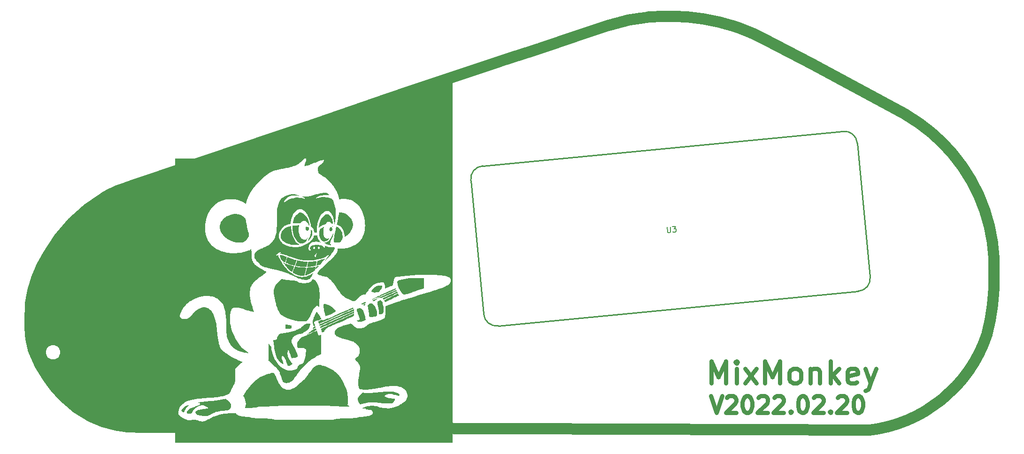
<source format=gbr>
%TF.GenerationSoftware,KiCad,Pcbnew,(6.0.1)*%
%TF.CreationDate,2022-02-21T20:45:34-05:00*%
%TF.ProjectId,uv_back,75765f62-6163-46b2-9e6b-696361645f70,rev?*%
%TF.SameCoordinates,Original*%
%TF.FileFunction,Legend,Top*%
%TF.FilePolarity,Positive*%
%FSLAX46Y46*%
G04 Gerber Fmt 4.6, Leading zero omitted, Abs format (unit mm)*
G04 Created by KiCad (PCBNEW (6.0.1)) date 2022-02-21 20:45:34*
%MOMM*%
%LPD*%
G01*
G04 APERTURE LIST*
%ADD10C,2.000000*%
%ADD11C,0.800000*%
%ADD12C,0.750000*%
%ADD13C,0.300000*%
%ADD14C,0.150000*%
%ADD15C,0.250000*%
%ADD16C,0.254000*%
G04 APERTURE END LIST*
D10*
X52864400Y-121517400D02*
G75*
G03*
X55734600Y-124946400I15707372J10231920D01*
G01*
X65234200Y-130026400D02*
G75*
G03*
X68764800Y-130356600I3297520J16217866D01*
G01*
X100083000Y-75924400D02*
X95993600Y-77296000D01*
X177781600Y-58423800D02*
X176587800Y-58017400D01*
X65513600Y-87659200D02*
X64065800Y-88345000D01*
X60535200Y-128451600D02*
G75*
G03*
X65234200Y-130026400I7746940J15317865D01*
G01*
X141307200Y-62030600D02*
X135211200Y-64037200D01*
X135211200Y-64037200D02*
X115018200Y-70819000D01*
X157487000Y-56874400D02*
G75*
G03*
X153905600Y-57839600I10225116J-45067600D01*
G01*
X64065800Y-88345000D02*
X62973600Y-88929200D01*
X68764800Y-130356600D02*
X72600200Y-130432800D01*
X223400001Y-102950000D02*
G75*
G03*
X215881600Y-80979000I-31719042J1417739D01*
G01*
X72701800Y-85144600D02*
X68637800Y-86516200D01*
X200667000Y-130940800D02*
G75*
G03*
X222104600Y-113668800I-2759009J25364340D01*
G01*
X153905600Y-57839600D02*
X150832200Y-58830200D01*
X50172000Y-116437400D02*
G75*
G03*
X52864400Y-121517400I18864321J6744604D01*
G01*
X165259400Y-56188600D02*
G75*
G03*
X157487000Y-56874400I-1052623J-32456774D01*
G01*
X55734600Y-124946400D02*
G75*
G03*
X60535200Y-128451600I12817572J12514534D01*
G01*
X215881600Y-80979000D02*
G75*
G03*
X207626600Y-74044800I-24517983J-20807284D01*
G01*
X62973600Y-88929200D02*
G75*
G03*
X52788200Y-99343200I14138551J-24016102D01*
G01*
X52788200Y-99343200D02*
G75*
G03*
X49638600Y-108055400I18320639J-11548620D01*
G01*
X222104600Y-113668800D02*
G75*
G03*
X223400000Y-102950000I-38476896J10087728D01*
G01*
X200667000Y-130940800D02*
X72600200Y-130432800D01*
X95993600Y-77296000D02*
X72701800Y-85144600D01*
X176587800Y-58017400D02*
G75*
G03*
X165259400Y-56188600I-11639838J-36101355D01*
G01*
X66732800Y-87202000D02*
X65513600Y-87659200D01*
X180042200Y-59389000D02*
X177781600Y-58423800D01*
X49537000Y-112271800D02*
G75*
G03*
X50172000Y-116437400I15231847J190728D01*
G01*
X207626600Y-74044800D02*
X190532400Y-64748400D01*
X147987400Y-59770000D02*
X141307200Y-62030600D01*
X190532400Y-64748400D02*
X182099600Y-60354200D01*
X182099600Y-60354200D02*
X180042200Y-59389000D01*
X68637800Y-86516200D02*
X66732800Y-87202000D01*
X49638600Y-108055400D02*
G75*
G03*
X49537000Y-112271800I44653915J-3185422D01*
G01*
X115018200Y-70819000D02*
X100083000Y-75924400D01*
X150832200Y-58830200D02*
X147987400Y-59770000D01*
D11*
X172383333Y-122459523D02*
X172383333Y-118459523D01*
X173716666Y-121316666D01*
X175050000Y-118459523D01*
X175050000Y-122459523D01*
X176954761Y-122459523D02*
X176954761Y-119792857D01*
X176954761Y-118459523D02*
X176764285Y-118650000D01*
X176954761Y-118840476D01*
X177145238Y-118650000D01*
X176954761Y-118459523D01*
X176954761Y-118840476D01*
X178478571Y-122459523D02*
X180573809Y-119792857D01*
X178478571Y-119792857D02*
X180573809Y-122459523D01*
X182097619Y-122459523D02*
X182097619Y-118459523D01*
X183430952Y-121316666D01*
X184764285Y-118459523D01*
X184764285Y-122459523D01*
X187240476Y-122459523D02*
X186859523Y-122269047D01*
X186669047Y-122078571D01*
X186478571Y-121697619D01*
X186478571Y-120554761D01*
X186669047Y-120173809D01*
X186859523Y-119983333D01*
X187240476Y-119792857D01*
X187811904Y-119792857D01*
X188192857Y-119983333D01*
X188383333Y-120173809D01*
X188573809Y-120554761D01*
X188573809Y-121697619D01*
X188383333Y-122078571D01*
X188192857Y-122269047D01*
X187811904Y-122459523D01*
X187240476Y-122459523D01*
X190288095Y-119792857D02*
X190288095Y-122459523D01*
X190288095Y-120173809D02*
X190478571Y-119983333D01*
X190859523Y-119792857D01*
X191430952Y-119792857D01*
X191811904Y-119983333D01*
X192002380Y-120364285D01*
X192002380Y-122459523D01*
X193907142Y-122459523D02*
X193907142Y-118459523D01*
X194288095Y-120935714D02*
X195430952Y-122459523D01*
X195430952Y-119792857D02*
X193907142Y-121316666D01*
X198669047Y-122269047D02*
X198288095Y-122459523D01*
X197526190Y-122459523D01*
X197145238Y-122269047D01*
X196954761Y-121888095D01*
X196954761Y-120364285D01*
X197145238Y-119983333D01*
X197526190Y-119792857D01*
X198288095Y-119792857D01*
X198669047Y-119983333D01*
X198859523Y-120364285D01*
X198859523Y-120745238D01*
X196954761Y-121126190D01*
X200192857Y-119792857D02*
X201145238Y-122459523D01*
X202097619Y-119792857D02*
X201145238Y-122459523D01*
X200764285Y-123411904D01*
X200573809Y-123602380D01*
X200192857Y-123792857D01*
D12*
X172317857Y-124757142D02*
X173317857Y-127757142D01*
X174317857Y-124757142D01*
X175175000Y-125042857D02*
X175317857Y-124900000D01*
X175603571Y-124757142D01*
X176317857Y-124757142D01*
X176603571Y-124900000D01*
X176746428Y-125042857D01*
X176889285Y-125328571D01*
X176889285Y-125614285D01*
X176746428Y-126042857D01*
X175032142Y-127757142D01*
X176889285Y-127757142D01*
X178746428Y-124757142D02*
X179032142Y-124757142D01*
X179317857Y-124900000D01*
X179460714Y-125042857D01*
X179603571Y-125328571D01*
X179746428Y-125900000D01*
X179746428Y-126614285D01*
X179603571Y-127185714D01*
X179460714Y-127471428D01*
X179317857Y-127614285D01*
X179032142Y-127757142D01*
X178746428Y-127757142D01*
X178460714Y-127614285D01*
X178317857Y-127471428D01*
X178175000Y-127185714D01*
X178032142Y-126614285D01*
X178032142Y-125900000D01*
X178175000Y-125328571D01*
X178317857Y-125042857D01*
X178460714Y-124900000D01*
X178746428Y-124757142D01*
X180889285Y-125042857D02*
X181032142Y-124900000D01*
X181317857Y-124757142D01*
X182032142Y-124757142D01*
X182317857Y-124900000D01*
X182460714Y-125042857D01*
X182603571Y-125328571D01*
X182603571Y-125614285D01*
X182460714Y-126042857D01*
X180746428Y-127757142D01*
X182603571Y-127757142D01*
X183746428Y-125042857D02*
X183889285Y-124900000D01*
X184175000Y-124757142D01*
X184889285Y-124757142D01*
X185175000Y-124900000D01*
X185317857Y-125042857D01*
X185460714Y-125328571D01*
X185460714Y-125614285D01*
X185317857Y-126042857D01*
X183603571Y-127757142D01*
X185460714Y-127757142D01*
X186746428Y-127471428D02*
X186889285Y-127614285D01*
X186746428Y-127757142D01*
X186603571Y-127614285D01*
X186746428Y-127471428D01*
X186746428Y-127757142D01*
X188746428Y-124757142D02*
X189032142Y-124757142D01*
X189317857Y-124900000D01*
X189460714Y-125042857D01*
X189603571Y-125328571D01*
X189746428Y-125900000D01*
X189746428Y-126614285D01*
X189603571Y-127185714D01*
X189460714Y-127471428D01*
X189317857Y-127614285D01*
X189032142Y-127757142D01*
X188746428Y-127757142D01*
X188460714Y-127614285D01*
X188317857Y-127471428D01*
X188175000Y-127185714D01*
X188032142Y-126614285D01*
X188032142Y-125900000D01*
X188175000Y-125328571D01*
X188317857Y-125042857D01*
X188460714Y-124900000D01*
X188746428Y-124757142D01*
X190889285Y-125042857D02*
X191032142Y-124900000D01*
X191317857Y-124757142D01*
X192032142Y-124757142D01*
X192317857Y-124900000D01*
X192460714Y-125042857D01*
X192603571Y-125328571D01*
X192603571Y-125614285D01*
X192460714Y-126042857D01*
X190746428Y-127757142D01*
X192603571Y-127757142D01*
X193889285Y-127471428D02*
X194032142Y-127614285D01*
X193889285Y-127757142D01*
X193746428Y-127614285D01*
X193889285Y-127471428D01*
X193889285Y-127757142D01*
X195175000Y-125042857D02*
X195317857Y-124900000D01*
X195603571Y-124757142D01*
X196317857Y-124757142D01*
X196603571Y-124900000D01*
X196746428Y-125042857D01*
X196889285Y-125328571D01*
X196889285Y-125614285D01*
X196746428Y-126042857D01*
X195032142Y-127757142D01*
X196889285Y-127757142D01*
X198746428Y-124757142D02*
X199032142Y-124757142D01*
X199317857Y-124900000D01*
X199460714Y-125042857D01*
X199603571Y-125328571D01*
X199746428Y-125900000D01*
X199746428Y-126614285D01*
X199603571Y-127185714D01*
X199460714Y-127471428D01*
X199317857Y-127614285D01*
X199032142Y-127757142D01*
X198746428Y-127757142D01*
X198460714Y-127614285D01*
X198317857Y-127471428D01*
X198175000Y-127185714D01*
X198032142Y-126614285D01*
X198032142Y-125900000D01*
X198175000Y-125328571D01*
X198317857Y-125042857D01*
X198460714Y-124900000D01*
X198746428Y-124757142D01*
D13*
%TO.C,G\u002A\u002A\u002A*%
X112657428Y-114038000D02*
X112512285Y-113965428D01*
X112294571Y-113965428D01*
X112076857Y-114038000D01*
X111931714Y-114183142D01*
X111859142Y-114328285D01*
X111786571Y-114618571D01*
X111786571Y-114836285D01*
X111859142Y-115126571D01*
X111931714Y-115271714D01*
X112076857Y-115416857D01*
X112294571Y-115489428D01*
X112439714Y-115489428D01*
X112657428Y-115416857D01*
X112730000Y-115344285D01*
X112730000Y-114836285D01*
X112439714Y-114836285D01*
X113600857Y-113965428D02*
X113600857Y-114328285D01*
X113238000Y-114183142D02*
X113600857Y-114328285D01*
X113963714Y-114183142D01*
X113383142Y-114618571D02*
X113600857Y-114328285D01*
X113818571Y-114618571D01*
X114762000Y-113965428D02*
X114762000Y-114328285D01*
X114399142Y-114183142D02*
X114762000Y-114328285D01*
X115124857Y-114183142D01*
X114544285Y-114618571D02*
X114762000Y-114328285D01*
X114979714Y-114618571D01*
X115923142Y-113965428D02*
X115923142Y-114328285D01*
X115560285Y-114183142D02*
X115923142Y-114328285D01*
X116286000Y-114183142D01*
X115705428Y-114618571D02*
X115923142Y-114328285D01*
X116140857Y-114618571D01*
D14*
%TO.C,U3*%
X164439115Y-94277927D02*
X164516705Y-95083724D01*
X164573233Y-95173959D01*
X164625197Y-95216795D01*
X164724560Y-95255067D01*
X164914160Y-95236810D01*
X165004395Y-95180282D01*
X165047231Y-95128319D01*
X165085503Y-95028955D01*
X165007913Y-94223158D01*
X165387112Y-94186645D02*
X166003309Y-94127312D01*
X165708023Y-94538459D01*
X165850223Y-94524767D01*
X165949587Y-94563039D01*
X166001550Y-94605874D01*
X166058078Y-94696110D01*
X166080899Y-94933109D01*
X166042627Y-95032473D01*
X165999791Y-95084437D01*
X165909556Y-95140965D01*
X165625157Y-95168349D01*
X165525793Y-95130078D01*
X165473829Y-95087242D01*
%TO.C,G\u002A\u002A\u002A*%
G36*
X96641753Y-94435230D02*
G01*
X96683398Y-94901811D01*
X96760203Y-95343412D01*
X96870931Y-95756469D01*
X97014346Y-96137413D01*
X97189210Y-96482679D01*
X97394288Y-96788699D01*
X97503617Y-96921193D01*
X97594091Y-97011270D01*
X97707865Y-97106989D01*
X97831013Y-97198229D01*
X97949613Y-97274873D01*
X98049739Y-97326802D01*
X98074804Y-97336284D01*
X98128735Y-97360675D01*
X98147647Y-97383294D01*
X98145102Y-97387906D01*
X98101694Y-97405820D01*
X98015420Y-97423628D01*
X97896217Y-97440525D01*
X97754022Y-97455710D01*
X97598772Y-97468378D01*
X97440403Y-97477724D01*
X97288851Y-97482947D01*
X97154053Y-97483241D01*
X97045946Y-97477804D01*
X97040332Y-97477259D01*
X96649131Y-97418622D01*
X96261208Y-97323767D01*
X95893348Y-97197279D01*
X95690119Y-97108526D01*
X95415551Y-96955194D01*
X95188139Y-96780686D01*
X95008534Y-96586814D01*
X94877390Y-96375389D01*
X94795361Y-96148224D01*
X94763100Y-95907131D01*
X94781259Y-95653922D01*
X94850492Y-95390410D01*
X94971452Y-95118407D01*
X94972289Y-95116840D01*
X95137318Y-94850162D01*
X95324188Y-94629353D01*
X95536995Y-94450546D01*
X95779832Y-94309874D01*
X95868205Y-94270770D01*
X96018273Y-94214096D01*
X96184683Y-94159635D01*
X96348079Y-94113170D01*
X96489106Y-94080485D01*
X96528086Y-94073607D01*
X96623116Y-94058715D01*
X96641753Y-94435230D01*
G37*
G36*
X111223319Y-128050589D02*
G01*
X111226479Y-128081923D01*
X111223319Y-128085793D01*
X111207622Y-128082169D01*
X111205717Y-128068191D01*
X111215377Y-128046458D01*
X111223319Y-128050589D01*
G37*
G36*
X102554582Y-94243293D02*
G01*
X102544106Y-94288605D01*
X102500564Y-94437905D01*
X102466564Y-94624099D01*
X102443613Y-94831887D01*
X102433217Y-95045972D01*
X102436881Y-95251056D01*
X102442253Y-95323219D01*
X102488509Y-95612043D01*
X102570271Y-95862705D01*
X102676717Y-96059993D01*
X102799232Y-96206127D01*
X102936973Y-96303381D01*
X103086353Y-96350860D01*
X103243785Y-96347671D01*
X103405680Y-96292921D01*
X103469165Y-96257454D01*
X103541361Y-96214229D01*
X103576830Y-96198746D01*
X103582531Y-96209085D01*
X103573643Y-96228606D01*
X103520130Y-96305299D01*
X103435375Y-96401135D01*
X103331310Y-96504850D01*
X103219868Y-96605184D01*
X103112981Y-96690875D01*
X103022583Y-96750659D01*
X103017669Y-96753324D01*
X102870315Y-96813739D01*
X102712813Y-96847980D01*
X102563252Y-96853408D01*
X102459986Y-96834752D01*
X102293585Y-96754425D01*
X102140918Y-96629443D01*
X102004857Y-96466831D01*
X101888277Y-96273614D01*
X101794052Y-96056816D01*
X101725055Y-95823460D01*
X101684162Y-95580572D01*
X101674245Y-95335175D01*
X101698179Y-95094293D01*
X101714811Y-95013514D01*
X101764609Y-94842682D01*
X101829977Y-94703044D01*
X101919012Y-94584811D01*
X102039813Y-94478195D01*
X102200478Y-94373407D01*
X102282674Y-94327105D01*
X102406380Y-94262932D01*
X102490346Y-94227953D01*
X102538454Y-94221597D01*
X102554582Y-94243293D01*
G37*
G36*
X102739453Y-108141665D02*
G01*
X103038936Y-108188962D01*
X103336803Y-108286325D01*
X103626696Y-108431229D01*
X103855803Y-108585119D01*
X103938981Y-108651151D01*
X104049313Y-108743137D01*
X104175187Y-108851174D01*
X104304995Y-108965355D01*
X104372356Y-109025825D01*
X104499219Y-109140777D01*
X104590173Y-109226816D01*
X104647779Y-109291212D01*
X104674594Y-109341230D01*
X104673178Y-109384139D01*
X104646088Y-109427205D01*
X104595885Y-109477696D01*
X104547196Y-109522419D01*
X104397899Y-109646620D01*
X104228726Y-109760817D01*
X104032888Y-109868465D01*
X103803597Y-109973019D01*
X103534066Y-110077934D01*
X103287862Y-110163464D01*
X103150791Y-110208955D01*
X103032374Y-110247929D01*
X102941179Y-110277591D01*
X102885771Y-110295150D01*
X102872939Y-110298752D01*
X102855090Y-110278834D01*
X102839511Y-110252547D01*
X102813001Y-110189045D01*
X102778076Y-110085962D01*
X102738132Y-109955187D01*
X102696563Y-109808609D01*
X102656762Y-109658117D01*
X102622123Y-109515600D01*
X102600195Y-109414241D01*
X102559136Y-109180293D01*
X102527808Y-108943217D01*
X102507372Y-108716188D01*
X102498985Y-108512382D01*
X102503809Y-108344975D01*
X102504954Y-108331891D01*
X102524228Y-108126204D01*
X102739453Y-108141665D01*
G37*
G36*
X115525488Y-105377226D02*
G01*
X115546148Y-105442720D01*
X115547852Y-105486762D01*
X115544269Y-105492710D01*
X115518358Y-105505097D01*
X115448309Y-105536784D01*
X115338365Y-105585907D01*
X115192769Y-105650602D01*
X115015762Y-105729006D01*
X114811587Y-105819253D01*
X114584488Y-105919481D01*
X114338705Y-106027824D01*
X114078482Y-106142419D01*
X113808060Y-106261402D01*
X113531683Y-106382908D01*
X113253593Y-106505074D01*
X112978032Y-106626035D01*
X112709242Y-106743927D01*
X112451467Y-106856887D01*
X112208948Y-106963050D01*
X111985927Y-107060552D01*
X111786648Y-107147529D01*
X111615353Y-107222117D01*
X111476283Y-107282451D01*
X111373682Y-107326669D01*
X111311792Y-107352905D01*
X111298095Y-107358448D01*
X111272487Y-107363795D01*
X111277206Y-107343835D01*
X111312887Y-107292315D01*
X111413741Y-107191209D01*
X111565095Y-107091286D01*
X111764642Y-106993981D01*
X111848319Y-106959676D01*
X111946302Y-106918424D01*
X112078309Y-106858883D01*
X112231479Y-106787060D01*
X112392951Y-106708965D01*
X112515935Y-106647790D01*
X112700901Y-106556143D01*
X112926378Y-106447110D01*
X113184443Y-106324348D01*
X113467173Y-106191510D01*
X113766645Y-106052253D01*
X114074937Y-105910231D01*
X114384125Y-105769101D01*
X114686287Y-105632517D01*
X114973500Y-105504135D01*
X115237841Y-105387610D01*
X115398266Y-105317967D01*
X115485098Y-105280558D01*
X115525488Y-105377226D01*
G37*
G36*
X115615331Y-105618418D02*
G01*
X115646582Y-105663922D01*
X115672097Y-105720417D01*
X115682036Y-105767936D01*
X115676727Y-105783568D01*
X115649323Y-105798209D01*
X115578444Y-105833073D01*
X115468476Y-105886077D01*
X115323808Y-105955137D01*
X115148826Y-106038169D01*
X114947919Y-106133088D01*
X114725473Y-106237812D01*
X114485878Y-106350256D01*
X114321309Y-106427299D01*
X112987941Y-107050910D01*
X112822189Y-107021673D01*
X112687640Y-107007250D01*
X112561135Y-107016091D01*
X112433791Y-107051472D01*
X112296724Y-107116668D01*
X112141052Y-107214953D01*
X111981224Y-107331716D01*
X111825237Y-107444290D01*
X111689508Y-107529268D01*
X111579608Y-107583522D01*
X111501110Y-107603926D01*
X111496153Y-107604000D01*
X111445928Y-107593603D01*
X111376956Y-107568909D01*
X111370738Y-107566249D01*
X111313970Y-107536191D01*
X111286029Y-107510819D01*
X111285411Y-107507875D01*
X111308938Y-107495542D01*
X111376636Y-107463840D01*
X111484323Y-107414620D01*
X111627815Y-107349735D01*
X111802927Y-107271034D01*
X112005476Y-107180370D01*
X112231278Y-107079594D01*
X112476150Y-106970556D01*
X112735908Y-106855109D01*
X113006369Y-106735104D01*
X113283348Y-106612391D01*
X113562661Y-106488823D01*
X113840127Y-106366250D01*
X114111559Y-106246525D01*
X114372775Y-106131497D01*
X114619592Y-106023019D01*
X114847825Y-105922941D01*
X115053291Y-105833116D01*
X115231806Y-105755394D01*
X115379186Y-105691626D01*
X115491248Y-105643665D01*
X115563808Y-105613361D01*
X115588183Y-105603877D01*
X115615331Y-105618418D01*
G37*
G36*
X92561798Y-115245230D02*
G01*
X92565173Y-115236174D01*
X92581070Y-115276283D01*
X92588740Y-115278003D01*
X92603509Y-115285840D01*
X92640098Y-115328767D01*
X92691067Y-115397916D01*
X92699505Y-115410020D01*
X92778082Y-115515459D01*
X92869507Y-115626659D01*
X92934025Y-115698233D01*
X93060412Y-115830249D01*
X93074540Y-116081081D01*
X93118103Y-116463722D01*
X93205047Y-116863868D01*
X93332486Y-117273574D01*
X93497530Y-117684893D01*
X93697293Y-118089880D01*
X93928887Y-118480591D01*
X93968655Y-118541176D01*
X94119832Y-118750075D01*
X94297524Y-118965533D01*
X94491824Y-119177389D01*
X94692824Y-119375478D01*
X94890619Y-119549637D01*
X95075300Y-119689705D01*
X95112263Y-119714338D01*
X95436156Y-119898615D01*
X95763379Y-120035259D01*
X96090599Y-120124063D01*
X96414482Y-120164819D01*
X96731693Y-120157318D01*
X97038898Y-120101352D01*
X97332764Y-119996713D01*
X97571944Y-119867847D01*
X97659151Y-119805000D01*
X97713269Y-119741957D01*
X97750167Y-119661014D01*
X97786361Y-119558269D01*
X97823617Y-119452508D01*
X97832355Y-119427702D01*
X97888484Y-119293261D01*
X97955015Y-119192421D01*
X98041607Y-119117756D01*
X98157921Y-119061839D01*
X98313614Y-119017245D01*
X98386902Y-119001357D01*
X98495650Y-118974956D01*
X98591543Y-118944216D01*
X98656670Y-118915030D01*
X98664137Y-118910112D01*
X98789652Y-118788799D01*
X98904024Y-118616650D01*
X99006992Y-118394498D01*
X99098297Y-118123181D01*
X99177681Y-117803532D01*
X99244884Y-117436389D01*
X99299647Y-117022585D01*
X99323429Y-116785842D01*
X99334908Y-116647903D01*
X99339688Y-116550631D01*
X99337330Y-116482257D01*
X99327393Y-116431014D01*
X99309439Y-116385132D01*
X99308378Y-116382884D01*
X99255026Y-116292445D01*
X99186161Y-116220452D01*
X99095710Y-116164833D01*
X98977597Y-116123515D01*
X98825749Y-116094428D01*
X98634090Y-116075498D01*
X98396547Y-116064653D01*
X98373700Y-116064029D01*
X98219032Y-116059420D01*
X98079653Y-116054210D01*
X97965449Y-116048851D01*
X97886302Y-116043795D01*
X97854977Y-116040296D01*
X97821603Y-116024581D01*
X97798096Y-115985983D01*
X97778708Y-115912513D01*
X97769166Y-115861276D01*
X97748264Y-115686254D01*
X97741198Y-115495426D01*
X97747967Y-115310882D01*
X97768569Y-115154710D01*
X97769198Y-115151663D01*
X97824769Y-114958685D01*
X97910522Y-114781865D01*
X98033187Y-114609787D01*
X98186217Y-114444075D01*
X98413305Y-114219646D01*
X99205405Y-113865092D01*
X99436323Y-113761613D01*
X99687364Y-113648912D01*
X99944974Y-113533090D01*
X100195595Y-113420246D01*
X100425671Y-113316479D01*
X100621645Y-113227889D01*
X100628815Y-113224642D01*
X100797662Y-113148513D01*
X100949876Y-113080527D01*
X101079111Y-113023464D01*
X101179024Y-112980107D01*
X101243269Y-112953237D01*
X101265486Y-112945516D01*
X101275097Y-112971510D01*
X101298542Y-113039617D01*
X101333103Y-113141804D01*
X101376061Y-113270039D01*
X101421867Y-113407744D01*
X101470351Y-113552665D01*
X101513288Y-113678550D01*
X101547922Y-113777514D01*
X101571494Y-113841672D01*
X101581133Y-113863201D01*
X101607555Y-113853616D01*
X101670154Y-113828213D01*
X101756589Y-113792024D01*
X101777868Y-113782991D01*
X101871060Y-113747071D01*
X101947058Y-113724622D01*
X101991908Y-113719608D01*
X101995939Y-113721063D01*
X102013048Y-113723278D01*
X102006679Y-113708861D01*
X102004998Y-113681696D01*
X102015425Y-113678378D01*
X102020102Y-113703900D01*
X102024618Y-113776937D01*
X102028937Y-113892200D01*
X102033024Y-114044399D01*
X102036842Y-114228241D01*
X102040358Y-114438439D01*
X102043534Y-114669699D01*
X102046335Y-114916734D01*
X102048726Y-115174250D01*
X102050671Y-115436960D01*
X102052135Y-115699571D01*
X102053082Y-115956794D01*
X102053475Y-116203337D01*
X102053281Y-116433911D01*
X102052462Y-116643225D01*
X102050985Y-116825989D01*
X102048812Y-116976912D01*
X102045908Y-117090703D01*
X102042238Y-117162073D01*
X102039018Y-117184440D01*
X102023578Y-117210059D01*
X102018811Y-117203222D01*
X102006846Y-117194597D01*
X101997152Y-117205879D01*
X101966112Y-117227909D01*
X101897394Y-117264702D01*
X101802030Y-117310623D01*
X101719137Y-117347891D01*
X101278818Y-117562844D01*
X100829710Y-117826042D01*
X100375707Y-118134469D01*
X99920699Y-118485106D01*
X99468579Y-118874938D01*
X99023237Y-119300947D01*
X98588565Y-119760116D01*
X98545017Y-119808656D01*
X98363981Y-120013317D01*
X98211615Y-120190422D01*
X98079807Y-120350304D01*
X97960442Y-120503294D01*
X97845407Y-120659724D01*
X97726587Y-120829926D01*
X97626341Y-120978472D01*
X97432307Y-121262531D01*
X97257779Y-121503315D01*
X97099082Y-121704997D01*
X96952543Y-121871748D01*
X96814489Y-122007743D01*
X96681247Y-122117153D01*
X96549143Y-122204151D01*
X96545450Y-122206290D01*
X96309480Y-122312863D01*
X96052993Y-122374925D01*
X95785691Y-122391269D01*
X95517278Y-122360687D01*
X95442931Y-122343469D01*
X95271309Y-122299064D01*
X95146760Y-122058574D01*
X95101168Y-121961483D01*
X95043801Y-121825374D01*
X94979058Y-121661498D01*
X94911341Y-121481107D01*
X94845049Y-121295451D01*
X94821489Y-121226869D01*
X94725614Y-120949454D01*
X94639934Y-120715316D01*
X94560220Y-120516933D01*
X94482243Y-120346785D01*
X94401773Y-120197348D01*
X94314580Y-120061104D01*
X94216436Y-119930528D01*
X94103111Y-119798101D01*
X93970375Y-119656301D01*
X93894880Y-119579002D01*
X93747960Y-119432747D01*
X93579541Y-119269574D01*
X93399026Y-119098229D01*
X93215818Y-118927457D01*
X93039318Y-118766005D01*
X92878929Y-118622617D01*
X92744054Y-118506041D01*
X92717441Y-118483784D01*
X92616220Y-118396747D01*
X92553133Y-118333811D01*
X92523125Y-118288693D01*
X92521142Y-118255110D01*
X92525759Y-118245513D01*
X92528314Y-118215732D01*
X92530796Y-118137885D01*
X92533154Y-118016710D01*
X92535340Y-117856948D01*
X92537304Y-117663339D01*
X92538997Y-117440622D01*
X92540369Y-117193537D01*
X92541371Y-116926825D01*
X92541883Y-116696701D01*
X92542659Y-116420632D01*
X92544064Y-116162833D01*
X92546029Y-115927688D01*
X92548483Y-115719581D01*
X92551357Y-115542898D01*
X92554581Y-115402021D01*
X92555758Y-115368191D01*
X92564968Y-115368191D01*
X92574629Y-115389924D01*
X92582571Y-115385793D01*
X92585731Y-115354459D01*
X92582571Y-115350589D01*
X92566874Y-115354213D01*
X92564968Y-115368191D01*
X92555758Y-115368191D01*
X92558085Y-115301337D01*
X92561798Y-115245230D01*
G37*
G36*
X95099688Y-103658426D02*
G01*
X95287716Y-103703451D01*
X95496765Y-103745509D01*
X95707012Y-103781120D01*
X95898633Y-103806802D01*
X95997401Y-103816069D01*
X96124529Y-103826869D01*
X96279256Y-103842333D01*
X96436870Y-103859915D01*
X96512266Y-103869113D01*
X96666033Y-103886327D01*
X96845757Y-103903011D01*
X97024616Y-103916808D01*
X97125455Y-103922993D01*
X97258425Y-103930674D01*
X97358156Y-103939925D01*
X97440332Y-103954679D01*
X97520638Y-103978870D01*
X97614758Y-104016429D01*
X97738376Y-104071291D01*
X97765201Y-104083411D01*
X98024342Y-104192869D01*
X98257341Y-104273160D01*
X98479250Y-104328157D01*
X98705121Y-104361734D01*
X98901767Y-104375909D01*
X99203542Y-104375342D01*
X99483411Y-104347137D01*
X99734733Y-104292699D01*
X99950872Y-104213433D01*
X100113346Y-104119493D01*
X100179536Y-104062004D01*
X100261963Y-103976869D01*
X100346133Y-103879384D01*
X100373555Y-103844876D01*
X100458153Y-103741151D01*
X100525546Y-103677620D01*
X100587131Y-103650093D01*
X100654309Y-103654376D01*
X100738479Y-103686277D01*
X100767484Y-103699994D01*
X100883650Y-103777807D01*
X101007907Y-103899669D01*
X101135046Y-104058523D01*
X101259862Y-104247313D01*
X101377148Y-104458981D01*
X101463390Y-104643137D01*
X101539524Y-104844960D01*
X101611382Y-105083084D01*
X101674560Y-105341006D01*
X101724656Y-105602221D01*
X101732470Y-105651767D01*
X101744374Y-105763972D01*
X101753665Y-105921449D01*
X101760349Y-106116728D01*
X101764437Y-106342339D01*
X101765937Y-106590813D01*
X101764857Y-106854679D01*
X101761207Y-107126467D01*
X101754995Y-107398709D01*
X101746230Y-107663934D01*
X101734921Y-107914673D01*
X101729704Y-108008948D01*
X101692880Y-108636711D01*
X101637292Y-108596448D01*
X101582030Y-108560984D01*
X101502103Y-108514749D01*
X101452746Y-108487910D01*
X101323788Y-108419636D01*
X101140619Y-108544790D01*
X101026031Y-108629990D01*
X100921863Y-108723979D01*
X100824369Y-108832458D01*
X100729806Y-108961131D01*
X100634427Y-109115701D01*
X100534487Y-109301871D01*
X100426242Y-109525342D01*
X100305947Y-109791819D01*
X100274460Y-109863740D01*
X100172017Y-110095792D01*
X100084449Y-110286340D01*
X100007611Y-110443144D01*
X99937356Y-110573962D01*
X99869541Y-110686555D01*
X99800018Y-110788679D01*
X99732507Y-110878125D01*
X99616078Y-111007034D01*
X99479617Y-111128213D01*
X99342383Y-111225168D01*
X99298195Y-111250087D01*
X99253511Y-111260192D01*
X99165860Y-111269603D01*
X99045079Y-111278024D01*
X98901008Y-111285159D01*
X98743483Y-111290712D01*
X98582342Y-111294386D01*
X98427424Y-111295885D01*
X98288567Y-111294912D01*
X98175607Y-111291171D01*
X98109667Y-111285887D01*
X97479815Y-111184909D01*
X96875465Y-111037755D01*
X96296339Y-110844339D01*
X95742163Y-110604572D01*
X95401915Y-110427567D01*
X95144120Y-110272665D01*
X94929716Y-110117449D01*
X94749719Y-109954881D01*
X94633358Y-109825675D01*
X94518917Y-109667782D01*
X94402234Y-109472283D01*
X94290866Y-109253461D01*
X94192374Y-109025599D01*
X94150458Y-108913143D01*
X94089828Y-108731474D01*
X94024433Y-108519798D01*
X93957074Y-108288641D01*
X93890553Y-108048524D01*
X93827671Y-107809973D01*
X93771230Y-107583511D01*
X93724031Y-107379661D01*
X93688875Y-107208947D01*
X93674434Y-107124882D01*
X93647183Y-106960760D01*
X93614034Y-106783473D01*
X93579451Y-106615908D01*
X93551880Y-106496673D01*
X93519542Y-106358920D01*
X93500809Y-106251497D01*
X93493671Y-106154289D01*
X93496119Y-106047181D01*
X93500445Y-105981808D01*
X93537688Y-105679199D01*
X93601860Y-105381764D01*
X93688284Y-105110622D01*
X93700148Y-105080307D01*
X93849110Y-104767922D01*
X94038100Y-104468322D01*
X94259280Y-104191309D01*
X94504813Y-103946689D01*
X94766863Y-103744264D01*
X94769646Y-103742416D01*
X94954469Y-103619895D01*
X95099688Y-103658426D01*
G37*
G36*
X107850377Y-108815145D02*
G01*
X107889023Y-108867231D01*
X107892270Y-108873303D01*
X107917480Y-108928111D01*
X107913485Y-108955642D01*
X107876777Y-108974752D01*
X107873146Y-108976163D01*
X107841833Y-108989564D01*
X107765169Y-109022977D01*
X107646113Y-109075100D01*
X107487629Y-109144629D01*
X107292677Y-109230262D01*
X107064218Y-109330697D01*
X106805215Y-109444630D01*
X106518629Y-109570759D01*
X106207422Y-109707781D01*
X105874554Y-109854393D01*
X105522988Y-110009293D01*
X105155685Y-110171178D01*
X104776507Y-110338348D01*
X104396913Y-110505680D01*
X104030389Y-110667160D01*
X103679870Y-110821500D01*
X103348290Y-110967411D01*
X103038583Y-111103604D01*
X102753685Y-111228793D01*
X102496531Y-111341687D01*
X102270054Y-111440999D01*
X102077191Y-111525440D01*
X101920875Y-111593722D01*
X101804042Y-111644557D01*
X101729625Y-111676656D01*
X101700561Y-111688730D01*
X101700519Y-111688743D01*
X101674023Y-111679538D01*
X101643645Y-111633027D01*
X101605964Y-111543303D01*
X101588636Y-111495564D01*
X101557514Y-111399011D01*
X101538186Y-111321895D01*
X101533702Y-111277142D01*
X101535829Y-111271836D01*
X101566969Y-111253638D01*
X101635218Y-111219787D01*
X101729614Y-111175224D01*
X101839196Y-111124890D01*
X101953003Y-111073727D01*
X102060071Y-111026677D01*
X102149439Y-110988681D01*
X102210146Y-110964680D01*
X102230166Y-110958836D01*
X102253618Y-110981215D01*
X102270550Y-111024844D01*
X102289922Y-111074240D01*
X102307723Y-111090852D01*
X102345755Y-111081896D01*
X102425136Y-111056926D01*
X102537892Y-111018787D01*
X102676049Y-110970326D01*
X102831634Y-110914389D01*
X102996672Y-110853822D01*
X103163188Y-110791471D01*
X103323209Y-110730183D01*
X103376914Y-110709232D01*
X103577742Y-110629752D01*
X103771212Y-110551563D01*
X103964583Y-110471533D01*
X104165113Y-110386529D01*
X104380063Y-110293422D01*
X104616691Y-110189080D01*
X104882257Y-110070370D01*
X105184020Y-109934161D01*
X105383783Y-109843502D01*
X105803215Y-109653434D01*
X106186933Y-109480753D01*
X106533615Y-109326030D01*
X106841935Y-109189837D01*
X107110571Y-109072747D01*
X107338198Y-108975330D01*
X107523492Y-108898159D01*
X107665130Y-108841805D01*
X107761787Y-108806840D01*
X107812140Y-108793837D01*
X107814156Y-108793763D01*
X107850377Y-108815145D01*
G37*
G36*
X98549722Y-88736036D02*
G01*
X98546098Y-88751733D01*
X98532120Y-88753638D01*
X98510387Y-88743977D01*
X98514518Y-88736036D01*
X98545853Y-88732876D01*
X98549722Y-88736036D01*
G37*
G36*
X107978649Y-109912202D02*
G01*
X107986577Y-109975580D01*
X107995066Y-110050466D01*
X108012619Y-110211431D01*
X107516704Y-110464185D01*
X107128186Y-110658776D01*
X106723917Y-110854888D01*
X106312921Y-111048445D01*
X105904224Y-111235370D01*
X105506851Y-111411586D01*
X105129826Y-111573016D01*
X104782175Y-111715583D01*
X104525296Y-111815573D01*
X104188746Y-111946136D01*
X103897968Y-112066893D01*
X103647496Y-112180813D01*
X103431866Y-112290862D01*
X103245610Y-112400009D01*
X103083264Y-112511222D01*
X102939360Y-112627468D01*
X102816712Y-112743281D01*
X102729721Y-112833285D01*
X102674377Y-112897249D01*
X102644069Y-112945534D01*
X102632186Y-112988500D01*
X102631888Y-113032940D01*
X102637837Y-113129175D01*
X102440242Y-113205752D01*
X102338198Y-113245152D01*
X102275686Y-113268522D01*
X102243032Y-113278991D01*
X102230558Y-113279686D01*
X102228586Y-113274159D01*
X102220081Y-113247731D01*
X102196803Y-113181163D01*
X102162105Y-113083915D01*
X102119342Y-112965445D01*
X102109939Y-112939549D01*
X102066741Y-112817762D01*
X102032274Y-112714911D01*
X102009580Y-112640520D01*
X102001703Y-112604113D01*
X102002196Y-112602204D01*
X102026930Y-112590263D01*
X102096134Y-112558155D01*
X102206285Y-112507484D01*
X102353860Y-112439850D01*
X102535335Y-112356855D01*
X102747186Y-112260103D01*
X102985889Y-112151194D01*
X103247922Y-112031732D01*
X103529760Y-111903317D01*
X103827881Y-111767553D01*
X104138759Y-111626040D01*
X104458872Y-111480382D01*
X104784696Y-111332180D01*
X105112708Y-111183037D01*
X105439384Y-111034554D01*
X105761199Y-110888334D01*
X106074632Y-110745978D01*
X106376158Y-110609088D01*
X106662253Y-110479268D01*
X106929394Y-110358118D01*
X107174057Y-110247242D01*
X107392719Y-110148240D01*
X107581856Y-110062715D01*
X107737945Y-109992269D01*
X107857461Y-109938505D01*
X107936882Y-109903023D01*
X107972683Y-109887427D01*
X107974411Y-109886826D01*
X107978649Y-109912202D01*
G37*
G36*
X107298025Y-126708420D02*
G01*
X107284823Y-126721621D01*
X107271621Y-126708420D01*
X107284823Y-126695218D01*
X107298025Y-126708420D01*
G37*
G36*
X109134104Y-108898655D02*
G01*
X109237383Y-108933860D01*
X109338480Y-109000803D01*
X109444496Y-109098922D01*
X109555775Y-109237669D01*
X109663484Y-109421066D01*
X109764724Y-109640960D01*
X109856596Y-109889199D01*
X109936204Y-110157630D01*
X110000647Y-110438101D01*
X110047029Y-110722460D01*
X110059099Y-110827690D01*
X110076492Y-111000184D01*
X109763194Y-111149051D01*
X109536242Y-111251059D01*
X109344990Y-111323084D01*
X109182550Y-111366365D01*
X109042032Y-111382139D01*
X108916548Y-111371644D01*
X108799209Y-111336119D01*
X108776611Y-111326346D01*
X108696865Y-111283043D01*
X108618157Y-111228825D01*
X108553707Y-111174210D01*
X108516735Y-111129718D01*
X108512578Y-111116259D01*
X108537111Y-111102953D01*
X108605048Y-111082074D01*
X108707891Y-111055801D01*
X108837145Y-111026310D01*
X108977891Y-110997050D01*
X109011125Y-110985511D01*
X109023240Y-110958847D01*
X109017990Y-110902143D01*
X109011258Y-110864434D01*
X108994000Y-110779210D01*
X108973559Y-110695731D01*
X108947015Y-110605100D01*
X108911450Y-110498420D01*
X108863945Y-110366795D01*
X108801581Y-110201326D01*
X108747711Y-110061083D01*
X108686236Y-109895780D01*
X108628239Y-109728839D01*
X108578097Y-109573681D01*
X108540187Y-109443724D01*
X108522167Y-109369667D01*
X108500163Y-109259580D01*
X108489305Y-109188626D01*
X108489691Y-109144302D01*
X108501417Y-109114103D01*
X108524364Y-109085763D01*
X108615589Y-109012836D01*
X108739498Y-108950160D01*
X108876013Y-108905848D01*
X109005057Y-108888011D01*
X109013899Y-108887967D01*
X109134104Y-108898655D01*
G37*
G36*
X95960397Y-99667274D02*
G01*
X96027586Y-99688764D01*
X96127950Y-99723384D01*
X96253386Y-99768351D01*
X96372361Y-99812141D01*
X96612519Y-99899045D01*
X96858581Y-99983615D01*
X97097324Y-100061549D01*
X97315528Y-100128550D01*
X97499972Y-100180317D01*
X97522193Y-100186064D01*
X97590023Y-100205814D01*
X97629934Y-100222132D01*
X97634407Y-100226585D01*
X97624908Y-100256522D01*
X97598916Y-100325839D01*
X97560189Y-100425255D01*
X97512484Y-100545490D01*
X97459559Y-100677261D01*
X97405171Y-100811287D01*
X97353078Y-100938287D01*
X97307037Y-101048980D01*
X97270807Y-101134083D01*
X97248144Y-101184317D01*
X97242884Y-101193664D01*
X97212107Y-101193598D01*
X97140914Y-101180933D01*
X97039597Y-101157827D01*
X96918442Y-101126436D01*
X96906087Y-101123050D01*
X96694553Y-101059818D01*
X96455372Y-100980113D01*
X96208182Y-100890974D01*
X95972617Y-100799443D01*
X95797330Y-100725522D01*
X95711004Y-100682871D01*
X95667836Y-100648477D01*
X95660196Y-100616138D01*
X95660624Y-100614410D01*
X95682492Y-100534595D01*
X95712820Y-100426247D01*
X95748879Y-100298854D01*
X95787942Y-100161904D01*
X95827283Y-100024885D01*
X95864173Y-99897285D01*
X95895886Y-99788591D01*
X95919693Y-99708293D01*
X95932868Y-99665877D01*
X95934489Y-99661700D01*
X95960397Y-99667274D01*
G37*
G36*
X95187561Y-100571179D02*
G01*
X95244845Y-100597818D01*
X95319693Y-100636744D01*
X95398327Y-100680385D01*
X95466968Y-100721169D01*
X95511838Y-100751523D01*
X95521740Y-100762317D01*
X95514514Y-100796449D01*
X95496693Y-100862029D01*
X95486187Y-100897931D01*
X95451035Y-101015509D01*
X95302553Y-100793730D01*
X95241175Y-100700318D01*
X95193718Y-100624756D01*
X95166069Y-100576620D01*
X95161620Y-100564401D01*
X95187561Y-100571179D01*
G37*
G36*
X100703905Y-110659487D02*
G01*
X100798831Y-110444400D01*
X100853617Y-110327740D01*
X100955003Y-110108392D01*
X101041842Y-109907183D01*
X101111868Y-109730086D01*
X101162812Y-109583072D01*
X101192407Y-109472114D01*
X101199228Y-109417472D01*
X101210114Y-109409819D01*
X101240552Y-109446493D01*
X101287820Y-109523939D01*
X101306850Y-109558204D01*
X101349744Y-109636405D01*
X101386926Y-109701919D01*
X101423903Y-109763026D01*
X101466180Y-109828004D01*
X101519262Y-109905133D01*
X101588656Y-110002692D01*
X101679867Y-110128959D01*
X101758006Y-110236606D01*
X101845957Y-110361774D01*
X101917209Y-110471276D01*
X101966913Y-110557155D01*
X101990222Y-110611457D01*
X101991360Y-110619454D01*
X101996574Y-110658566D01*
X102012876Y-110648247D01*
X102014221Y-110646169D01*
X102033272Y-110633357D01*
X102047677Y-110669009D01*
X102049881Y-110679803D01*
X102051659Y-110736108D01*
X102038940Y-110763791D01*
X102030902Y-110793411D01*
X102040970Y-110810253D01*
X102055294Y-110837747D01*
X102046455Y-110865571D01*
X102008587Y-110898300D01*
X101935821Y-110940511D01*
X101822288Y-110996778D01*
X101770131Y-111021439D01*
X101642976Y-111080315D01*
X101555906Y-111118127D01*
X101501701Y-111137278D01*
X101473142Y-111140173D01*
X101463007Y-111129214D01*
X101462485Y-111123856D01*
X101449495Y-111086098D01*
X101439836Y-111068964D01*
X101419933Y-111059436D01*
X101377888Y-111067016D01*
X101307289Y-111094048D01*
X101201726Y-111142875D01*
X101099072Y-111193543D01*
X100980775Y-111254000D01*
X100880122Y-111307622D01*
X100806314Y-111349345D01*
X100768553Y-111374105D01*
X100765895Y-111376929D01*
X100768194Y-111409801D01*
X100785243Y-111481899D01*
X100814222Y-111582655D01*
X100852310Y-111701497D01*
X100853163Y-111704038D01*
X100955089Y-112007428D01*
X100838636Y-112064005D01*
X100766279Y-112097057D01*
X100713335Y-112117436D01*
X100699379Y-112120582D01*
X100682636Y-112096921D01*
X100657575Y-112033780D01*
X100628629Y-111942924D01*
X100617309Y-111902754D01*
X100586816Y-111766364D01*
X100561388Y-111608774D01*
X100546024Y-111461591D01*
X100545105Y-111446327D01*
X100543085Y-111297233D01*
X100555456Y-111153063D01*
X100584717Y-111004757D01*
X100633367Y-110843252D01*
X100634607Y-110840021D01*
X102017359Y-110840021D01*
X102030561Y-110853222D01*
X102043763Y-110840021D01*
X102030561Y-110826819D01*
X102017359Y-110840021D01*
X100634607Y-110840021D01*
X100675147Y-110734407D01*
X102017359Y-110734407D01*
X102030561Y-110747609D01*
X102043763Y-110734407D01*
X102030561Y-110721206D01*
X102017359Y-110734407D01*
X100675147Y-110734407D01*
X100703905Y-110659487D01*
G37*
G36*
X107373209Y-125991773D02*
G01*
X107380302Y-126019318D01*
X107392657Y-126086548D01*
X107394345Y-126127478D01*
X107386979Y-126134007D01*
X107372171Y-126098032D01*
X107367747Y-126082388D01*
X107355439Y-126010011D01*
X107353844Y-125969127D01*
X107360089Y-125958186D01*
X107373209Y-125991773D01*
G37*
G36*
X95657480Y-100803412D02*
G01*
X95724964Y-100829921D01*
X95817874Y-100868486D01*
X95880634Y-100895317D01*
X96132888Y-100997131D01*
X96413473Y-101098269D01*
X96698463Y-101190470D01*
X96918325Y-101253525D01*
X97025535Y-101283026D01*
X97112104Y-101308503D01*
X97166290Y-101326410D01*
X97178353Y-101332026D01*
X97172717Y-101358698D01*
X97150714Y-101425283D01*
X97115827Y-101522760D01*
X97071538Y-101642107D01*
X97021330Y-101774303D01*
X96968687Y-101910328D01*
X96917091Y-102041160D01*
X96870024Y-102157778D01*
X96830971Y-102251161D01*
X96803413Y-102312288D01*
X96792511Y-102331408D01*
X96765580Y-102324221D01*
X96707606Y-102289241D01*
X96628019Y-102232593D01*
X96563893Y-102182844D01*
X96452502Y-102087672D01*
X96318552Y-101963927D01*
X96171950Y-101821663D01*
X96022604Y-101670936D01*
X95880423Y-101521800D01*
X95755314Y-101384310D01*
X95657185Y-101268521D01*
X95634932Y-101240099D01*
X95523294Y-101093810D01*
X95566002Y-100943682D01*
X95591555Y-100863735D01*
X95614335Y-100809279D01*
X95626880Y-100793555D01*
X95657480Y-100803412D01*
G37*
G36*
X101218083Y-100407931D02*
G01*
X101218279Y-100437349D01*
X101209367Y-100507409D01*
X101193420Y-100607144D01*
X101172515Y-100725587D01*
X101148724Y-100851769D01*
X101124123Y-100974724D01*
X101100787Y-101083485D01*
X101080789Y-101167085D01*
X101066205Y-101214556D01*
X101065019Y-101217103D01*
X101026475Y-101243656D01*
X100938397Y-101272506D01*
X100803974Y-101302986D01*
X100626396Y-101334430D01*
X100408850Y-101366171D01*
X100261538Y-101384952D01*
X100028899Y-101412108D01*
X99845182Y-101430947D01*
X99707189Y-101441645D01*
X99611723Y-101444381D01*
X99555587Y-101439330D01*
X99535584Y-101426670D01*
X99535447Y-101425136D01*
X99541186Y-101390368D01*
X99556770Y-101315010D01*
X99579750Y-101209829D01*
X99607677Y-101085590D01*
X99638101Y-100953059D01*
X99668574Y-100823003D01*
X99696646Y-100706187D01*
X99719869Y-100613377D01*
X99721843Y-100605781D01*
X99746743Y-100510419D01*
X100188964Y-100496057D01*
X100364905Y-100488057D01*
X100549097Y-100475787D01*
X100723582Y-100460690D01*
X100870405Y-100444208D01*
X100917371Y-100437550D01*
X101034273Y-100420956D01*
X101130902Y-100409949D01*
X101196020Y-100405635D01*
X101218083Y-100407931D01*
G37*
G36*
X115741022Y-105911186D02*
G01*
X115777077Y-105957313D01*
X115811461Y-106019278D01*
X115835036Y-106079933D01*
X115838667Y-106122133D01*
X115835039Y-106128142D01*
X115809188Y-106142231D01*
X115741613Y-106176553D01*
X115637677Y-106228485D01*
X115502744Y-106295404D01*
X115342177Y-106374686D01*
X115161340Y-106463708D01*
X114965595Y-106559846D01*
X114760307Y-106660479D01*
X114550839Y-106762982D01*
X114342555Y-106864732D01*
X114140817Y-106963106D01*
X113950989Y-107055481D01*
X113778436Y-107139234D01*
X113628519Y-107211740D01*
X113506603Y-107270378D01*
X113418051Y-107312523D01*
X113368227Y-107335553D01*
X113359142Y-107339093D01*
X113341633Y-107320391D01*
X113297616Y-107274201D01*
X113245570Y-107219858D01*
X113133551Y-107103111D01*
X113271973Y-107040682D01*
X113323869Y-107016826D01*
X113418123Y-106973026D01*
X113549309Y-106911821D01*
X113712004Y-106835748D01*
X113900782Y-106747346D01*
X114110220Y-106649154D01*
X114334893Y-106543709D01*
X114545738Y-106444660D01*
X114774869Y-106337007D01*
X114989830Y-106236079D01*
X115185809Y-106144131D01*
X115357994Y-106063417D01*
X115501570Y-105996192D01*
X115611725Y-105944712D01*
X115683648Y-105911231D01*
X115712431Y-105898042D01*
X115741022Y-105911186D01*
G37*
G36*
X104184836Y-94042792D02*
G01*
X104202514Y-94073486D01*
X104207038Y-94134224D01*
X104199246Y-94232846D01*
X104185605Y-94337942D01*
X104167000Y-94469958D01*
X104146356Y-94311538D01*
X104132776Y-94215314D01*
X104119328Y-94132719D01*
X104111604Y-94093711D01*
X104110420Y-94048108D01*
X104144922Y-94034466D01*
X104153166Y-94034303D01*
X104184836Y-94042792D01*
G37*
G36*
X107350831Y-125810707D02*
G01*
X107337630Y-125823908D01*
X107324428Y-125810707D01*
X107337630Y-125797505D01*
X107350831Y-125810707D01*
G37*
G36*
X98472163Y-88711283D02*
G01*
X98464288Y-88723283D01*
X98437508Y-88725150D01*
X98409335Y-88718702D01*
X98421556Y-88709198D01*
X98462821Y-88706051D01*
X98472163Y-88711283D01*
G37*
G36*
X85139774Y-125443819D02*
G01*
X85359468Y-125636336D01*
X85533223Y-125809485D01*
X85663230Y-125965627D01*
X85747099Y-126098226D01*
X85783749Y-126176604D01*
X85805294Y-126250622D01*
X85815541Y-126339505D01*
X85818286Y-126457588D01*
X85806739Y-126636873D01*
X85766602Y-126786876D01*
X85691313Y-126923174D01*
X85574309Y-127061344D01*
X85556192Y-127079756D01*
X85475868Y-127158774D01*
X85408693Y-127217127D01*
X85344021Y-127258893D01*
X85271203Y-127288146D01*
X85179591Y-127308964D01*
X85058538Y-127325422D01*
X84897397Y-127341597D01*
X84864035Y-127344725D01*
X84440898Y-127389542D01*
X84048010Y-127441777D01*
X83689959Y-127500603D01*
X83371332Y-127565191D01*
X83096717Y-127634715D01*
X82892331Y-127700331D01*
X82806102Y-127736011D01*
X82684218Y-127792286D01*
X82537143Y-127864025D01*
X82375336Y-127946095D01*
X82209259Y-128033365D01*
X82166239Y-128056507D01*
X81992255Y-128149940D01*
X81856322Y-128220915D01*
X81750472Y-128272869D01*
X81666733Y-128309236D01*
X81597136Y-128333454D01*
X81533711Y-128348957D01*
X81468488Y-128359182D01*
X81462370Y-128359947D01*
X81331316Y-128373354D01*
X81206561Y-128379183D01*
X81075576Y-128376985D01*
X80925829Y-128366307D01*
X80744793Y-128346698D01*
X80605348Y-128329072D01*
X80447419Y-128306295D01*
X80287906Y-128279707D01*
X80143919Y-128252381D01*
X80032568Y-128227387D01*
X80018954Y-128223818D01*
X79807735Y-128150126D01*
X79633382Y-128054450D01*
X79499760Y-127940030D01*
X79410731Y-127810108D01*
X79371683Y-127680831D01*
X79366854Y-127614196D01*
X79381066Y-127567768D01*
X79423753Y-127521110D01*
X79459419Y-127490729D01*
X79573486Y-127407935D01*
X79703530Y-127337595D01*
X79856029Y-127277783D01*
X80037464Y-127226571D01*
X80254313Y-127182033D01*
X80513057Y-127142242D01*
X80716529Y-127116878D01*
X81018513Y-127079272D01*
X81267706Y-127042423D01*
X81464105Y-127006331D01*
X81607708Y-126970999D01*
X81670159Y-126949501D01*
X81747779Y-126917829D01*
X81499461Y-126769967D01*
X81316545Y-126662302D01*
X81170084Y-126579857D01*
X81052061Y-126519375D01*
X80954462Y-126477596D01*
X80869273Y-126451262D01*
X80788478Y-126437114D01*
X80704062Y-126431893D01*
X80667192Y-126431575D01*
X80476066Y-126441562D01*
X80294297Y-126473364D01*
X80107134Y-126530872D01*
X79899828Y-126617975D01*
X79824688Y-126653776D01*
X79522176Y-126822865D01*
X79267895Y-127011825D01*
X79060729Y-127221738D01*
X78899557Y-127453685D01*
X78812352Y-127632536D01*
X78768700Y-127731673D01*
X78730018Y-127795506D01*
X78684550Y-127838818D01*
X78620542Y-127876394D01*
X78617040Y-127878185D01*
X78498742Y-127918473D01*
X78352360Y-127939549D01*
X78199455Y-127940201D01*
X78061587Y-127919216D01*
X78033700Y-127911013D01*
X77925558Y-127853589D01*
X77859450Y-127770615D01*
X77835029Y-127668049D01*
X77851950Y-127551847D01*
X77909869Y-127427967D01*
X78008440Y-127302366D01*
X78072514Y-127241086D01*
X78203357Y-127141937D01*
X78369311Y-127044166D01*
X78574502Y-126945828D01*
X78823060Y-126844977D01*
X79119110Y-126739669D01*
X79178482Y-126719852D01*
X79474407Y-126618300D01*
X79719417Y-126526229D01*
X79914471Y-126443241D01*
X80060530Y-126368938D01*
X80129321Y-126325344D01*
X80190166Y-126256512D01*
X80206661Y-126177125D01*
X80182938Y-126097556D01*
X80123129Y-126028178D01*
X80031367Y-125979365D01*
X79986964Y-125967981D01*
X79927021Y-125953287D01*
X79904185Y-125937907D01*
X79920850Y-125921165D01*
X79979409Y-125902384D01*
X80082257Y-125880889D01*
X80231787Y-125856004D01*
X80430393Y-125827051D01*
X80538253Y-125812268D01*
X80671080Y-125794770D01*
X80802744Y-125778467D01*
X80940431Y-125762628D01*
X81091325Y-125746526D01*
X81262610Y-125729431D01*
X81461472Y-125710616D01*
X81695094Y-125689351D01*
X81970662Y-125664909D01*
X82122453Y-125651615D01*
X82529367Y-125614889D01*
X82889283Y-125579660D01*
X83207960Y-125545112D01*
X83491156Y-125510430D01*
X83744630Y-125474798D01*
X83974140Y-125437400D01*
X84185445Y-125397420D01*
X84384302Y-125354044D01*
X84576471Y-125306455D01*
X84596476Y-125301185D01*
X84879024Y-125226355D01*
X85139774Y-125443819D01*
G37*
G36*
X101034852Y-101415855D02*
G01*
X101024596Y-101483574D01*
X101007134Y-101579823D01*
X100993665Y-101648017D01*
X100971022Y-101774315D01*
X100960760Y-101866808D01*
X100963603Y-101918026D01*
X100966974Y-101924085D01*
X100957568Y-101950218D01*
X100909118Y-102003211D01*
X100825542Y-102079215D01*
X100718889Y-102167849D01*
X100505169Y-102334238D01*
X100312817Y-102470862D01*
X100127707Y-102587057D01*
X99935714Y-102692156D01*
X99891891Y-102714344D01*
X99776645Y-102768776D01*
X99650469Y-102823150D01*
X99522419Y-102874214D01*
X99401553Y-102918712D01*
X99296925Y-102953393D01*
X99217595Y-102975002D01*
X99172616Y-102980285D01*
X99165800Y-102975197D01*
X99171665Y-102945310D01*
X99187957Y-102872548D01*
X99212724Y-102765113D01*
X99244012Y-102631208D01*
X99279868Y-102479036D01*
X99318338Y-102316798D01*
X99357469Y-102152699D01*
X99395309Y-101994939D01*
X99429903Y-101851722D01*
X99459299Y-101731251D01*
X99481544Y-101641727D01*
X99494683Y-101591353D01*
X99497219Y-101583426D01*
X99525915Y-101575754D01*
X99596639Y-101566785D01*
X99698670Y-101557646D01*
X99818213Y-101549641D01*
X100109645Y-101525998D01*
X100419354Y-101488685D01*
X100718961Y-101441378D01*
X100855613Y-101415228D01*
X100943796Y-101398542D01*
X101008733Y-101388859D01*
X101036016Y-101388227D01*
X101034852Y-101415855D01*
G37*
G36*
X102735412Y-99953857D02*
G01*
X102693508Y-100009969D01*
X102628176Y-100093814D01*
X102544591Y-100198965D01*
X102447929Y-100318993D01*
X102343366Y-100447471D01*
X102236078Y-100577970D01*
X102131239Y-100704063D01*
X102036558Y-100816347D01*
X101953490Y-100910275D01*
X101879514Y-100987116D01*
X101822746Y-101038881D01*
X101791491Y-101057588D01*
X101750646Y-101064802D01*
X101671893Y-101084278D01*
X101567803Y-101112766D01*
X101485023Y-101136798D01*
X101374086Y-101169414D01*
X101283152Y-101195508D01*
X101223329Y-101211931D01*
X101205545Y-101216008D01*
X101200219Y-101195002D01*
X101204638Y-101169802D01*
X101213723Y-101128457D01*
X101230709Y-101045689D01*
X101253497Y-100931925D01*
X101279987Y-100797592D01*
X101292373Y-100734147D01*
X101323575Y-100579240D01*
X101348566Y-100469686D01*
X101369429Y-100398688D01*
X101388249Y-100359447D01*
X101407110Y-100345167D01*
X101411756Y-100344698D01*
X101464952Y-100336392D01*
X101559410Y-100313190D01*
X101686556Y-100277666D01*
X101837820Y-100232397D01*
X102004628Y-100179956D01*
X102178410Y-100122919D01*
X102350592Y-100063861D01*
X102373158Y-100055905D01*
X102502836Y-100010590D01*
X102613474Y-99973002D01*
X102696233Y-99946060D01*
X102742274Y-99932682D01*
X102748711Y-99931906D01*
X102735412Y-99953857D01*
G37*
G36*
X100306914Y-94711051D02*
G01*
X100383661Y-94856687D01*
X100431838Y-95015793D01*
X100453956Y-95200273D01*
X100453329Y-95405249D01*
X100429749Y-95650661D01*
X100379332Y-95861484D01*
X100296267Y-96051571D01*
X100174742Y-96234774D01*
X100038751Y-96393412D01*
X99971726Y-96461875D01*
X99894763Y-96535338D01*
X99816926Y-96605862D01*
X99747279Y-96665508D01*
X99694887Y-96706338D01*
X99668814Y-96720411D01*
X99667463Y-96718592D01*
X99679994Y-96690639D01*
X99712861Y-96630522D01*
X99758974Y-96551205D01*
X99759413Y-96550467D01*
X99884205Y-96304838D01*
X99993185Y-96016384D01*
X100084057Y-95693326D01*
X100154526Y-95343886D01*
X100202296Y-94976288D01*
X100203970Y-94958420D01*
X100236776Y-94601975D01*
X100306914Y-94711051D01*
G37*
G36*
X98073387Y-93938822D02*
G01*
X98076923Y-93939951D01*
X98076389Y-93968891D01*
X98065325Y-94036135D01*
X98045966Y-94128745D01*
X98039332Y-94157593D01*
X98012575Y-94316033D01*
X97996282Y-94507877D01*
X97990310Y-94717782D01*
X97994516Y-94930403D01*
X98008758Y-95130396D01*
X98032894Y-95302420D01*
X98050693Y-95380873D01*
X98148531Y-95681450D01*
X98265678Y-95939507D01*
X98400819Y-96153341D01*
X98552638Y-96321251D01*
X98719817Y-96441534D01*
X98901041Y-96512490D01*
X98931167Y-96519134D01*
X99095219Y-96533217D01*
X99245386Y-96504760D01*
X99389820Y-96430823D01*
X99536674Y-96308466D01*
X99548922Y-96296347D01*
X99625629Y-96220404D01*
X99670562Y-96179287D01*
X99688856Y-96170054D01*
X99685646Y-96189763D01*
X99669852Y-96227061D01*
X99542049Y-96472578D01*
X99392595Y-96691428D01*
X99227476Y-96876677D01*
X99052680Y-97021388D01*
X98915615Y-97100662D01*
X98739168Y-97163631D01*
X98556755Y-97194120D01*
X98384618Y-97190421D01*
X98281289Y-97167362D01*
X98051511Y-97063966D01*
X97836092Y-96912631D01*
X97637056Y-96716764D01*
X97456425Y-96479771D01*
X97296223Y-96205060D01*
X97158476Y-95896037D01*
X97045205Y-95556109D01*
X96958434Y-95188682D01*
X96906514Y-94852998D01*
X96891080Y-94700424D01*
X96879814Y-94542566D01*
X96872852Y-94388708D01*
X96870326Y-94248130D01*
X96872372Y-94130116D01*
X96879124Y-94043946D01*
X96890715Y-93998904D01*
X96894120Y-93995313D01*
X96926481Y-93989700D01*
X97001638Y-93982881D01*
X97110317Y-93975288D01*
X97243240Y-93967357D01*
X97391132Y-93959521D01*
X97544718Y-93952215D01*
X97694721Y-93945872D01*
X97831865Y-93940928D01*
X97946875Y-93937815D01*
X98030474Y-93936968D01*
X98073387Y-93938822D01*
G37*
G36*
X104255364Y-95345686D02*
G01*
X104243728Y-95424516D01*
X104219076Y-95553132D01*
X104195632Y-95666271D01*
X104142408Y-95898688D01*
X104086290Y-96097243D01*
X104020697Y-96280747D01*
X103939045Y-96468016D01*
X103856531Y-96635550D01*
X103767086Y-96822757D01*
X103709712Y-96975973D01*
X103683891Y-97102759D01*
X103689108Y-97210679D01*
X103724846Y-97307293D01*
X103790588Y-97400164D01*
X103803326Y-97414595D01*
X103898140Y-97519542D01*
X103782854Y-97517631D01*
X103700453Y-97510247D01*
X103589338Y-97492520D01*
X103471721Y-97468071D01*
X103456341Y-97464400D01*
X103355397Y-97434277D01*
X103232770Y-97389283D01*
X103099710Y-97334542D01*
X102967464Y-97275179D01*
X102847283Y-97216317D01*
X102750414Y-97163081D01*
X102688108Y-97120594D01*
X102676518Y-97109176D01*
X102663163Y-97083746D01*
X102686204Y-97072748D01*
X102739295Y-97070686D01*
X102896556Y-97047870D01*
X103068182Y-96982668D01*
X103244968Y-96879947D01*
X103417705Y-96744574D01*
X103494487Y-96671446D01*
X103691324Y-96441451D01*
X103870223Y-96167770D01*
X104032639Y-95847897D01*
X104168723Y-95510754D01*
X104210663Y-95399178D01*
X104238983Y-95333891D01*
X104253832Y-95315770D01*
X104255364Y-95345686D01*
G37*
G36*
X104288045Y-95209251D02*
G01*
X104274844Y-95222453D01*
X104261642Y-95209251D01*
X104274844Y-95196050D01*
X104288045Y-95209251D01*
G37*
G36*
X101120252Y-112556688D02*
G01*
X101155909Y-112622166D01*
X101175378Y-112672935D01*
X101201109Y-112750549D01*
X101216485Y-112803996D01*
X101218575Y-112819687D01*
X101193607Y-112831324D01*
X101128842Y-112861117D01*
X101032516Y-112905285D01*
X100912867Y-112960051D01*
X100829210Y-112998299D01*
X100654882Y-113078073D01*
X100456026Y-113169239D01*
X100256058Y-113261055D01*
X100078391Y-113342777D01*
X100063513Y-113349630D01*
X99848091Y-113448311D01*
X99676215Y-113525832D01*
X99548699Y-113581842D01*
X99466356Y-113615992D01*
X99429998Y-113627932D01*
X99439312Y-113618045D01*
X99481189Y-113590847D01*
X99555821Y-113542532D01*
X99651595Y-113480615D01*
X99729748Y-113430136D01*
X99877092Y-113325161D01*
X100034279Y-113196800D01*
X100178911Y-113063489D01*
X100196333Y-113046037D01*
X100293046Y-112949697D01*
X100370645Y-112879304D01*
X100443402Y-112825238D01*
X100525585Y-112777874D01*
X100631464Y-112727592D01*
X100737602Y-112681055D01*
X100858930Y-112629182D01*
X100964522Y-112585179D01*
X101044009Y-112553285D01*
X101087027Y-112537739D01*
X101089651Y-112537087D01*
X101120252Y-112556688D01*
G37*
G36*
X105542846Y-91624361D02*
G01*
X105700623Y-91636988D01*
X106014864Y-91692781D01*
X106327943Y-91795922D01*
X106630851Y-91941541D01*
X106914579Y-92124765D01*
X107170115Y-92340722D01*
X107339334Y-92523031D01*
X107460893Y-92691636D01*
X107574643Y-92889808D01*
X107671105Y-93098450D01*
X107740800Y-93298461D01*
X107757856Y-93366231D01*
X107797274Y-93665795D01*
X107786867Y-93970864D01*
X107728652Y-94276903D01*
X107624646Y-94579373D01*
X107476866Y-94873739D01*
X107287330Y-95155463D01*
X107058056Y-95420008D01*
X106791060Y-95662837D01*
X106707724Y-95727899D01*
X106605605Y-95802385D01*
X106506897Y-95870060D01*
X106427056Y-95920494D01*
X106400493Y-95935250D01*
X106300715Y-95986153D01*
X106282754Y-95782525D01*
X106223396Y-95403638D01*
X106113630Y-95040424D01*
X105953629Y-94693388D01*
X105848244Y-94515762D01*
X105759727Y-94387001D01*
X105668519Y-94276614D01*
X105566868Y-94178765D01*
X105447020Y-94087617D01*
X105301220Y-93997336D01*
X105121715Y-93902085D01*
X104900750Y-93796028D01*
X104877873Y-93785434D01*
X104881858Y-93760278D01*
X104895411Y-93691082D01*
X104916979Y-93585430D01*
X104945007Y-93450904D01*
X104977942Y-93295086D01*
X104989212Y-93242204D01*
X105026296Y-93063881D01*
X105064983Y-92869597D01*
X105103872Y-92667213D01*
X105141564Y-92464595D01*
X105176658Y-92269605D01*
X105207755Y-92090107D01*
X105233454Y-91933964D01*
X105252357Y-91809040D01*
X105263062Y-91723198D01*
X105264968Y-91693306D01*
X105279986Y-91655858D01*
X105328172Y-91632290D01*
X105414225Y-91621994D01*
X105542846Y-91624361D01*
G37*
G36*
X95654158Y-103341476D02*
G01*
X95640956Y-103354678D01*
X95627754Y-103341476D01*
X95640956Y-103328274D01*
X95654158Y-103341476D01*
G37*
G36*
X99413933Y-94185954D02*
G01*
X99497699Y-94211554D01*
X99619324Y-94256165D01*
X99654262Y-94269330D01*
X99839085Y-94339038D01*
X99847206Y-94481169D01*
X99841128Y-94626713D01*
X99801127Y-94740176D01*
X99722913Y-94833185D01*
X99714819Y-94840139D01*
X99613559Y-94894801D01*
X99505466Y-94900573D01*
X99402386Y-94857158D01*
X99390472Y-94848281D01*
X99314792Y-94762806D01*
X99255296Y-94647916D01*
X99222793Y-94526728D01*
X99219766Y-94483160D01*
X99231146Y-94400200D01*
X99259571Y-94305394D01*
X99271035Y-94277791D01*
X99296578Y-94225285D01*
X99322694Y-94192614D01*
X99358706Y-94179573D01*
X99413933Y-94185954D01*
G37*
G36*
X115937105Y-106264947D02*
G01*
X115971581Y-106323559D01*
X116013549Y-106398172D01*
X116055485Y-106475094D01*
X116089870Y-106540634D01*
X116109181Y-106581100D01*
X116110808Y-106587668D01*
X116084567Y-106598690D01*
X116021617Y-106623981D01*
X115934417Y-106658546D01*
X115913744Y-106666690D01*
X115827692Y-106703803D01*
X115706990Y-106760310D01*
X115563427Y-106830467D01*
X115408794Y-106908529D01*
X115280065Y-106975432D01*
X114979801Y-107133037D01*
X114721510Y-107266977D01*
X114501034Y-107379289D01*
X114314215Y-107472008D01*
X114156893Y-107547169D01*
X114024913Y-107606808D01*
X113914114Y-107652960D01*
X113836905Y-107681902D01*
X113731355Y-107717934D01*
X113642769Y-107745924D01*
X113584203Y-107761850D01*
X113570249Y-107764033D01*
X113544445Y-107741091D01*
X113510338Y-107681156D01*
X113477726Y-107603428D01*
X113449016Y-107520098D01*
X113431170Y-107459150D01*
X113427982Y-107434600D01*
X113455222Y-107419539D01*
X113524207Y-107384616D01*
X113629554Y-107332423D01*
X113765883Y-107265549D01*
X113927812Y-107186585D01*
X114109959Y-107098123D01*
X114306945Y-107002753D01*
X114513386Y-106903064D01*
X114723902Y-106801649D01*
X114933112Y-106701098D01*
X115135634Y-106604001D01*
X115326087Y-106512950D01*
X115499090Y-106430534D01*
X115649261Y-106359344D01*
X115771219Y-106301972D01*
X115859583Y-106261007D01*
X115908972Y-106239041D01*
X115917641Y-106236029D01*
X115937105Y-106264947D01*
G37*
G36*
X108486174Y-128583056D02*
G01*
X108472973Y-128596258D01*
X108459771Y-128583056D01*
X108472973Y-128569854D01*
X108486174Y-128583056D01*
G37*
G36*
X103224417Y-91934265D02*
G01*
X103392910Y-91985867D01*
X103552466Y-92084414D01*
X103700393Y-92227034D01*
X103833996Y-92410856D01*
X103950582Y-92633009D01*
X104047459Y-92890621D01*
X104090201Y-93041774D01*
X104121680Y-93178559D01*
X104149359Y-93321150D01*
X104168872Y-93446188D01*
X104173612Y-93488165D01*
X104190784Y-93672928D01*
X104104098Y-93655591D01*
X104030647Y-93643374D01*
X103974886Y-93638179D01*
X103974506Y-93638177D01*
X103932530Y-93617668D01*
X103885458Y-93567431D01*
X103878794Y-93557765D01*
X103824711Y-93494952D01*
X103747941Y-93427494D01*
X103709246Y-93399421D01*
X103567833Y-93334692D01*
X103415287Y-93317615D01*
X103258733Y-93346292D01*
X103105294Y-93418825D01*
X102962094Y-93533315D01*
X102886071Y-93618785D01*
X102823264Y-93692866D01*
X102764294Y-93743622D01*
X102691380Y-93782959D01*
X102586734Y-93822781D01*
X102575483Y-93826682D01*
X102285119Y-93939370D01*
X102038482Y-94061462D01*
X101838545Y-94191280D01*
X101689493Y-94325809D01*
X101637995Y-94376797D01*
X101603641Y-94399289D01*
X101594906Y-94393448D01*
X101601489Y-94315400D01*
X101619505Y-94198700D01*
X101646358Y-94055605D01*
X101679448Y-93898371D01*
X101716179Y-93739255D01*
X101753953Y-93590512D01*
X101790172Y-93464401D01*
X101795134Y-93448738D01*
X101913976Y-93125347D01*
X102051176Y-92833674D01*
X102204118Y-92576879D01*
X102370188Y-92358123D01*
X102546770Y-92180568D01*
X102731249Y-92047374D01*
X102921010Y-91961702D01*
X103049680Y-91932478D01*
X103224417Y-91934265D01*
G37*
G36*
X100998493Y-112170152D02*
G01*
X101024423Y-112224490D01*
X101048726Y-112292273D01*
X101064743Y-112354478D01*
X101065815Y-112392079D01*
X101063882Y-112394788D01*
X101037073Y-112408361D01*
X100972067Y-112438642D01*
X100878965Y-112480985D01*
X100780541Y-112525103D01*
X100658627Y-112577784D01*
X100578778Y-112607994D01*
X100536011Y-112617232D01*
X100525341Y-112607004D01*
X100527140Y-112601498D01*
X100547084Y-112551150D01*
X100576136Y-112472870D01*
X100593597Y-112424220D01*
X100624117Y-112348870D01*
X100659754Y-112299184D01*
X100715835Y-112259627D01*
X100794192Y-112220894D01*
X100878581Y-112183600D01*
X100945545Y-112157313D01*
X100977597Y-112148285D01*
X100998493Y-112170152D01*
G37*
G36*
X100082198Y-111823544D02*
G01*
X100039925Y-112078748D01*
X99957440Y-112316579D01*
X99832725Y-112539464D01*
X99663761Y-112749829D01*
X99448533Y-112950099D01*
X99185022Y-113142702D01*
X98871212Y-113330063D01*
X98795917Y-113370454D01*
X98616912Y-113453578D01*
X98466331Y-113499884D01*
X98426507Y-113506430D01*
X98239963Y-113537146D01*
X98033877Y-113583943D01*
X97827042Y-113641653D01*
X97638255Y-113705109D01*
X97507074Y-113759210D01*
X97323105Y-113865423D01*
X97147153Y-114004648D01*
X96993289Y-114163906D01*
X96875586Y-114330215D01*
X96862625Y-114353640D01*
X96801174Y-114491365D01*
X96751355Y-114645246D01*
X96719215Y-114793766D01*
X96710291Y-114895697D01*
X96729470Y-115045033D01*
X96783343Y-115214327D01*
X96866416Y-115389286D01*
X96953571Y-115528517D01*
X97072766Y-115713825D01*
X97199804Y-115940916D01*
X97330295Y-116200204D01*
X97459849Y-116482103D01*
X97584075Y-116777026D01*
X97698583Y-117075387D01*
X97798983Y-117367598D01*
X97806290Y-117390473D01*
X97821951Y-117511438D01*
X97787676Y-117616816D01*
X97704104Y-117706207D01*
X97571873Y-117779213D01*
X97391624Y-117835435D01*
X97163994Y-117874473D01*
X97007602Y-117889292D01*
X96737242Y-117908567D01*
X96687959Y-117793525D01*
X96654764Y-117712548D01*
X96618436Y-117616342D01*
X96576431Y-117497562D01*
X96526205Y-117348861D01*
X96465214Y-117162893D01*
X96406575Y-116981152D01*
X96335374Y-116768089D01*
X96272610Y-116598261D01*
X96219084Y-116473409D01*
X96175595Y-116395272D01*
X96142945Y-116365591D01*
X96127306Y-116374031D01*
X96107094Y-116416948D01*
X96077015Y-116493219D01*
X96044841Y-116582744D01*
X96004975Y-116751919D01*
X95987041Y-116952512D01*
X95991016Y-117167914D01*
X96016876Y-117381519D01*
X96046164Y-117514353D01*
X96145359Y-117803853D01*
X96286063Y-118098057D01*
X96460364Y-118383052D01*
X96660354Y-118644926D01*
X96738780Y-118732642D01*
X96898189Y-118903051D01*
X96744832Y-119024464D01*
X96621760Y-119111943D01*
X96484008Y-119193949D01*
X96347558Y-119262063D01*
X96228392Y-119307866D01*
X96186566Y-119318580D01*
X96142088Y-119324047D01*
X96109866Y-119312360D01*
X96079002Y-119273935D01*
X96038601Y-119199185D01*
X96028804Y-119179800D01*
X95990539Y-119097084D01*
X95940359Y-118978999D01*
X95884159Y-118839886D01*
X95827838Y-118694088D01*
X95815069Y-118659994D01*
X95731458Y-118439516D01*
X95659659Y-118260824D01*
X95595643Y-118115330D01*
X95535383Y-117994443D01*
X95474852Y-117889574D01*
X95410023Y-117792135D01*
X95404451Y-117784294D01*
X95336780Y-117699294D01*
X95257354Y-117614106D01*
X95176763Y-117538503D01*
X95105598Y-117482257D01*
X95054451Y-117455142D01*
X95046570Y-117454054D01*
X95022039Y-117477149D01*
X94991124Y-117536238D01*
X94960017Y-117616028D01*
X94934909Y-117701227D01*
X94924142Y-117756450D01*
X94919216Y-117845544D01*
X94929232Y-117946754D01*
X94956127Y-118068201D01*
X95001836Y-118218008D01*
X95068295Y-118404296D01*
X95095976Y-118477427D01*
X95164673Y-118662835D01*
X95213711Y-118808376D01*
X95242471Y-118911891D01*
X95250334Y-118971224D01*
X95241677Y-118985447D01*
X95191209Y-118970498D01*
X95109622Y-118930173D01*
X95007684Y-118871250D01*
X94896162Y-118800511D01*
X94785825Y-118724733D01*
X94687439Y-118650698D01*
X94623243Y-118596054D01*
X94476030Y-118448450D01*
X94342967Y-118289569D01*
X94222717Y-118115525D01*
X94113941Y-117922435D01*
X94015304Y-117706415D01*
X93925467Y-117463579D01*
X93843093Y-117190044D01*
X93766845Y-116881924D01*
X93695386Y-116535336D01*
X93627377Y-116146395D01*
X93561482Y-115711216D01*
X93516474Y-115381393D01*
X93493070Y-115204257D01*
X93471298Y-115041298D01*
X93452306Y-114900958D01*
X93437240Y-114791678D01*
X93427248Y-114721902D01*
X93424426Y-114703960D01*
X93412176Y-114633803D01*
X93589248Y-114636168D01*
X93741405Y-114626618D01*
X93866254Y-114590023D01*
X93969534Y-114521188D01*
X94056980Y-114414914D01*
X94134331Y-114266005D01*
X94204039Y-114079259D01*
X94261671Y-113907163D01*
X94311527Y-113775415D01*
X94361741Y-113677482D01*
X94420443Y-113606831D01*
X94495766Y-113556932D01*
X94595841Y-113521251D01*
X94728800Y-113493255D01*
X94902774Y-113466414D01*
X94980873Y-113455224D01*
X95488292Y-113377826D01*
X95947636Y-113297290D01*
X96363604Y-113212410D01*
X96740890Y-113121979D01*
X97084193Y-113024792D01*
X97398209Y-112919643D01*
X97687635Y-112805325D01*
X97913018Y-112702387D01*
X98060448Y-112628367D01*
X98184356Y-112559535D01*
X98296056Y-112487847D01*
X98406863Y-112405258D01*
X98528090Y-112303723D01*
X98671052Y-112175198D01*
X98726693Y-112123855D01*
X98922599Y-111954716D01*
X99103869Y-111827446D01*
X99281030Y-111737491D01*
X99464611Y-111680294D01*
X99665139Y-111651300D01*
X99832494Y-111645322D01*
X100097575Y-111645322D01*
X100082198Y-111823544D01*
G37*
G36*
X101772779Y-119123706D02*
G01*
X101949032Y-119149455D01*
X102154003Y-119198236D01*
X102395980Y-119270343D01*
X102457589Y-119290209D01*
X102811952Y-119416275D01*
X103170121Y-119563414D01*
X103522334Y-119726641D01*
X103858826Y-119900969D01*
X104169834Y-120081410D01*
X104445593Y-120262978D01*
X104621790Y-120395588D01*
X104809949Y-120556548D01*
X104986796Y-120728629D01*
X105156124Y-120917076D01*
X105321724Y-121127135D01*
X105487386Y-121364051D01*
X105656902Y-121633068D01*
X105834064Y-121939432D01*
X106022662Y-122288388D01*
X106106703Y-122449898D01*
X106299523Y-122840243D01*
X106459160Y-123201423D01*
X106588311Y-123543018D01*
X106689671Y-123874608D01*
X106765938Y-124205775D01*
X106819808Y-124546098D01*
X106853977Y-124905158D01*
X106866804Y-125150623D01*
X106869798Y-125298208D01*
X106868921Y-125465161D01*
X106864679Y-125641656D01*
X106857576Y-125817868D01*
X106848115Y-125983970D01*
X106836801Y-126130137D01*
X106824137Y-126246543D01*
X106810627Y-126323362D01*
X106805857Y-126338911D01*
X106820225Y-126369175D01*
X106872299Y-126413707D01*
X106933452Y-126453089D01*
X107028768Y-126513085D01*
X107121184Y-126578559D01*
X107166008Y-126614383D01*
X107258420Y-126694202D01*
X106255093Y-126688109D01*
X105998192Y-126686422D01*
X105789232Y-126684621D01*
X105623347Y-126682450D01*
X105495673Y-126679655D01*
X105401344Y-126675979D01*
X105335495Y-126671166D01*
X105293260Y-126664962D01*
X105269774Y-126657110D01*
X105260172Y-126647356D01*
X105259525Y-126635811D01*
X105258809Y-126622853D01*
X105248246Y-126612564D01*
X105222467Y-126604639D01*
X105176101Y-126598772D01*
X105103778Y-126594657D01*
X105000127Y-126591988D01*
X104859779Y-126590460D01*
X104677363Y-126589768D01*
X104447623Y-126589605D01*
X104218249Y-126589508D01*
X104036214Y-126588982D01*
X103896050Y-126587676D01*
X103792289Y-126585237D01*
X103719463Y-126581312D01*
X103672105Y-126575549D01*
X103644746Y-126567597D01*
X103631919Y-126557102D01*
X103628156Y-126543713D01*
X103627962Y-126536798D01*
X103627477Y-126530181D01*
X103624484Y-126524142D01*
X103616679Y-126518653D01*
X103601758Y-126513689D01*
X103577415Y-126509223D01*
X103541347Y-126505229D01*
X103491248Y-126501680D01*
X103424814Y-126498550D01*
X103339741Y-126495813D01*
X103233723Y-126493443D01*
X103104456Y-126491413D01*
X102949636Y-126489696D01*
X102766958Y-126488267D01*
X102554117Y-126487099D01*
X102308808Y-126486166D01*
X102028727Y-126485441D01*
X101711570Y-126484899D01*
X101355032Y-126484512D01*
X100956807Y-126484254D01*
X100514592Y-126484100D01*
X100026082Y-126484022D01*
X99488973Y-126483995D01*
X99007380Y-126483991D01*
X98428419Y-126483997D01*
X97899959Y-126484031D01*
X97419697Y-126484120D01*
X96985328Y-126484291D01*
X96594547Y-126484569D01*
X96245050Y-126484981D01*
X95934531Y-126485554D01*
X95660687Y-126486313D01*
X95421212Y-126487285D01*
X95213803Y-126488497D01*
X95036154Y-126489974D01*
X94885961Y-126491744D01*
X94760919Y-126493831D01*
X94658723Y-126496264D01*
X94577070Y-126499067D01*
X94513654Y-126502268D01*
X94466171Y-126505893D01*
X94432315Y-126509968D01*
X94409784Y-126514519D01*
X94396271Y-126519573D01*
X94389472Y-126525156D01*
X94387083Y-126531294D01*
X94386798Y-126536798D01*
X94385293Y-126551585D01*
X94377129Y-126563318D01*
X94356835Y-126572350D01*
X94318940Y-126579034D01*
X94257971Y-126583723D01*
X94168457Y-126586771D01*
X94044926Y-126588530D01*
X93881906Y-126589353D01*
X93673927Y-126589593D01*
X93568295Y-126589605D01*
X93339100Y-126589702D01*
X93157241Y-126590229D01*
X93017244Y-126591538D01*
X92913639Y-126593983D01*
X92840954Y-126597916D01*
X92793717Y-126603691D01*
X92766457Y-126611661D01*
X92753701Y-126622178D01*
X92749978Y-126635596D01*
X92749792Y-126642411D01*
X92748465Y-126655869D01*
X92741201Y-126666841D01*
X92723072Y-126675600D01*
X92689152Y-126682419D01*
X92634514Y-126687569D01*
X92554230Y-126691324D01*
X92443374Y-126693955D01*
X92297018Y-126695735D01*
X92110237Y-126696938D01*
X91878103Y-126697834D01*
X91739864Y-126698264D01*
X91513486Y-126699100D01*
X91303440Y-126700171D01*
X91115641Y-126701424D01*
X90956006Y-126702806D01*
X90830452Y-126704267D01*
X90744895Y-126705752D01*
X90705252Y-126707209D01*
X90703534Y-126707444D01*
X90659068Y-126713408D01*
X90604521Y-126717600D01*
X90550466Y-126731952D01*
X90531912Y-126757273D01*
X90506684Y-126776116D01*
X90435675Y-126793050D01*
X90325897Y-126807350D01*
X90184362Y-126818292D01*
X90018083Y-126825151D01*
X89854571Y-126827235D01*
X89751346Y-126829382D01*
X89691201Y-126837131D01*
X89664535Y-126852443D01*
X89660603Y-126866840D01*
X89653114Y-126882555D01*
X89625747Y-126893854D01*
X89571150Y-126901559D01*
X89481972Y-126906494D01*
X89350861Y-126909484D01*
X89271153Y-126910466D01*
X89131870Y-126912284D01*
X89010920Y-126914579D01*
X88918358Y-126917103D01*
X88864237Y-126919612D01*
X88855301Y-126920622D01*
X88818646Y-126923632D01*
X88742542Y-126926562D01*
X88640347Y-126928959D01*
X88584667Y-126929802D01*
X88466615Y-126932811D01*
X88392490Y-126939300D01*
X88353447Y-126950814D01*
X88340641Y-126968898D01*
X88340436Y-126972453D01*
X88328656Y-127007624D01*
X88318688Y-127012058D01*
X88315916Y-126989255D01*
X88328442Y-126928959D01*
X88353613Y-126843337D01*
X88359097Y-126826726D01*
X88435727Y-126516293D01*
X88463375Y-126192141D01*
X88442530Y-125859017D01*
X88373685Y-125521670D01*
X88257328Y-125184846D01*
X88169925Y-124994893D01*
X88025120Y-124707146D01*
X88173608Y-124453625D01*
X88514595Y-123911127D01*
X88886818Y-123392842D01*
X89285026Y-122905000D01*
X89703968Y-122453832D01*
X90138394Y-122045568D01*
X90360291Y-121859053D01*
X90704971Y-121603289D01*
X91083788Y-121362660D01*
X91481934Y-121145299D01*
X91884602Y-120959335D01*
X92248129Y-120822369D01*
X92443788Y-120762384D01*
X92660993Y-120704114D01*
X92884350Y-120651073D01*
X93098467Y-120606773D01*
X93287953Y-120574725D01*
X93387161Y-120562465D01*
X93509666Y-120550386D01*
X93632396Y-120756708D01*
X93677193Y-120838262D01*
X93738566Y-120958996D01*
X93812055Y-121109657D01*
X93893202Y-121280990D01*
X93977547Y-121463738D01*
X94042852Y-121608621D01*
X94124318Y-121789963D01*
X94203590Y-121963751D01*
X94276734Y-122121562D01*
X94339815Y-122254973D01*
X94388900Y-122355562D01*
X94416506Y-122408655D01*
X94603360Y-122715671D01*
X94795522Y-122972840D01*
X94996062Y-123183076D01*
X95208050Y-123349290D01*
X95434556Y-123474396D01*
X95610429Y-123541309D01*
X95793787Y-123587435D01*
X95990867Y-123617022D01*
X96184572Y-123628745D01*
X96357806Y-123621280D01*
X96448445Y-123606199D01*
X96619775Y-123554996D01*
X96800450Y-123478661D01*
X96994386Y-123374671D01*
X97205501Y-123240503D01*
X97437709Y-123073636D01*
X97694928Y-122871546D01*
X97981074Y-122631710D01*
X98039100Y-122581610D01*
X98182436Y-122458911D01*
X98345965Y-122321440D01*
X98510309Y-122185352D01*
X98656089Y-122066808D01*
X98666576Y-122058401D01*
X98781338Y-121964450D01*
X98883007Y-121875530D01*
X98977042Y-121785299D01*
X99068900Y-121687414D01*
X99164040Y-121575535D01*
X99267920Y-121443320D01*
X99385997Y-121284426D01*
X99523731Y-121092513D01*
X99641109Y-120926091D01*
X99864450Y-120611842D01*
X100064422Y-120339444D01*
X100244411Y-120105221D01*
X100407803Y-119905497D01*
X100557984Y-119736596D01*
X100698338Y-119594842D01*
X100832252Y-119476558D01*
X100963111Y-119378068D01*
X101094300Y-119295697D01*
X101189183Y-119245141D01*
X101333445Y-119181707D01*
X101473274Y-119140127D01*
X101616956Y-119120695D01*
X101772779Y-119123706D01*
G37*
G36*
X97368518Y-101367809D02*
G01*
X97442550Y-101381219D01*
X97494049Y-101392076D01*
X98008412Y-101481061D01*
X98552476Y-101535979D01*
X98868301Y-101551423D01*
X99043532Y-101556955D01*
X99172733Y-101561947D01*
X99262658Y-101567369D01*
X99320060Y-101574192D01*
X99351696Y-101583390D01*
X99364317Y-101595932D01*
X99364680Y-101612790D01*
X99362532Y-101622503D01*
X99352908Y-101662706D01*
X99332942Y-101746697D01*
X99304439Y-101866870D01*
X99269200Y-102015622D01*
X99229028Y-102185348D01*
X99194038Y-102333283D01*
X99151264Y-102511990D01*
X99111601Y-102673547D01*
X99076867Y-102810876D01*
X99048881Y-102916902D01*
X99029460Y-102984548D01*
X99021064Y-103006568D01*
X98986664Y-103015468D01*
X98911097Y-103022201D01*
X98805962Y-103026696D01*
X98682856Y-103028881D01*
X98553378Y-103028684D01*
X98429127Y-103026032D01*
X98321700Y-103020855D01*
X98242695Y-103013080D01*
X98232700Y-103011454D01*
X98086753Y-102978915D01*
X97914213Y-102930283D01*
X97736231Y-102872025D01*
X97573956Y-102810609D01*
X97568399Y-102808306D01*
X97474898Y-102765899D01*
X97363311Y-102710001D01*
X97244770Y-102646841D01*
X97130407Y-102582650D01*
X97031355Y-102523657D01*
X96958745Y-102476092D01*
X96925439Y-102448488D01*
X96920249Y-102421826D01*
X96929905Y-102367746D01*
X96955930Y-102281353D01*
X96999846Y-102157749D01*
X97063177Y-101992036D01*
X97083392Y-101940480D01*
X97142917Y-101789270D01*
X97196947Y-101651982D01*
X97242048Y-101537344D01*
X97274785Y-101454087D01*
X97291724Y-101410941D01*
X97291978Y-101410291D01*
X97305927Y-101381201D01*
X97327209Y-101367422D01*
X97368518Y-101367809D01*
G37*
G36*
X95669329Y-111834116D02*
G01*
X95747920Y-111846782D01*
X95861826Y-111866249D01*
X96002748Y-111891092D01*
X96162385Y-111919886D01*
X96202027Y-111927128D01*
X96736694Y-112025051D01*
X96736694Y-112512537D01*
X96650883Y-112540291D01*
X96417074Y-112599720D01*
X96164578Y-112635982D01*
X95913963Y-112647194D01*
X95685796Y-112631473D01*
X95673960Y-112629737D01*
X95601351Y-112618738D01*
X95601351Y-112224441D01*
X95602495Y-112063019D01*
X95606246Y-111948625D01*
X95613083Y-111875521D01*
X95623487Y-111837972D01*
X95634355Y-111829676D01*
X95669329Y-111834116D01*
G37*
G36*
X114439574Y-123938461D02*
G01*
X114639341Y-123945973D01*
X114697289Y-123949725D01*
X115035519Y-123984519D01*
X115338457Y-124037503D01*
X115603052Y-124107658D01*
X115826252Y-124193964D01*
X116005005Y-124295402D01*
X116136260Y-124410951D01*
X116158239Y-124437876D01*
X116230418Y-124532508D01*
X116141994Y-124623738D01*
X116082787Y-124677638D01*
X116033381Y-124710386D01*
X116017753Y-124714969D01*
X115981762Y-124707835D01*
X115904071Y-124688042D01*
X115793589Y-124658006D01*
X115659225Y-124620140D01*
X115532014Y-124583343D01*
X115264563Y-124507852D01*
X115037432Y-124450238D01*
X114841895Y-124408815D01*
X114669222Y-124381896D01*
X114510686Y-124367793D01*
X114400519Y-124364629D01*
X114158559Y-124382973D01*
X113936159Y-124438304D01*
X113741331Y-124527700D01*
X113582086Y-124648241D01*
X113559442Y-124671288D01*
X113500308Y-124734233D01*
X113634306Y-124854708D01*
X113708666Y-124915937D01*
X113787860Y-124967607D01*
X113878220Y-125011433D01*
X113986078Y-125049131D01*
X114117765Y-125082418D01*
X114279615Y-125113009D01*
X114477960Y-125142619D01*
X114719130Y-125172966D01*
X114874880Y-125190879D01*
X115029247Y-125208702D01*
X115164649Y-125225260D01*
X115272693Y-125239452D01*
X115344985Y-125250174D01*
X115373112Y-125256307D01*
X115375963Y-125286771D01*
X115368729Y-125346946D01*
X115367307Y-125354794D01*
X115334473Y-125452706D01*
X115272066Y-125574384D01*
X115188278Y-125706685D01*
X115091300Y-125836465D01*
X115007796Y-125931664D01*
X114862578Y-126083581D01*
X114652652Y-126102562D01*
X114469345Y-126112376D01*
X114241494Y-126113401D01*
X113976561Y-126106013D01*
X113682005Y-126090589D01*
X113365289Y-126067507D01*
X113033873Y-126037145D01*
X112750311Y-126006374D01*
X112511121Y-125979184D01*
X112310398Y-125958274D01*
X112134284Y-125942811D01*
X111968921Y-125931962D01*
X111800450Y-125924895D01*
X111615015Y-125920777D01*
X111398755Y-125918776D01*
X111284927Y-125918336D01*
X111031593Y-125918564D01*
X110819565Y-125921829D01*
X110637365Y-125929693D01*
X110473514Y-125943715D01*
X110316533Y-125965457D01*
X110154941Y-125996478D01*
X109977261Y-126038338D01*
X109772014Y-126092599D01*
X109552416Y-126153839D01*
X109410489Y-126193436D01*
X109285836Y-126227287D01*
X109187529Y-126253002D01*
X109124645Y-126268188D01*
X109106652Y-126271279D01*
X109077898Y-126251477D01*
X109028346Y-126200653D01*
X108971239Y-126132898D01*
X108822778Y-125910101D01*
X108725813Y-125681778D01*
X108680625Y-125449806D01*
X108687497Y-125216065D01*
X108746712Y-124982432D01*
X108784454Y-124890876D01*
X108871262Y-124747060D01*
X109002110Y-124593854D01*
X109170699Y-124437830D01*
X109352300Y-124298447D01*
X109571543Y-124143876D01*
X109748349Y-124167492D01*
X109855510Y-124177227D01*
X110005393Y-124184421D01*
X110187976Y-124189105D01*
X110393236Y-124191308D01*
X110611151Y-124191060D01*
X110831700Y-124188390D01*
X111044859Y-124183329D01*
X111240608Y-124175906D01*
X111408923Y-124166150D01*
X111456548Y-124162439D01*
X111583740Y-124151250D01*
X111752025Y-124135746D01*
X111949968Y-124117020D01*
X112166133Y-124096165D01*
X112389087Y-124074272D01*
X112592750Y-124053913D01*
X113002206Y-124014349D01*
X113364472Y-123983237D01*
X113684446Y-123960334D01*
X113967023Y-123945399D01*
X114217100Y-123938189D01*
X114439574Y-123938461D01*
G37*
G36*
X95972034Y-99409015D02*
G01*
X95818988Y-99352521D01*
X95691998Y-99306550D01*
X95627754Y-99283970D01*
X95503140Y-99243809D01*
X95358040Y-99201325D01*
X95203613Y-99159314D01*
X95051018Y-99120573D01*
X94911412Y-99087896D01*
X94795955Y-99064080D01*
X94715803Y-99051921D01*
X94697699Y-99050935D01*
X94639865Y-99043907D01*
X94630681Y-99021586D01*
X94670266Y-98982117D01*
X94703638Y-98958524D01*
X94760817Y-98913733D01*
X94776935Y-98873309D01*
X94753200Y-98821647D01*
X94717783Y-98775641D01*
X94654617Y-98698371D01*
X94296279Y-98967415D01*
X94178220Y-99057317D01*
X94076539Y-99137155D01*
X93998167Y-99201291D01*
X93950035Y-99244086D01*
X93937941Y-99258951D01*
X93954367Y-99298106D01*
X93992957Y-99350695D01*
X94037686Y-99397773D01*
X94072527Y-99420393D01*
X94074676Y-99420582D01*
X94109737Y-99405309D01*
X94168743Y-99366381D01*
X94205994Y-99338189D01*
X94267676Y-99293578D01*
X94311399Y-99269797D01*
X94323198Y-99268970D01*
X94335048Y-99299128D01*
X94354922Y-99367668D01*
X94379102Y-99461491D01*
X94386496Y-99492006D01*
X94464675Y-99746430D01*
X94581343Y-100024650D01*
X94731872Y-100319970D01*
X94911637Y-100625696D01*
X95116009Y-100935134D01*
X95340363Y-101241589D01*
X95580071Y-101538367D01*
X95830507Y-101818774D01*
X96087045Y-102076114D01*
X96309257Y-102274072D01*
X96694339Y-102571353D01*
X97076148Y-102816011D01*
X97455165Y-103008098D01*
X97831872Y-103147664D01*
X98206748Y-103234761D01*
X98580275Y-103269440D01*
X98952932Y-103251751D01*
X99325202Y-103181745D01*
X99697564Y-103059473D01*
X100070499Y-102884986D01*
X100374661Y-102704546D01*
X100468594Y-102644360D01*
X100545065Y-102596829D01*
X100593956Y-102568160D01*
X100606070Y-102562578D01*
X100601930Y-102584323D01*
X100575711Y-102644496D01*
X100531229Y-102735502D01*
X100472301Y-102849748D01*
X100402742Y-102979638D01*
X100334088Y-103103846D01*
X100222124Y-103292854D01*
X100121679Y-103438131D01*
X100027402Y-103545985D01*
X99933941Y-103622723D01*
X99857954Y-103665134D01*
X99688576Y-103726041D01*
X99493449Y-103769733D01*
X99293842Y-103792965D01*
X99111029Y-103792488D01*
X99060187Y-103786890D01*
X98884929Y-103759562D01*
X98720689Y-103728451D01*
X98561184Y-103691300D01*
X98400134Y-103645855D01*
X98231257Y-103589860D01*
X98048272Y-103521059D01*
X97844898Y-103437198D01*
X97614853Y-103336021D01*
X97351856Y-103215274D01*
X97049626Y-103072700D01*
X96984304Y-103041551D01*
X96666630Y-102891592D01*
X96375790Y-102758629D01*
X96104735Y-102640357D01*
X95846417Y-102534466D01*
X95593785Y-102438650D01*
X95339793Y-102350601D01*
X95077389Y-102268011D01*
X94799527Y-102188572D01*
X94499156Y-102109977D01*
X94169228Y-102029918D01*
X93802694Y-101946088D01*
X93392505Y-101856178D01*
X93307807Y-101837951D01*
X92983873Y-101766563D01*
X92676278Y-101695175D01*
X92389890Y-101625101D01*
X92129573Y-101557657D01*
X91900195Y-101494157D01*
X91706621Y-101435916D01*
X91553716Y-101384249D01*
X91446348Y-101340471D01*
X91422882Y-101328604D01*
X91377874Y-101301309D01*
X91327117Y-101264170D01*
X91266658Y-101213364D01*
X91192545Y-101145067D01*
X91100824Y-101055454D01*
X90987541Y-100940701D01*
X90848745Y-100796983D01*
X90680481Y-100620477D01*
X90565975Y-100499613D01*
X90384238Y-100298706D01*
X90242643Y-100120401D01*
X90137705Y-99957555D01*
X90065936Y-99803019D01*
X90023849Y-99649650D01*
X90007959Y-99490301D01*
X90011139Y-99362508D01*
X90045999Y-99147546D01*
X90121245Y-98952564D01*
X90239336Y-98774548D01*
X90402729Y-98610479D01*
X90613885Y-98457342D01*
X90861954Y-98318743D01*
X90939374Y-98282470D01*
X91054153Y-98231854D01*
X91194527Y-98171934D01*
X91348735Y-98107747D01*
X91469230Y-98058692D01*
X91800721Y-97920019D01*
X92087744Y-97788040D01*
X92337485Y-97658479D01*
X92557131Y-97527057D01*
X92753867Y-97389497D01*
X92934881Y-97241523D01*
X93095507Y-97090716D01*
X93347847Y-96802032D01*
X93562363Y-96476911D01*
X93738599Y-96116226D01*
X93876100Y-95720852D01*
X93938474Y-95473476D01*
X93959716Y-95373982D01*
X93978154Y-95279269D01*
X93994041Y-95184712D01*
X94007627Y-95085686D01*
X94019166Y-94977566D01*
X94028907Y-94855726D01*
X94037103Y-94715541D01*
X94044005Y-94552386D01*
X94049865Y-94361635D01*
X94054934Y-94138663D01*
X94059463Y-93878846D01*
X94063705Y-93577557D01*
X94067910Y-93230171D01*
X94069860Y-93057380D01*
X94074162Y-92689336D01*
X94078397Y-92370005D01*
X94082692Y-92095290D01*
X94087172Y-91861100D01*
X94091964Y-91663338D01*
X94097195Y-91497911D01*
X94102988Y-91360725D01*
X94109472Y-91247685D01*
X94116772Y-91154696D01*
X94125014Y-91077666D01*
X94132440Y-91024324D01*
X94228142Y-90537391D01*
X94358939Y-90086650D01*
X94526439Y-89667464D01*
X94732246Y-89275196D01*
X94746785Y-89250857D01*
X94803399Y-89167225D01*
X94868362Y-89097257D01*
X94955541Y-89027901D01*
X95053404Y-88962286D01*
X95418677Y-88745720D01*
X95766139Y-88576447D01*
X96098671Y-88453178D01*
X96324985Y-88393379D01*
X96472633Y-88368704D01*
X96650308Y-88350785D01*
X96843313Y-88339989D01*
X97036950Y-88336687D01*
X97216520Y-88341246D01*
X97367327Y-88354036D01*
X97436382Y-88365490D01*
X97513767Y-88385251D01*
X97617315Y-88416175D01*
X97737627Y-88454930D01*
X97865309Y-88498184D01*
X97990961Y-88542605D01*
X98105188Y-88584861D01*
X98198593Y-88621620D01*
X98261777Y-88649551D01*
X98285345Y-88665320D01*
X98284943Y-88666373D01*
X98256397Y-88665608D01*
X98187752Y-88655207D01*
X98090443Y-88637070D01*
X98013858Y-88621315D01*
X97791198Y-88583670D01*
X97546502Y-88558971D01*
X97294940Y-88547581D01*
X97051684Y-88549863D01*
X96831907Y-88566181D01*
X96683887Y-88589438D01*
X96553974Y-88620483D01*
X96424535Y-88657863D01*
X96317343Y-88695091D01*
X96287837Y-88707456D01*
X96059454Y-88837735D01*
X95850335Y-89014228D01*
X95659367Y-89238156D01*
X95485434Y-89510736D01*
X95397063Y-89680935D01*
X95326148Y-89830506D01*
X95276672Y-89941620D01*
X95249186Y-90012576D01*
X95244242Y-90041677D01*
X95262392Y-90027223D01*
X95303750Y-89968191D01*
X95444517Y-89793785D01*
X95633436Y-89626962D01*
X95866099Y-89470221D01*
X96138098Y-89326061D01*
X96445024Y-89196979D01*
X96782469Y-89085476D01*
X96934719Y-89043848D01*
X97247605Y-88975783D01*
X97549538Y-88937284D01*
X97850291Y-88928772D01*
X98159639Y-88950668D01*
X98487356Y-89003392D01*
X98843216Y-89087368D01*
X99007264Y-89133173D01*
X99107632Y-89161510D01*
X99186267Y-89182167D01*
X99231381Y-89192119D01*
X99237602Y-89192300D01*
X99223015Y-89172418D01*
X99178905Y-89124584D01*
X99113585Y-89057686D01*
X99085183Y-89029363D01*
X98981323Y-88934624D01*
X98888268Y-88870972D01*
X98787058Y-88825874D01*
X98766693Y-88818821D01*
X98606650Y-88765189D01*
X98961867Y-88775569D01*
X99151447Y-88777589D01*
X99333392Y-88771278D01*
X99515358Y-88755256D01*
X99705001Y-88728145D01*
X99909977Y-88688566D01*
X100137942Y-88635139D01*
X100396551Y-88566485D01*
X100693460Y-88481227D01*
X100842411Y-88436833D01*
X101151738Y-88345483D01*
X101419159Y-88270642D01*
X101652418Y-88210834D01*
X101859259Y-88164583D01*
X102047426Y-88130414D01*
X102224663Y-88106850D01*
X102398714Y-88092416D01*
X102577322Y-88085637D01*
X102690644Y-88084630D01*
X102854254Y-88085754D01*
X102974911Y-88089710D01*
X103062432Y-88097427D01*
X103126637Y-88109833D01*
X103177345Y-88127857D01*
X103185016Y-88131397D01*
X103236754Y-88162736D01*
X103303309Y-88212243D01*
X103376586Y-88272516D01*
X103448489Y-88336152D01*
X103510923Y-88395748D01*
X103555792Y-88443899D01*
X103575003Y-88473204D01*
X103563112Y-88477172D01*
X103490668Y-88463421D01*
X103378415Y-88453127D01*
X103239249Y-88446527D01*
X103086069Y-88443855D01*
X102931774Y-88445347D01*
X102789261Y-88451238D01*
X102677442Y-88461013D01*
X102443717Y-88496352D01*
X102183466Y-88547019D01*
X101918944Y-88608112D01*
X101672400Y-88674726D01*
X101581704Y-88702488D01*
X101463887Y-88742257D01*
X101379454Y-88779047D01*
X101310767Y-88823481D01*
X101240187Y-88886183D01*
X101185654Y-88941033D01*
X101111751Y-89018956D01*
X101073126Y-89065841D01*
X101066533Y-89086767D01*
X101088727Y-89086813D01*
X101093243Y-89085637D01*
X101370055Y-89011262D01*
X101605384Y-88952076D01*
X101807889Y-88906708D01*
X101986229Y-88873786D01*
X102149064Y-88851939D01*
X102305054Y-88839796D01*
X102462857Y-88835986D01*
X102631134Y-88839136D01*
X102646387Y-88839688D01*
X102952829Y-88864708D01*
X103257088Y-88918470D01*
X103573180Y-89004005D01*
X103852129Y-89100387D01*
X103963531Y-89143352D01*
X104036906Y-89177133D01*
X104084058Y-89210023D01*
X104116791Y-89250316D01*
X104146908Y-89306304D01*
X104147794Y-89308108D01*
X104249823Y-89538263D01*
X104350534Y-89806289D01*
X104445488Y-90097339D01*
X104530247Y-90396570D01*
X104600374Y-90689136D01*
X104651430Y-90960194D01*
X104660896Y-91024324D01*
X104675805Y-91172741D01*
X104686242Y-91360860D01*
X104692198Y-91575765D01*
X104693666Y-91804542D01*
X104690640Y-92034274D01*
X104683110Y-92252047D01*
X104671071Y-92444945D01*
X104661775Y-92542515D01*
X104636427Y-92753499D01*
X104608707Y-92958202D01*
X104579779Y-93150126D01*
X104550805Y-93322778D01*
X104522949Y-93469660D01*
X104497374Y-93584278D01*
X104475243Y-93660135D01*
X104457720Y-93690736D01*
X104456103Y-93691060D01*
X104428661Y-93667020D01*
X104420062Y-93606849D01*
X104414646Y-93524593D01*
X104399787Y-93402966D01*
X104377568Y-93254130D01*
X104350071Y-93090248D01*
X104319379Y-92923481D01*
X104287575Y-92765994D01*
X104256742Y-92629947D01*
X104244581Y-92582120D01*
X104148558Y-92282704D01*
X104030423Y-92020091D01*
X103892376Y-91796713D01*
X103736619Y-91615000D01*
X103565357Y-91477384D01*
X103380790Y-91386295D01*
X103185121Y-91344166D01*
X103120621Y-91341422D01*
X102897022Y-91367213D01*
X102680316Y-91444846D01*
X102471209Y-91573718D01*
X102270407Y-91753229D01*
X102078615Y-91982776D01*
X101896538Y-92261758D01*
X101773250Y-92490111D01*
X101595965Y-92894866D01*
X101460127Y-93320222D01*
X101364846Y-93770296D01*
X101309232Y-94249206D01*
X101292343Y-94714189D01*
X101291268Y-95222453D01*
X101060742Y-95222453D01*
X100949792Y-95221597D01*
X100880823Y-95217258D01*
X100843015Y-95206779D01*
X100825547Y-95187504D01*
X100818769Y-95163046D01*
X100786951Y-95004987D01*
X100759044Y-94885849D01*
X100731186Y-94792318D01*
X100699513Y-94711083D01*
X100668599Y-94645538D01*
X100581706Y-94498640D01*
X100476147Y-94361544D01*
X100364603Y-94249396D01*
X100291016Y-94194623D01*
X100242202Y-94160053D01*
X100213731Y-94121392D01*
X100197869Y-94062073D01*
X100187577Y-93972984D01*
X100155319Y-93736622D01*
X100101598Y-93468783D01*
X100030562Y-93184171D01*
X99946357Y-92897490D01*
X99853132Y-92623445D01*
X99755032Y-92376738D01*
X99708604Y-92274793D01*
X99592174Y-92045391D01*
X99479081Y-91854174D01*
X99360369Y-91687975D01*
X99227079Y-91533624D01*
X99152193Y-91456800D01*
X98937752Y-91274434D01*
X98715762Y-91143228D01*
X98489071Y-91063201D01*
X98260527Y-91034368D01*
X98032978Y-91056749D01*
X97809273Y-91130359D01*
X97592259Y-91255217D01*
X97384784Y-91431340D01*
X97370374Y-91445914D01*
X97167619Y-91685726D01*
X96992675Y-91962733D01*
X96844830Y-92278795D01*
X96723373Y-92635773D01*
X96627591Y-93035526D01*
X96556773Y-93479915D01*
X96541483Y-93611089D01*
X96531468Y-93648361D01*
X96503120Y-93673411D01*
X96444159Y-93693314D01*
X96370683Y-93709478D01*
X96186235Y-93755057D01*
X95981521Y-93819104D01*
X95777954Y-93894096D01*
X95596947Y-93972506D01*
X95537027Y-94002423D01*
X95319974Y-94142613D01*
X95112587Y-94326689D01*
X94921156Y-94545837D01*
X94751969Y-94791244D01*
X94611319Y-95054098D01*
X94505495Y-95325585D01*
X94455027Y-95518377D01*
X94417602Y-95809684D01*
X94429408Y-96086254D01*
X94491158Y-96354198D01*
X94577564Y-96567626D01*
X94654809Y-96695192D01*
X94767354Y-96838093D01*
X94904526Y-96985676D01*
X95055656Y-97127285D01*
X95210075Y-97252268D01*
X95357112Y-97349968D01*
X95366283Y-97355190D01*
X95740734Y-97538296D01*
X96145210Y-97684779D01*
X96568369Y-97790837D01*
X96769309Y-97825466D01*
X96998174Y-97848980D01*
X97258279Y-97858745D01*
X97532015Y-97855276D01*
X97801775Y-97839087D01*
X98049952Y-97810689D01*
X98202079Y-97783680D01*
X98580778Y-97685841D01*
X98942961Y-97558299D01*
X99284453Y-97404134D01*
X99601078Y-97226428D01*
X99888662Y-97028262D01*
X100143029Y-96812718D01*
X100360005Y-96582876D01*
X100535415Y-96341818D01*
X100665082Y-96092626D01*
X100724432Y-95922141D01*
X100768502Y-95763721D01*
X101347930Y-95748877D01*
X101392515Y-95956355D01*
X101458105Y-96177595D01*
X101558533Y-96408592D01*
X101684602Y-96629959D01*
X101769618Y-96751264D01*
X101835068Y-96837176D01*
X101891431Y-96911338D01*
X101928262Y-96960003D01*
X101932337Y-96965428D01*
X101947825Y-96990319D01*
X101938031Y-96998629D01*
X101893754Y-96991218D01*
X101829293Y-96975058D01*
X101549365Y-96918457D01*
X101272661Y-96892772D01*
X101005093Y-96896623D01*
X100752574Y-96928631D01*
X100521015Y-96987416D01*
X100316331Y-97071598D01*
X100144432Y-97179796D01*
X100011232Y-97310631D01*
X99944138Y-97415034D01*
X99873158Y-97580183D01*
X99820880Y-97753316D01*
X99788284Y-97924608D01*
X99776349Y-98084237D01*
X99786056Y-98222379D01*
X99818382Y-98329211D01*
X99848561Y-98373685D01*
X99939928Y-98437764D01*
X100050383Y-98453890D01*
X100132802Y-98439384D01*
X100200012Y-98414546D01*
X100217299Y-98385240D01*
X100187327Y-98342193D01*
X100166423Y-98322398D01*
X100081688Y-98214873D01*
X100042098Y-98092839D01*
X100048244Y-97985559D01*
X100644386Y-97985559D01*
X100652634Y-98068606D01*
X100684044Y-98124339D01*
X100713955Y-98151306D01*
X100775781Y-98193884D01*
X100820924Y-98199511D01*
X100869871Y-98166721D01*
X100899626Y-98138013D01*
X100942840Y-98085369D01*
X100958403Y-98029839D01*
X100955438Y-97971960D01*
X101462889Y-97971960D01*
X101481182Y-98068356D01*
X101529742Y-98141031D01*
X101599095Y-98177564D01*
X101621309Y-98179626D01*
X101678788Y-98161706D01*
X101726923Y-98126819D01*
X101766716Y-98057332D01*
X101777354Y-97969907D01*
X101762719Y-97879101D01*
X101726693Y-97799472D01*
X101673158Y-97745578D01*
X101621309Y-97730769D01*
X101560967Y-97754651D01*
X101508054Y-97816321D01*
X101472399Y-97900816D01*
X101462889Y-97971960D01*
X100955438Y-97971960D01*
X100954477Y-97953204D01*
X100932047Y-97846267D01*
X100890823Y-97783603D01*
X100825497Y-97758429D01*
X100801070Y-97757172D01*
X100722984Y-97780415D01*
X100669998Y-97846744D01*
X100645613Y-97951056D01*
X100644386Y-97985559D01*
X100048244Y-97985559D01*
X100049293Y-97967249D01*
X100097220Y-97860089D01*
X100205662Y-97740991D01*
X100352954Y-97642221D01*
X100531954Y-97563645D01*
X100735519Y-97505133D01*
X100956508Y-97466550D01*
X101187777Y-97447764D01*
X101422186Y-97448643D01*
X101652592Y-97469053D01*
X101871853Y-97508862D01*
X102072826Y-97567938D01*
X102248371Y-97646147D01*
X102391344Y-97743356D01*
X102494603Y-97859434D01*
X102520344Y-97905120D01*
X102555495Y-97974333D01*
X102579506Y-98003060D01*
X102603670Y-97998622D01*
X102630354Y-97976425D01*
X102707876Y-97877867D01*
X102748569Y-97763739D01*
X102751137Y-97686849D01*
X102750410Y-97625730D01*
X102766430Y-97609124D01*
X102768458Y-97609912D01*
X103008015Y-97714561D01*
X103219190Y-97792277D01*
X103416828Y-97846456D01*
X103615775Y-97880493D01*
X103830877Y-97897786D01*
X104044570Y-97901850D01*
X104447977Y-97901309D01*
X104477071Y-97998415D01*
X104489006Y-98048529D01*
X104488898Y-98095214D01*
X104473473Y-98151869D01*
X104439459Y-98231894D01*
X104399544Y-98315796D01*
X104239128Y-98610642D01*
X104037601Y-98920657D01*
X103801293Y-99237816D01*
X103536534Y-99554095D01*
X103249655Y-99861469D01*
X102961457Y-100138773D01*
X102720817Y-100357900D01*
X103445183Y-99446142D01*
X103375019Y-99354152D01*
X103329458Y-99298267D01*
X103297171Y-99265629D01*
X103290678Y-99262162D01*
X103254856Y-99278372D01*
X103202761Y-99317467D01*
X103150496Y-99365141D01*
X103114165Y-99407088D01*
X103106854Y-99425458D01*
X103089365Y-99463046D01*
X103028661Y-99513444D01*
X102931556Y-99572557D01*
X102804860Y-99636287D01*
X102655387Y-99700539D01*
X102637837Y-99707467D01*
X102197451Y-99870925D01*
X101787884Y-100003298D01*
X101398873Y-100106676D01*
X101020152Y-100183151D01*
X100641457Y-100234812D01*
X100252524Y-100263751D01*
X99865488Y-100272101D01*
X99383876Y-100258883D01*
X98909409Y-100218958D01*
X98434666Y-100150786D01*
X97952223Y-100052828D01*
X97454658Y-99923546D01*
X96934546Y-99761401D01*
X96384465Y-99564854D01*
X96301039Y-99533125D01*
X96201001Y-99495115D01*
X100899489Y-99495115D01*
X100940506Y-99586480D01*
X101011077Y-99645020D01*
X101075223Y-99675722D01*
X101107417Y-99672118D01*
X101118547Y-99627200D01*
X101119646Y-99575132D01*
X101127827Y-99501282D01*
X101149733Y-99395478D01*
X101181411Y-99275526D01*
X101198856Y-99218371D01*
X101232701Y-99110132D01*
X101259332Y-99020049D01*
X101275195Y-98960419D01*
X101278066Y-98944328D01*
X101261556Y-98930232D01*
X101218807Y-98947194D01*
X101159989Y-98988026D01*
X101095270Y-99045538D01*
X101034823Y-99112541D01*
X101028370Y-99120837D01*
X100943612Y-99256516D01*
X100900587Y-99383201D01*
X100899489Y-99495115D01*
X96201001Y-99495115D01*
X96137322Y-99470920D01*
X95972034Y-99409015D01*
G37*
G36*
X104816052Y-94189496D02*
G01*
X104881536Y-94212022D01*
X104971419Y-94250308D01*
X105027845Y-94276890D01*
X105243311Y-94404278D01*
X105427589Y-94563429D01*
X105584299Y-94758892D01*
X105717064Y-94995218D01*
X105829505Y-95276956D01*
X105833608Y-95289167D01*
X105874568Y-95447799D01*
X105904120Y-95634887D01*
X105921017Y-95832750D01*
X105924012Y-96023705D01*
X105911855Y-96190068D01*
X105901447Y-96250635D01*
X105834355Y-96460758D01*
X105727735Y-96668523D01*
X105591879Y-96854071D01*
X105584223Y-96862722D01*
X105514660Y-96938337D01*
X105460857Y-96984702D01*
X105404347Y-97011710D01*
X105326663Y-97029256D01*
X105251551Y-97040944D01*
X105104918Y-97057055D01*
X104943251Y-97065597D01*
X104783039Y-97066507D01*
X104640766Y-97059725D01*
X104532920Y-97045186D01*
X104526311Y-97043694D01*
X104421953Y-96993696D01*
X104348380Y-96904243D01*
X104322687Y-96836318D01*
X104318872Y-96777762D01*
X104323926Y-96674976D01*
X104336914Y-96535617D01*
X104356904Y-96367344D01*
X104382963Y-96177816D01*
X104414158Y-95974690D01*
X104449558Y-95765626D01*
X104460499Y-95704853D01*
X104489894Y-95548310D01*
X104524080Y-95373533D01*
X104561486Y-95187850D01*
X104600538Y-94998590D01*
X104639664Y-94813083D01*
X104677290Y-94638658D01*
X104711845Y-94482642D01*
X104741756Y-94352365D01*
X104765448Y-94255157D01*
X104781351Y-94198345D01*
X104786247Y-94186930D01*
X104816052Y-94189496D01*
G37*
G36*
X112806707Y-107474160D02*
G01*
X112886973Y-107513181D01*
X112930674Y-107559407D01*
X113023949Y-107713274D01*
X113109211Y-107911356D01*
X113184319Y-108145393D01*
X113247131Y-108407120D01*
X113295506Y-108688276D01*
X113327302Y-108980597D01*
X113336108Y-109123804D01*
X113341907Y-109268190D01*
X113343203Y-109372161D01*
X113338906Y-109447997D01*
X113327928Y-109507979D01*
X113309180Y-109564388D01*
X113293727Y-109601673D01*
X113200438Y-109761786D01*
X113077646Y-109882393D01*
X112930214Y-109959291D01*
X112858122Y-109978324D01*
X112732333Y-109998833D01*
X112639737Y-110003945D01*
X112563224Y-109994327D01*
X112547385Y-109990442D01*
X112526903Y-109977903D01*
X112510534Y-109948143D01*
X112497365Y-109894860D01*
X112486481Y-109811753D01*
X112476968Y-109692521D01*
X112467911Y-109530861D01*
X112461880Y-109401039D01*
X112453784Y-109268078D01*
X112440460Y-109147423D01*
X112419259Y-109024283D01*
X112387534Y-108883868D01*
X112342639Y-108711386D01*
X112330434Y-108666583D01*
X112273565Y-108452885D01*
X112232092Y-108280812D01*
X112204649Y-108141912D01*
X112189874Y-108027733D01*
X112186402Y-107929823D01*
X112192869Y-107839730D01*
X112194719Y-107825592D01*
X112204606Y-107764195D01*
X112220324Y-107720972D01*
X112251614Y-107685547D01*
X112308214Y-107647541D01*
X112399864Y-107596578D01*
X112419758Y-107585811D01*
X112578050Y-107510219D01*
X112705383Y-107473087D01*
X112806707Y-107474160D01*
G37*
G36*
X112872122Y-104791241D02*
G01*
X112975460Y-104805986D01*
X113037002Y-104826039D01*
X113064224Y-104862634D01*
X113064598Y-104927001D01*
X113045598Y-105030372D01*
X113042187Y-105046817D01*
X112962707Y-105307730D01*
X112838878Y-105540075D01*
X112671293Y-105742956D01*
X112469305Y-105909510D01*
X112359236Y-105970445D01*
X112233111Y-106007807D01*
X112165667Y-106019147D01*
X111942826Y-106046192D01*
X111760247Y-106058223D01*
X111607690Y-106055660D01*
X111516006Y-106045815D01*
X111421232Y-106028048D01*
X111340015Y-106006446D01*
X111304779Y-105992740D01*
X111243606Y-105953166D01*
X111179527Y-105899945D01*
X111127108Y-105846660D01*
X111100914Y-105806894D01*
X111100104Y-105801876D01*
X111117119Y-105760797D01*
X111163118Y-105690947D01*
X111230532Y-105601664D01*
X111311791Y-105502287D01*
X111399328Y-105402154D01*
X111485571Y-105310604D01*
X111544745Y-105253289D01*
X111789852Y-105059680D01*
X112047353Y-104916073D01*
X112315399Y-104823111D01*
X112592143Y-104781438D01*
X112872122Y-104791241D01*
G37*
G36*
X107969140Y-109593522D02*
G01*
X107980182Y-109680263D01*
X107968850Y-109736805D01*
X107943411Y-109750614D01*
X107873424Y-109784658D01*
X107762414Y-109837322D01*
X107613907Y-109906993D01*
X107431428Y-109992055D01*
X107218504Y-110090895D01*
X106978659Y-110201896D01*
X106715420Y-110323446D01*
X106432312Y-110453930D01*
X106132862Y-110591733D01*
X105820593Y-110735240D01*
X105499034Y-110882837D01*
X105171708Y-111032910D01*
X104842142Y-111183844D01*
X104513861Y-111334025D01*
X104190391Y-111481837D01*
X103875259Y-111625667D01*
X103571988Y-111763900D01*
X103284106Y-111894922D01*
X103015138Y-112017118D01*
X102768609Y-112128873D01*
X102548046Y-112228573D01*
X102356974Y-112314604D01*
X102198918Y-112385351D01*
X102077404Y-112439200D01*
X101995959Y-112474535D01*
X101958107Y-112489743D01*
X101956026Y-112490228D01*
X101943773Y-112467710D01*
X101920266Y-112409855D01*
X101901343Y-112358863D01*
X101876252Y-112279529D01*
X101863364Y-112219208D01*
X101863452Y-112199457D01*
X101888321Y-112185486D01*
X101958626Y-112151552D01*
X102071469Y-112098958D01*
X102223951Y-112029007D01*
X102413174Y-111943001D01*
X102636238Y-111842244D01*
X102890245Y-111728040D01*
X103172298Y-111601692D01*
X103479496Y-111464502D01*
X103808941Y-111317774D01*
X104157735Y-111162811D01*
X104522980Y-111000917D01*
X104901775Y-110833394D01*
X104908852Y-110830268D01*
X107944906Y-109489120D01*
X107969140Y-109593522D01*
G37*
G36*
X103548752Y-126576403D02*
G01*
X103535551Y-126589605D01*
X103522349Y-126576403D01*
X103535551Y-126563201D01*
X103548752Y-126576403D01*
G37*
G36*
X119796180Y-103456702D02*
G01*
X119996519Y-103463854D01*
X120179578Y-103471921D01*
X120338673Y-103480488D01*
X120467121Y-103489142D01*
X120558235Y-103497468D01*
X120605332Y-103505049D01*
X120609966Y-103507201D01*
X120616976Y-103540763D01*
X120622421Y-103623507D01*
X120626231Y-103751828D01*
X120628336Y-103922123D01*
X120628667Y-104130788D01*
X120627156Y-104374220D01*
X120626987Y-104391714D01*
X120625131Y-104659794D01*
X120625345Y-104877474D01*
X120627619Y-105044262D01*
X120631943Y-105159664D01*
X120638305Y-105223189D01*
X120644906Y-105236299D01*
X120650898Y-105239646D01*
X120631704Y-105261906D01*
X120588129Y-105288393D01*
X120509247Y-105321721D01*
X120410837Y-105355352D01*
X120394074Y-105360400D01*
X120318896Y-105384158D01*
X120202172Y-105423039D01*
X120052027Y-105474245D01*
X119876588Y-105534974D01*
X119683980Y-105602427D01*
X119482329Y-105673804D01*
X119417151Y-105697039D01*
X119039573Y-105830884D01*
X118686780Y-105953935D01*
X118361569Y-106065293D01*
X118066735Y-106164059D01*
X117805073Y-106249334D01*
X117579378Y-106320220D01*
X117392445Y-106375817D01*
X117247070Y-106415227D01*
X117146047Y-106437551D01*
X117099051Y-106442504D01*
X117051182Y-106432663D01*
X116973344Y-106408563D01*
X116902806Y-106383097D01*
X116822190Y-106347549D01*
X116755318Y-106304079D01*
X116688392Y-106241422D01*
X116607614Y-106148314D01*
X116592318Y-106129638D01*
X116446198Y-105932538D01*
X116302581Y-105706484D01*
X116171064Y-105468575D01*
X116061245Y-105235911D01*
X115996430Y-105067918D01*
X115965875Y-104970668D01*
X115929928Y-104845319D01*
X115891227Y-104702401D01*
X115852412Y-104552443D01*
X115816122Y-104405975D01*
X115784996Y-104273528D01*
X115761672Y-104165631D01*
X115748790Y-104092815D01*
X115747089Y-104073023D01*
X115768774Y-104050381D01*
X115824440Y-104015207D01*
X115872505Y-103989883D01*
X116211699Y-103844612D01*
X116593970Y-103722038D01*
X117020027Y-103622065D01*
X117490577Y-103544598D01*
X118006326Y-103489540D01*
X118567983Y-103456796D01*
X119176254Y-103446268D01*
X119796180Y-103456702D01*
G37*
G36*
X98364899Y-88683229D02*
G01*
X98361275Y-88698926D01*
X98347297Y-88700831D01*
X98325564Y-88691171D01*
X98329695Y-88683229D01*
X98361029Y-88680069D01*
X98364899Y-88683229D01*
G37*
G36*
X110053522Y-107879351D02*
G01*
X110027832Y-107921711D01*
X109988921Y-107959974D01*
X109927513Y-108000400D01*
X109834334Y-108049246D01*
X109723961Y-108101718D01*
X109436800Y-108235169D01*
X109397142Y-108178550D01*
X109360287Y-108101951D01*
X109369960Y-108046366D01*
X109425567Y-108014769D01*
X109430093Y-108013755D01*
X109504955Y-107991834D01*
X109596635Y-107952318D01*
X109716206Y-107890179D01*
X109777489Y-107856080D01*
X109879534Y-107812048D01*
X109978971Y-107791039D01*
X109994889Y-107790436D01*
X110095923Y-107790436D01*
X110053522Y-107879351D01*
G37*
G36*
X109990383Y-108129678D02*
G01*
X109989562Y-108185666D01*
X109976664Y-108258415D01*
X109953509Y-108331100D01*
X109952906Y-108332553D01*
X109913496Y-108402931D01*
X109876042Y-108423026D01*
X109846205Y-108398133D01*
X109813161Y-108376014D01*
X109747285Y-108349097D01*
X109706030Y-108335877D01*
X109581912Y-108299603D01*
X109772677Y-108203440D01*
X109862939Y-108158745D01*
X109933919Y-108125105D01*
X109973482Y-108108224D01*
X109977303Y-108107276D01*
X109990383Y-108129678D01*
G37*
G36*
X87759563Y-128424636D02*
G01*
X87746361Y-128437838D01*
X87733160Y-128424636D01*
X87746361Y-128411434D01*
X87759563Y-128424636D01*
G37*
G36*
X111204964Y-108059434D02*
G01*
X111364747Y-108138648D01*
X111519530Y-108264950D01*
X111666835Y-108437300D01*
X111804181Y-108654660D01*
X111868663Y-108780561D01*
X111973425Y-109022976D01*
X112047044Y-109252975D01*
X112094086Y-109489551D01*
X112119115Y-109751696D01*
X112123039Y-109838868D01*
X112136218Y-110210687D01*
X112062791Y-110268445D01*
X111968550Y-110321913D01*
X111831289Y-110371213D01*
X111660773Y-110413639D01*
X111466768Y-110446483D01*
X111384980Y-110456310D01*
X111255745Y-110469650D01*
X111163673Y-110477134D01*
X111093440Y-110478750D01*
X111029727Y-110474483D01*
X110957213Y-110464320D01*
X110906037Y-110455878D01*
X110811843Y-110439319D01*
X110752675Y-110420530D01*
X110720404Y-110388252D01*
X110706901Y-110331223D01*
X110704036Y-110238183D01*
X110704054Y-110176078D01*
X110692934Y-109982911D01*
X110659890Y-109745603D01*
X110625062Y-109560524D01*
X110563418Y-109244668D01*
X110516617Y-108971787D01*
X110484969Y-108743976D01*
X110468782Y-108563329D01*
X110466579Y-108488882D01*
X110469004Y-108396800D01*
X110481903Y-108336606D01*
X110513377Y-108287434D01*
X110565436Y-108234249D01*
X110720418Y-108114716D01*
X110880320Y-108046428D01*
X111042662Y-108028348D01*
X111204964Y-108059434D01*
G37*
G36*
X82792462Y-128412023D02*
G01*
X82927754Y-128364031D01*
X83312206Y-128241048D01*
X83701670Y-128135689D01*
X84103262Y-128046800D01*
X84524096Y-127973229D01*
X84604272Y-127962578D01*
X86654792Y-127962578D01*
X86658942Y-128000061D01*
X86668110Y-127995582D01*
X86671597Y-127941525D01*
X86668110Y-127929574D01*
X86658473Y-127926257D01*
X86654792Y-127962578D01*
X84604272Y-127962578D01*
X84971288Y-127913822D01*
X85451953Y-127867426D01*
X85609847Y-127856964D01*
X86571413Y-127856964D01*
X86591506Y-127882600D01*
X86597817Y-127883368D01*
X86623453Y-127863275D01*
X86624220Y-127856964D01*
X86604128Y-127831328D01*
X86597817Y-127830561D01*
X86572181Y-127850653D01*
X86571413Y-127856964D01*
X85609847Y-127856964D01*
X85973207Y-127832888D01*
X86298045Y-127817790D01*
X86456587Y-127812303D01*
X86569067Y-127810774D01*
X86642100Y-127813505D01*
X86682306Y-127820798D01*
X86696299Y-127832955D01*
X86696536Y-127835964D01*
X86697262Y-127947747D01*
X86711221Y-128010391D01*
X86738956Y-128026013D01*
X86744610Y-128024328D01*
X86783766Y-128030483D01*
X86800496Y-128064762D01*
X86837202Y-128109299D01*
X86909930Y-128127951D01*
X86976338Y-128123367D01*
X86999910Y-128141814D01*
X87011929Y-128171163D01*
X87046015Y-128214004D01*
X87124817Y-128239619D01*
X87128470Y-128240250D01*
X87200068Y-128261251D01*
X87231015Y-128290620D01*
X87231496Y-128294940D01*
X87246520Y-128328561D01*
X87257900Y-128332224D01*
X87280969Y-128310691D01*
X87284303Y-128290419D01*
X87300367Y-128260198D01*
X87317307Y-128260154D01*
X87342671Y-128291959D01*
X87343208Y-128312311D01*
X87353883Y-128346846D01*
X87369611Y-128351618D01*
X87413197Y-128351591D01*
X87490024Y-128352904D01*
X87553421Y-128354468D01*
X87638274Y-128358719D01*
X87681823Y-128368535D01*
X87695561Y-128388589D01*
X87693555Y-128411434D01*
X87692010Y-128433279D01*
X87702848Y-128448089D01*
X87734364Y-128457227D01*
X87794851Y-128462057D01*
X87892604Y-128463939D01*
X88014990Y-128464241D01*
X88152013Y-128464647D01*
X88244432Y-128466772D01*
X88300446Y-128471980D01*
X88328258Y-128481633D01*
X88336067Y-128497094D01*
X88332786Y-128517048D01*
X88329949Y-128534633D01*
X88336225Y-128547806D01*
X88358104Y-128557204D01*
X88402075Y-128563464D01*
X88474628Y-128567221D01*
X88582250Y-128569114D01*
X88731433Y-128569779D01*
X88870975Y-128569854D01*
X89054896Y-128570046D01*
X89192668Y-128571047D01*
X89290946Y-128573494D01*
X89356387Y-128578023D01*
X89395648Y-128585271D01*
X89415385Y-128595876D01*
X89422254Y-128610473D01*
X89422973Y-128622661D01*
X89426863Y-128647478D01*
X89445149Y-128663041D01*
X89487748Y-128671507D01*
X89564582Y-128675032D01*
X89667203Y-128675758D01*
X89852090Y-128679516D01*
X89986115Y-128690441D01*
X90070769Y-128708761D01*
X90107540Y-128734704D01*
X90109459Y-128743639D01*
X90115181Y-128753074D01*
X90134820Y-128761256D01*
X90172084Y-128768321D01*
X90230683Y-128774402D01*
X90314324Y-128779636D01*
X90426718Y-128784157D01*
X90571572Y-128788101D01*
X90752596Y-128791603D01*
X90973498Y-128794797D01*
X91237988Y-128797819D01*
X91549773Y-128800805D01*
X91719407Y-128802282D01*
X91947705Y-128804578D01*
X92128598Y-128807359D01*
X92267489Y-128810932D01*
X92369780Y-128815604D01*
X92440873Y-128821683D01*
X92486171Y-128829475D01*
X92511075Y-128839288D01*
X92519420Y-128847795D01*
X92556766Y-128873358D01*
X92636306Y-128885402D01*
X92691696Y-128886801D01*
X92860534Y-128888894D01*
X93024859Y-128894496D01*
X93176669Y-128902953D01*
X93307966Y-128913613D01*
X93410748Y-128925821D01*
X93477015Y-128938923D01*
X93498766Y-128952265D01*
X93498617Y-128952744D01*
X93512296Y-128973047D01*
X93572737Y-128989415D01*
X93672014Y-129001726D01*
X93716269Y-129003377D01*
X93810194Y-129004917D01*
X93950653Y-129006344D01*
X94134508Y-129007661D01*
X94358624Y-129008868D01*
X94619864Y-129009965D01*
X94915091Y-129010953D01*
X95241170Y-129011832D01*
X95594962Y-129012605D01*
X95973332Y-129013270D01*
X96373144Y-129013829D01*
X96791261Y-129014282D01*
X97224545Y-129014630D01*
X97669862Y-129014874D01*
X98124073Y-129015014D01*
X98584044Y-129015052D01*
X99046636Y-129014986D01*
X99508714Y-129014819D01*
X99967141Y-129014551D01*
X100418781Y-129014183D01*
X100860497Y-129013715D01*
X101289152Y-129013147D01*
X101701611Y-129012481D01*
X102094736Y-129011718D01*
X102465391Y-129010857D01*
X102810439Y-129009900D01*
X103126744Y-129008846D01*
X103411170Y-129007698D01*
X103660580Y-129006455D01*
X103871837Y-129005118D01*
X104041804Y-129003688D01*
X104167346Y-129002166D01*
X104245326Y-129000551D01*
X104268243Y-128999518D01*
X104364346Y-128986274D01*
X104413961Y-128966158D01*
X104420062Y-128954293D01*
X104445196Y-128938915D01*
X104515522Y-128924375D01*
X104623426Y-128911326D01*
X104761292Y-128900424D01*
X104921508Y-128892321D01*
X105096458Y-128887673D01*
X105205561Y-128886814D01*
X105308026Y-128884550D01*
X105367440Y-128876587D01*
X105393430Y-128860925D01*
X105396985Y-128847089D01*
X105402857Y-128835086D01*
X105424220Y-128825727D01*
X105466689Y-128818697D01*
X105535882Y-128813680D01*
X105637416Y-128810361D01*
X105776909Y-128808424D01*
X105959978Y-128807553D01*
X106103274Y-128807410D01*
X106433382Y-128806366D01*
X106735437Y-128803392D01*
X107006280Y-128798609D01*
X107242750Y-128792142D01*
X107441689Y-128784113D01*
X107599937Y-128774647D01*
X107714334Y-128763867D01*
X107781721Y-128751896D01*
X107799688Y-128741119D01*
X107824863Y-128721527D01*
X107895521Y-128704366D01*
X108004363Y-128690487D01*
X108144089Y-128680743D01*
X108307399Y-128675984D01*
X108360758Y-128675655D01*
X108464023Y-128674386D01*
X108525278Y-128668953D01*
X108555300Y-128656563D01*
X108564869Y-128634427D01*
X108565384Y-128622661D01*
X108567359Y-128605240D01*
X108577670Y-128592142D01*
X108602900Y-128582750D01*
X108649630Y-128576451D01*
X108724441Y-128572627D01*
X108833915Y-128570664D01*
X108984633Y-128569946D01*
X109130122Y-128569854D01*
X109317066Y-128569559D01*
X109457661Y-128568325D01*
X109464750Y-128568135D01*
X109733604Y-128568135D01*
X109737216Y-128569854D01*
X109761311Y-128551267D01*
X109766736Y-128543451D01*
X109773464Y-128518767D01*
X109769852Y-128517048D01*
X109745757Y-128535635D01*
X109740332Y-128543451D01*
X109733604Y-128568135D01*
X109464750Y-128568135D01*
X109558360Y-128565626D01*
X109625619Y-128560940D01*
X109665894Y-128553741D01*
X109685639Y-128543506D01*
X109691310Y-128529710D01*
X109691193Y-128524285D01*
X109690598Y-128503846D01*
X109832744Y-128503846D01*
X109845946Y-128517048D01*
X109859147Y-128503846D01*
X109845946Y-128490644D01*
X109832744Y-128503846D01*
X109690598Y-128503846D01*
X109690538Y-128501767D01*
X109698793Y-128486700D01*
X109724813Y-128477410D01*
X109777453Y-128472221D01*
X109865569Y-128469458D01*
X109991164Y-128467541D01*
X110104131Y-128465053D01*
X110174330Y-128459831D01*
X110211797Y-128449508D01*
X110214179Y-128446639D01*
X110290402Y-128446639D01*
X110294026Y-128462335D01*
X110308004Y-128464241D01*
X110329737Y-128454580D01*
X110325606Y-128446639D01*
X110294271Y-128443479D01*
X110290402Y-128446639D01*
X110214179Y-128446639D01*
X110226570Y-128431712D01*
X110228794Y-128411434D01*
X110231535Y-128398233D01*
X110360810Y-128398233D01*
X110374012Y-128411434D01*
X110387214Y-128398233D01*
X110374012Y-128385031D01*
X110360810Y-128398233D01*
X110231535Y-128398233D01*
X110235049Y-128381311D01*
X110261986Y-128364961D01*
X110321862Y-128357935D01*
X110380613Y-128356315D01*
X110464779Y-128352955D01*
X110552638Y-128346192D01*
X110634384Y-128337383D01*
X110700215Y-128327889D01*
X110740325Y-128319067D01*
X110744911Y-128312276D01*
X110719456Y-128309349D01*
X110668595Y-128299445D01*
X110667769Y-128280863D01*
X110716353Y-128259837D01*
X110724620Y-128257659D01*
X110785838Y-128247640D01*
X110879492Y-128238054D01*
X110985230Y-128230776D01*
X111042254Y-128228404D01*
X111083218Y-128218411D01*
X111088029Y-128202032D01*
X111090681Y-128167773D01*
X111137405Y-128140383D01*
X111219503Y-128124775D01*
X111225675Y-128124298D01*
X111274319Y-128095436D01*
X111309154Y-128019606D01*
X111316395Y-127975779D01*
X111416943Y-127975779D01*
X111430145Y-127988981D01*
X111443347Y-127975779D01*
X111430145Y-127962578D01*
X111416943Y-127975779D01*
X111316395Y-127975779D01*
X111328721Y-127901182D01*
X111328903Y-127896569D01*
X111443347Y-127896569D01*
X111456548Y-127909771D01*
X111469750Y-127896569D01*
X111456548Y-127883368D01*
X111443347Y-127896569D01*
X111328903Y-127896569D01*
X111332559Y-127804158D01*
X111333561Y-127777754D01*
X111364137Y-127777754D01*
X111369993Y-127843890D01*
X111384622Y-127880675D01*
X111390540Y-127883368D01*
X111407074Y-127859944D01*
X111416270Y-127801429D01*
X111416943Y-127777754D01*
X111411088Y-127711619D01*
X111396459Y-127674834D01*
X111390540Y-127672141D01*
X111374006Y-127695565D01*
X111364810Y-127754080D01*
X111364137Y-127777754D01*
X111333561Y-127777754D01*
X111335842Y-127717634D01*
X111344084Y-127657552D01*
X111355130Y-127637181D01*
X111397134Y-127650048D01*
X111421618Y-127659069D01*
X111453015Y-127662520D01*
X111453325Y-127628633D01*
X111451349Y-127620680D01*
X111426393Y-127580061D01*
X111386000Y-127581170D01*
X111323997Y-127582160D01*
X111284238Y-127550339D01*
X111280272Y-127498855D01*
X111286411Y-127484545D01*
X111299291Y-127445529D01*
X111274289Y-127434547D01*
X111271096Y-127434511D01*
X111242192Y-127423158D01*
X111243612Y-127410875D01*
X111235743Y-127384519D01*
X111196599Y-127360631D01*
X111146941Y-127350684D01*
X111136298Y-127351562D01*
X111106644Y-127333556D01*
X111092564Y-127302919D01*
X111082088Y-127278698D01*
X111059243Y-127263169D01*
X111013988Y-127254428D01*
X110936287Y-127250570D01*
X110816101Y-127249688D01*
X110812139Y-127249688D01*
X110691305Y-127248976D01*
X110613756Y-127245582D01*
X110569977Y-127237621D01*
X110550453Y-127223208D01*
X110545669Y-127200457D01*
X110545634Y-127196881D01*
X110543421Y-127183680D01*
X110624844Y-127183680D01*
X110638045Y-127196881D01*
X110651247Y-127183680D01*
X110638045Y-127170478D01*
X110624844Y-127183680D01*
X110543421Y-127183680D01*
X110541224Y-127170571D01*
X110520913Y-127154802D01*
X110474078Y-127146920D01*
X110390099Y-127144269D01*
X110334407Y-127144075D01*
X110229165Y-127142972D01*
X110166091Y-127137894D01*
X110134562Y-127126186D01*
X110123958Y-127105191D01*
X110123180Y-127091268D01*
X110119004Y-127065592D01*
X110099591Y-127049908D01*
X110054616Y-127041788D01*
X109973754Y-127038801D01*
X109898752Y-127038461D01*
X109789942Y-127037677D01*
X109723471Y-127033484D01*
X109688877Y-127023124D01*
X109675696Y-127003835D01*
X109673521Y-126979054D01*
X109670163Y-126939127D01*
X109656576Y-126948177D01*
X109645806Y-126965852D01*
X109609804Y-127005386D01*
X109579411Y-127006158D01*
X109568711Y-126974126D01*
X109567386Y-126972453D01*
X109595114Y-126972453D01*
X109608316Y-126985655D01*
X109621517Y-126972453D01*
X109608316Y-126959251D01*
X109595114Y-126972453D01*
X109567386Y-126972453D01*
X109544390Y-126943424D01*
X109482900Y-126927920D01*
X109459278Y-126921624D01*
X109467577Y-126908794D01*
X109512126Y-126887481D01*
X109597255Y-126855738D01*
X109727292Y-126811617D01*
X109779937Y-126794291D01*
X110128481Y-126685577D01*
X110439798Y-126601754D01*
X110723126Y-126542622D01*
X110987701Y-126507980D01*
X111242763Y-126497628D01*
X111497548Y-126511365D01*
X111761294Y-126548992D01*
X112043239Y-126610308D01*
X112352620Y-126695112D01*
X112486278Y-126735614D01*
X112736465Y-126809705D01*
X112953432Y-126865596D01*
X113152328Y-126906276D01*
X113348301Y-126934735D01*
X113556499Y-126953964D01*
X113610847Y-126957593D01*
X114124258Y-126965833D01*
X114619460Y-126925331D01*
X115095522Y-126836321D01*
X115551518Y-126699040D01*
X115986517Y-126513723D01*
X116399590Y-126280605D01*
X116473957Y-126231973D01*
X116760275Y-126030311D01*
X116998959Y-125838837D01*
X117193254Y-125653592D01*
X117346401Y-125470620D01*
X117461646Y-125285962D01*
X117542230Y-125095659D01*
X117591398Y-124895755D01*
X117596671Y-124861882D01*
X117613272Y-124576718D01*
X117580245Y-124306272D01*
X117499306Y-124052910D01*
X117372169Y-123819000D01*
X117200548Y-123606906D01*
X116986159Y-123418996D01*
X116730716Y-123257634D01*
X116435933Y-123125189D01*
X116305694Y-123080299D01*
X116049758Y-123008365D01*
X115801400Y-122959398D01*
X115542385Y-122930765D01*
X115254479Y-122919836D01*
X115191958Y-122919542D01*
X115002345Y-122921644D01*
X114815502Y-122928481D01*
X114625542Y-122940846D01*
X114426577Y-122959536D01*
X114212719Y-122985346D01*
X113978082Y-123019070D01*
X113716778Y-123061504D01*
X113422919Y-123113443D01*
X113090619Y-123175682D01*
X112713990Y-123249016D01*
X112631496Y-123265348D01*
X112406483Y-123309284D01*
X112175158Y-123353163D01*
X111948919Y-123394915D01*
X111739159Y-123432471D01*
X111557275Y-123463760D01*
X111414662Y-123486713D01*
X111403742Y-123488359D01*
X111078652Y-123531657D01*
X110755888Y-123564531D01*
X110441315Y-123586991D01*
X110140800Y-123599052D01*
X109860207Y-123600725D01*
X109605402Y-123592022D01*
X109382250Y-123572955D01*
X109196617Y-123543537D01*
X109054368Y-123503780D01*
X109007731Y-123483372D01*
X108942446Y-123423481D01*
X108883714Y-123318095D01*
X108832763Y-123174253D01*
X108790822Y-122998998D01*
X108759120Y-122799372D01*
X108738887Y-122582414D01*
X108731352Y-122355168D01*
X108737744Y-122124675D01*
X108748001Y-121995426D01*
X108761155Y-121882978D01*
X108781895Y-121729951D01*
X108808522Y-121547752D01*
X108839338Y-121347785D01*
X108872643Y-121141458D01*
X108895511Y-121005301D01*
X108947304Y-120694102D01*
X108988255Y-120428461D01*
X109018935Y-120202375D01*
X109039913Y-120009843D01*
X109051759Y-119844863D01*
X109055044Y-119701435D01*
X109050338Y-119573556D01*
X109040828Y-119475392D01*
X109015967Y-119315389D01*
X108981124Y-119177684D01*
X108930869Y-119052282D01*
X108859769Y-118929191D01*
X108762393Y-118798416D01*
X108633307Y-118649966D01*
X108534856Y-118544549D01*
X108437150Y-118437269D01*
X108345420Y-118328548D01*
X108270428Y-118231617D01*
X108225367Y-118164047D01*
X108146764Y-118026419D01*
X108323070Y-117902427D01*
X108550199Y-117716130D01*
X108741855Y-117498810D01*
X108813091Y-117397802D01*
X108920671Y-117203230D01*
X108990956Y-116995264D01*
X109028271Y-116759969D01*
X109033343Y-116688339D01*
X109034869Y-116492788D01*
X109013859Y-116315879D01*
X108966501Y-116140481D01*
X108888984Y-115949465D01*
X108851293Y-115870170D01*
X108794743Y-115762584D01*
X108735214Y-115669378D01*
X108662502Y-115577145D01*
X108566405Y-115472476D01*
X108488382Y-115393231D01*
X108385967Y-115294525D01*
X108286148Y-115207665D01*
X108183462Y-115130197D01*
X108072447Y-115059668D01*
X107947639Y-114993624D01*
X107803575Y-114929614D01*
X107634794Y-114865183D01*
X107435830Y-114797879D01*
X107201222Y-114725248D01*
X106925507Y-114644837D01*
X106647104Y-114566408D01*
X106289116Y-114464963D01*
X105978547Y-114373069D01*
X105711208Y-114289083D01*
X105482910Y-114211364D01*
X105289465Y-114138269D01*
X105126686Y-114068157D01*
X104990382Y-113999385D01*
X104876367Y-113930312D01*
X104780450Y-113859295D01*
X104729365Y-113814622D01*
X104615277Y-113691755D01*
X104543960Y-113568711D01*
X104508046Y-113428747D01*
X104499852Y-113293146D01*
X104504024Y-113175835D01*
X104521646Y-113083200D01*
X104559086Y-112987588D01*
X104580295Y-112943798D01*
X104657207Y-112816530D01*
X104758398Y-112697309D01*
X104887286Y-112584314D01*
X105047288Y-112475722D01*
X105241821Y-112369710D01*
X105474301Y-112264457D01*
X105748145Y-112158139D01*
X106066772Y-112048934D01*
X106433597Y-111935020D01*
X106519126Y-111909727D01*
X106692588Y-111858523D01*
X106858690Y-111808931D01*
X107007271Y-111764028D01*
X107128167Y-111726891D01*
X107211214Y-111700597D01*
X107225610Y-111695830D01*
X107377624Y-111644630D01*
X107512585Y-111713020D01*
X107586149Y-111759877D01*
X107686287Y-111837342D01*
X107803416Y-111937536D01*
X107927956Y-112052578D01*
X107942452Y-112066532D01*
X108061926Y-112177907D01*
X108177202Y-112277898D01*
X108278299Y-112358276D01*
X108355238Y-112410811D01*
X108369247Y-112418487D01*
X108547504Y-112488410D01*
X108751092Y-112528428D01*
X108988384Y-112539894D01*
X109100158Y-112536518D01*
X109301017Y-112516779D01*
X109491537Y-112475913D01*
X109679238Y-112410390D01*
X109871638Y-112316682D01*
X110076257Y-112191259D01*
X110300615Y-112030592D01*
X110483273Y-111887332D01*
X110777356Y-111649878D01*
X111106175Y-111569898D01*
X111299916Y-111520597D01*
X111491524Y-111466958D01*
X111689566Y-111406144D01*
X111902612Y-111335316D01*
X112139230Y-111251635D01*
X112407986Y-111152264D01*
X112684303Y-111047116D01*
X112860682Y-110979261D01*
X113022955Y-110916713D01*
X113163934Y-110862251D01*
X113276430Y-110818657D01*
X113353254Y-110788712D01*
X113385892Y-110775754D01*
X113433164Y-110731390D01*
X113481129Y-110641153D01*
X113527275Y-110511880D01*
X113569092Y-110350409D01*
X113598869Y-110195892D01*
X113613876Y-110086842D01*
X113625163Y-109959124D01*
X113633060Y-109805188D01*
X113637897Y-109617486D01*
X113640004Y-109388467D01*
X113640132Y-109251763D01*
X113639285Y-108561219D01*
X114039705Y-108401700D01*
X114277334Y-108307805D01*
X114509903Y-108217640D01*
X114741061Y-108130006D01*
X114974460Y-108043701D01*
X115213751Y-107957527D01*
X115462584Y-107870283D01*
X115724611Y-107780770D01*
X116003482Y-107687788D01*
X116302849Y-107590136D01*
X116626362Y-107486615D01*
X116977672Y-107376025D01*
X117360430Y-107257166D01*
X117778287Y-107128838D01*
X118234893Y-106989841D01*
X118733901Y-106838975D01*
X119278960Y-106675040D01*
X119443555Y-106625666D01*
X120017757Y-106452624D01*
X120567393Y-106285225D01*
X121090316Y-106124172D01*
X121584379Y-105970164D01*
X122047434Y-105823905D01*
X122477337Y-105686095D01*
X122871939Y-105557436D01*
X123229094Y-105438630D01*
X123546654Y-105330377D01*
X123822474Y-105233381D01*
X124054407Y-105148341D01*
X124240305Y-105075961D01*
X124378022Y-105016940D01*
X124404094Y-105004634D01*
X124691213Y-104854319D01*
X124928373Y-104704448D01*
X125118330Y-104552298D01*
X125263836Y-104395144D01*
X125367646Y-104230261D01*
X125432513Y-104054924D01*
X125450075Y-103969747D01*
X125454477Y-103827095D01*
X125428500Y-103679568D01*
X125377142Y-103547261D01*
X125326068Y-103471344D01*
X125219474Y-103380704D01*
X125064862Y-103294255D01*
X124866947Y-103213398D01*
X124630445Y-103139531D01*
X124360070Y-103074054D01*
X124060538Y-103018368D01*
X123736563Y-102973871D01*
X123602079Y-102959606D01*
X123381391Y-102941561D01*
X123115190Y-102925576D01*
X122810734Y-102911742D01*
X122475281Y-102900153D01*
X122116086Y-102890899D01*
X121740409Y-102884073D01*
X121355506Y-102879766D01*
X120968635Y-102878071D01*
X120587053Y-102879078D01*
X120218017Y-102882881D01*
X119868785Y-102889570D01*
X119546614Y-102899238D01*
X119377546Y-102906131D01*
X118435720Y-102957913D01*
X117528323Y-103026046D01*
X116661236Y-103110041D01*
X116037526Y-103183585D01*
X115836526Y-103209211D01*
X115681206Y-103229631D01*
X115564922Y-103246742D01*
X115481027Y-103262442D01*
X115422874Y-103278627D01*
X115383819Y-103297197D01*
X115357215Y-103320047D01*
X115336416Y-103349075D01*
X115314776Y-103386178D01*
X115312153Y-103390674D01*
X115267748Y-103472590D01*
X115230199Y-103558220D01*
X115196934Y-103656640D01*
X115165381Y-103776925D01*
X115132969Y-103928151D01*
X115097125Y-104119393D01*
X115082921Y-104199584D01*
X115054559Y-104355444D01*
X115026600Y-104498368D01*
X115001212Y-104618045D01*
X114980562Y-104704165D01*
X114968929Y-104741922D01*
X114953927Y-104770759D01*
X114930114Y-104797146D01*
X114890751Y-104824562D01*
X114829098Y-104856485D01*
X114738416Y-104896394D01*
X114611966Y-104947766D01*
X114443008Y-105014079D01*
X114437182Y-105016348D01*
X114273557Y-105080891D01*
X114116144Y-105144526D01*
X113975611Y-105202824D01*
X113862625Y-105251357D01*
X113787856Y-105285696D01*
X113785661Y-105286787D01*
X113632860Y-105363081D01*
X113594001Y-105270080D01*
X113576459Y-105206928D01*
X113558110Y-105105515D01*
X113541228Y-104980293D01*
X113529012Y-104857243D01*
X113505327Y-104647727D01*
X113471947Y-104486932D01*
X113427784Y-104371481D01*
X113371749Y-104297994D01*
X113342263Y-104277658D01*
X113296580Y-104264337D01*
X113216689Y-104256840D01*
X113096928Y-104254949D01*
X112931635Y-104258447D01*
X112884322Y-104260073D01*
X112578764Y-104280586D01*
X112311344Y-104320614D01*
X112069852Y-104383739D01*
X111842080Y-104473543D01*
X111615821Y-104593608D01*
X111498597Y-104666658D01*
X111366059Y-104758311D01*
X111240562Y-104857655D01*
X111117611Y-104969781D01*
X110992709Y-105099781D01*
X110861362Y-105252746D01*
X110719074Y-105433767D01*
X110561348Y-105647934D01*
X110383689Y-105900340D01*
X110293854Y-106030954D01*
X110192763Y-106177978D01*
X110116108Y-106286630D01*
X110059036Y-106362482D01*
X110016696Y-106411101D01*
X109984236Y-106438059D01*
X109956803Y-106448923D01*
X109929546Y-106449265D01*
X109929436Y-106449253D01*
X109814193Y-106449336D01*
X109669909Y-106467252D01*
X109515723Y-106499211D01*
X109370773Y-106541425D01*
X109278274Y-106578170D01*
X109215304Y-106610474D01*
X109153041Y-106649866D01*
X109084978Y-106701931D01*
X109004605Y-106772253D01*
X108905415Y-106866415D01*
X108780898Y-106990001D01*
X108684199Y-107087839D01*
X108533345Y-107239556D01*
X108412050Y-107357402D01*
X108314353Y-107446582D01*
X108234296Y-107512302D01*
X108165919Y-107559768D01*
X108106046Y-107592841D01*
X108055648Y-107618176D01*
X108015343Y-107637011D01*
X107978073Y-107647752D01*
X107936781Y-107648806D01*
X107884409Y-107638578D01*
X107813899Y-107615474D01*
X107718193Y-107577901D01*
X107590235Y-107524265D01*
X107422966Y-107452971D01*
X107350831Y-107422279D01*
X107074521Y-107302650D01*
X106840693Y-107195614D01*
X106641889Y-107096606D01*
X106470650Y-107001063D01*
X106319515Y-106904422D01*
X106181027Y-106802119D01*
X106047726Y-106689591D01*
X105912152Y-106562275D01*
X105859043Y-106509626D01*
X105750969Y-106398429D01*
X105647082Y-106285021D01*
X105543011Y-106163752D01*
X105434385Y-106028970D01*
X105316832Y-105875026D01*
X105185980Y-105696268D01*
X105037458Y-105487045D01*
X104866893Y-105241707D01*
X104776624Y-105110499D01*
X104568962Y-104810990D01*
X104384563Y-104552246D01*
X104219648Y-104329676D01*
X104070435Y-104138687D01*
X103933144Y-103974689D01*
X103803995Y-103833090D01*
X103679209Y-103709298D01*
X103555004Y-103598721D01*
X103484441Y-103540976D01*
X103313487Y-103413136D01*
X103153193Y-103313202D01*
X102990100Y-103235447D01*
X102810745Y-103174141D01*
X102601670Y-103123557D01*
X102426611Y-103090805D01*
X102175461Y-103043129D01*
X101969056Y-102992985D01*
X101799335Y-102937687D01*
X101658236Y-102874545D01*
X101537698Y-102800873D01*
X101520972Y-102788806D01*
X101441794Y-102728589D01*
X101379827Y-102677882D01*
X101347270Y-102646720D01*
X101345997Y-102644898D01*
X101346345Y-102598621D01*
X101380079Y-102519860D01*
X101444001Y-102414217D01*
X101534915Y-102287292D01*
X101591037Y-102215679D01*
X101719316Y-102066863D01*
X101888105Y-101888843D01*
X102097820Y-101681220D01*
X102348877Y-101443590D01*
X102641690Y-101175554D01*
X102976677Y-100876709D01*
X102981081Y-100872822D01*
X103266399Y-100617330D01*
X103537434Y-100367277D01*
X103789993Y-100126837D01*
X104019882Y-99900186D01*
X104222907Y-99691497D01*
X104394875Y-99504945D01*
X104531593Y-99344706D01*
X104585719Y-99275364D01*
X104756098Y-99028438D01*
X104890117Y-98792015D01*
X104985637Y-98570869D01*
X105040519Y-98369773D01*
X105053742Y-98230534D01*
X105053742Y-98106204D01*
X105548804Y-98119470D01*
X105884645Y-98121619D01*
X106186852Y-98107676D01*
X106472623Y-98075871D01*
X106759151Y-98024431D01*
X106987549Y-97971228D01*
X107430147Y-97835110D01*
X107845719Y-97658247D01*
X108231622Y-97442966D01*
X108585213Y-97191591D01*
X108903850Y-96906450D01*
X109184887Y-96589869D01*
X109425684Y-96244174D01*
X109623596Y-95871691D01*
X109756693Y-95534073D01*
X109852478Y-95186413D01*
X109921017Y-94802488D01*
X109962282Y-94391289D01*
X109976243Y-93961803D01*
X109962870Y-93523021D01*
X109922134Y-93083929D01*
X109854006Y-92653518D01*
X109767308Y-92273676D01*
X109624488Y-91818368D01*
X109445929Y-91389327D01*
X109234097Y-90989421D01*
X108991455Y-90621514D01*
X108720471Y-90288474D01*
X108423608Y-89993168D01*
X108103332Y-89738462D01*
X107762108Y-89527222D01*
X107402401Y-89362316D01*
X107205613Y-89294835D01*
X106863659Y-89212614D01*
X106494635Y-89163006D01*
X106113484Y-89146638D01*
X105735151Y-89164136D01*
X105374581Y-89216124D01*
X105366188Y-89217817D01*
X105326350Y-89222544D01*
X105301768Y-89208940D01*
X105284408Y-89165903D01*
X105266236Y-89082329D01*
X105265518Y-89078692D01*
X105162005Y-88670276D01*
X105011435Y-88249487D01*
X104816669Y-87821175D01*
X104580570Y-87390191D01*
X104305997Y-86961383D01*
X103995814Y-86539602D01*
X103652882Y-86129697D01*
X103312228Y-85768550D01*
X103151645Y-85610444D01*
X103012108Y-85480575D01*
X102881905Y-85369991D01*
X102749328Y-85269740D01*
X102602664Y-85170872D01*
X102430205Y-85064434D01*
X102261331Y-84965230D01*
X102025125Y-84819760D01*
X101835731Y-84682318D01*
X101688865Y-84547600D01*
X101580244Y-84410302D01*
X101505584Y-84265122D01*
X101460601Y-84106753D01*
X101442082Y-83950882D01*
X101440447Y-83786922D01*
X101458388Y-83640255D01*
X101499824Y-83504386D01*
X101568671Y-83372823D01*
X101668849Y-83239071D01*
X101804274Y-83096639D01*
X101978865Y-82939032D01*
X102126927Y-82815839D01*
X102224267Y-82731955D01*
X102313890Y-82646299D01*
X102381779Y-82572594D01*
X102401594Y-82546855D01*
X102441136Y-82477303D01*
X102479238Y-82389928D01*
X102511012Y-82299415D01*
X102531569Y-82220447D01*
X102536020Y-82167711D01*
X102531541Y-82156523D01*
X102495217Y-82149924D01*
X102418216Y-82153799D01*
X102311230Y-82166392D01*
X102184956Y-82185951D01*
X102050085Y-82210721D01*
X101917313Y-82238949D01*
X101797332Y-82268880D01*
X101735391Y-82287099D01*
X101640199Y-82320737D01*
X101506748Y-82372640D01*
X101344668Y-82438815D01*
X101163585Y-82515269D01*
X100973128Y-82598008D01*
X100806795Y-82672225D01*
X100612508Y-82758696D01*
X100415961Y-82843681D01*
X100227549Y-82922867D01*
X100057671Y-82991937D01*
X99916724Y-83046578D01*
X99829872Y-83077642D01*
X99708298Y-83115340D01*
X99572612Y-83152685D01*
X99432752Y-83187512D01*
X99298658Y-83217653D01*
X99180269Y-83240942D01*
X99087523Y-83255211D01*
X99030359Y-83258294D01*
X99017900Y-83254664D01*
X99012594Y-83216420D01*
X99025999Y-83138439D01*
X99055586Y-83029328D01*
X99098826Y-82897695D01*
X99153190Y-82752150D01*
X99196678Y-82646203D01*
X99254334Y-82508155D01*
X99293819Y-82403206D01*
X99319040Y-82316484D01*
X99333906Y-82233120D01*
X99342323Y-82138242D01*
X99345413Y-82080197D01*
X99356922Y-81835967D01*
X125753950Y-81835967D01*
X125753950Y-133190436D01*
X75746050Y-133190436D01*
X75746050Y-81835967D01*
X87422921Y-81836085D01*
X99099792Y-81836204D01*
X98928534Y-81987904D01*
X98828236Y-82077560D01*
X98709997Y-82184456D01*
X98594523Y-82289845D01*
X98558887Y-82322633D01*
X98317921Y-82537063D01*
X98096774Y-82715889D01*
X97884772Y-82866619D01*
X97671240Y-82996761D01*
X97445504Y-83113823D01*
X97409979Y-83130696D01*
X97246041Y-83204567D01*
X97082818Y-83270909D01*
X96913881Y-83331429D01*
X96732800Y-83387837D01*
X96533145Y-83441839D01*
X96308487Y-83495145D01*
X96052396Y-83549463D01*
X95758443Y-83606502D01*
X95420198Y-83667968D01*
X95324116Y-83684902D01*
X95109962Y-83723168D01*
X94895325Y-83762837D01*
X94690705Y-83801872D01*
X94506605Y-83838236D01*
X94353524Y-83869891D01*
X94241966Y-83894802D01*
X94241580Y-83894894D01*
X93863466Y-83995773D01*
X93509239Y-84113325D01*
X93172989Y-84251147D01*
X92848804Y-84412837D01*
X92530772Y-84601993D01*
X92212984Y-84822212D01*
X91889527Y-85077093D01*
X91554492Y-85370232D01*
X91201966Y-85705229D01*
X91098153Y-85808186D01*
X90614074Y-86312803D01*
X90180951Y-86807704D01*
X89798058Y-87294012D01*
X89464668Y-87772851D01*
X89180056Y-88245342D01*
X88943496Y-88712608D01*
X88754261Y-89175772D01*
X88611624Y-89635957D01*
X88604632Y-89663105D01*
X88573091Y-89787740D01*
X88545033Y-89900005D01*
X88523881Y-89986126D01*
X88514121Y-90027431D01*
X88497934Y-90099872D01*
X88274406Y-89929320D01*
X88059505Y-89773628D01*
X87856654Y-89646323D01*
X87653956Y-89542287D01*
X87439512Y-89456401D01*
X87201426Y-89383547D01*
X86927798Y-89318607D01*
X86789596Y-89290542D01*
X86667141Y-89267522D01*
X86559966Y-89250020D01*
X86457424Y-89237258D01*
X86348870Y-89228459D01*
X86223660Y-89222845D01*
X86071148Y-89219639D01*
X85880689Y-89218063D01*
X85792515Y-89217718D01*
X85583064Y-89217565D01*
X85416507Y-89219017D01*
X85282942Y-89222695D01*
X85172467Y-89229221D01*
X85075178Y-89239218D01*
X84981173Y-89253307D01*
X84880548Y-89272111D01*
X84859586Y-89276324D01*
X84386934Y-89397747D01*
X83940141Y-89564409D01*
X83520597Y-89774752D01*
X83129690Y-90027223D01*
X82768806Y-90320264D01*
X82439336Y-90652319D01*
X82142666Y-91021834D01*
X81880185Y-91427253D01*
X81653282Y-91867019D01*
X81463344Y-92339576D01*
X81311759Y-92843370D01*
X81199917Y-93376843D01*
X81199703Y-93378124D01*
X81158598Y-93695332D01*
X81133833Y-94045329D01*
X81125405Y-94411642D01*
X81133312Y-94777796D01*
X81157551Y-95127320D01*
X81198120Y-95443740D01*
X81200032Y-95455178D01*
X81298323Y-95883828D01*
X81443891Y-96291440D01*
X81634949Y-96676502D01*
X81869710Y-97037502D01*
X82146386Y-97372926D01*
X82463190Y-97681262D01*
X82818334Y-97960997D01*
X83210032Y-98210620D01*
X83636495Y-98428616D01*
X84095938Y-98613474D01*
X84586572Y-98763681D01*
X85106610Y-98877724D01*
X85277650Y-98906135D01*
X85480931Y-98930653D01*
X85722500Y-98948905D01*
X85988185Y-98960644D01*
X86263810Y-98965626D01*
X86535202Y-98963605D01*
X86788188Y-98954334D01*
X87008594Y-98937568D01*
X87020270Y-98936340D01*
X87585395Y-98857147D01*
X88129830Y-98741326D01*
X88671078Y-98584785D01*
X88974116Y-98479715D01*
X89097982Y-98431898D01*
X89186365Y-98389699D01*
X89254465Y-98343905D01*
X89317481Y-98285303D01*
X89346920Y-98253740D01*
X89468892Y-98119594D01*
X89482669Y-98869100D01*
X89490855Y-99185502D01*
X89503670Y-99455887D01*
X89522344Y-99686935D01*
X89548105Y-99885327D01*
X89582182Y-100057743D01*
X89625803Y-100210863D01*
X89680198Y-100351368D01*
X89746596Y-100485937D01*
X89795862Y-100571876D01*
X89907993Y-100742274D01*
X90035538Y-100903240D01*
X90182938Y-101058229D01*
X90354636Y-101210699D01*
X90555073Y-101364107D01*
X90788689Y-101521911D01*
X91059927Y-101687567D01*
X91373228Y-101864532D01*
X91640890Y-102008027D01*
X91791102Y-102087235D01*
X91924929Y-102158084D01*
X92035532Y-102216930D01*
X92116071Y-102260128D01*
X92159706Y-102284036D01*
X92165456Y-102287507D01*
X92157231Y-102312981D01*
X92116391Y-102366657D01*
X92049575Y-102441420D01*
X91963425Y-102530154D01*
X91864581Y-102625742D01*
X91766349Y-102715202D01*
X91671623Y-102794466D01*
X91545257Y-102894025D01*
X91399387Y-103004645D01*
X91246152Y-103117090D01*
X91125987Y-103202454D01*
X90827625Y-103413773D01*
X90570594Y-103602970D01*
X90350509Y-103774353D01*
X90162986Y-103932229D01*
X90003639Y-104080908D01*
X89868083Y-104224696D01*
X89751934Y-104367902D01*
X89650807Y-104514834D01*
X89560315Y-104669800D01*
X89488320Y-104811400D01*
X89382409Y-105060863D01*
X89302802Y-105317781D01*
X89247561Y-105592240D01*
X89214745Y-105894323D01*
X89202415Y-106234116D01*
X89202220Y-106298648D01*
X89206159Y-106533517D01*
X89218294Y-106757004D01*
X89240091Y-106976179D01*
X89273018Y-107198114D01*
X89318540Y-107429882D01*
X89378126Y-107678554D01*
X89453241Y-107951201D01*
X89545353Y-108254896D01*
X89655927Y-108596709D01*
X89716388Y-108777569D01*
X89973519Y-109540274D01*
X89788361Y-109523066D01*
X89654646Y-109507324D01*
X89512131Y-109483439D01*
X89354539Y-109449783D01*
X89175595Y-109404728D01*
X88969024Y-109346644D01*
X88728549Y-109273905D01*
X88447895Y-109184882D01*
X88300831Y-109137118D01*
X88093994Y-109070367D01*
X87892324Y-109006816D01*
X87704254Y-108949010D01*
X87538219Y-108899491D01*
X87402650Y-108860803D01*
X87305982Y-108835489D01*
X87284303Y-108830556D01*
X87118784Y-108803277D01*
X86937453Y-108786861D01*
X86749595Y-108780788D01*
X86564492Y-108784532D01*
X86391427Y-108797572D01*
X86239684Y-108819383D01*
X86118545Y-108849444D01*
X86037294Y-108887229D01*
X86020359Y-108901792D01*
X85969008Y-108976874D01*
X85911488Y-109094479D01*
X85850981Y-109245161D01*
X85790668Y-109419470D01*
X85733732Y-109607961D01*
X85683354Y-109801183D01*
X85642716Y-109989690D01*
X85630041Y-110060808D01*
X85606078Y-110258628D01*
X85592028Y-110493916D01*
X85587776Y-110752295D01*
X85593205Y-111019388D01*
X85608198Y-111280818D01*
X85632640Y-111522208D01*
X85642438Y-111592874D01*
X85753744Y-112173029D01*
X85913815Y-112758328D01*
X86119893Y-113342347D01*
X86369218Y-113918663D01*
X86659031Y-114480854D01*
X86986572Y-115022497D01*
X87320759Y-115499669D01*
X87602730Y-115837889D01*
X87925749Y-116159071D01*
X88278399Y-116452177D01*
X88393243Y-116536533D01*
X88585085Y-116675428D01*
X88738298Y-116791321D01*
X88851662Y-116883173D01*
X88923956Y-116949943D01*
X88953959Y-116990592D01*
X88942020Y-117004071D01*
X88879616Y-117000369D01*
X88776354Y-116988489D01*
X88643248Y-116970134D01*
X88491313Y-116947002D01*
X88331567Y-116920793D01*
X88175023Y-116893208D01*
X88032698Y-116865946D01*
X87989951Y-116857147D01*
X87692862Y-116783997D01*
X87391415Y-116690371D01*
X87107372Y-116583459D01*
X86948190Y-116513008D01*
X86658781Y-116353511D01*
X86373779Y-116154818D01*
X86105811Y-115927471D01*
X85867502Y-115682014D01*
X85700876Y-115471519D01*
X85585868Y-115292426D01*
X85467325Y-115078275D01*
X85353234Y-114845542D01*
X85251587Y-114610703D01*
X85170372Y-114390235D01*
X85158301Y-114352585D01*
X85120791Y-114230123D01*
X85088960Y-114118734D01*
X85062252Y-114012683D01*
X85040109Y-113906232D01*
X85021977Y-113793644D01*
X85007299Y-113669183D01*
X84995519Y-113527112D01*
X84986080Y-113361693D01*
X84978427Y-113167190D01*
X84972003Y-112937866D01*
X84966253Y-112667984D01*
X84960619Y-112351806D01*
X84959839Y-112305405D01*
X84951579Y-111880626D01*
X84941571Y-111502958D01*
X84929388Y-111166722D01*
X84914603Y-110866239D01*
X84896787Y-110595829D01*
X84875514Y-110349814D01*
X84850356Y-110122515D01*
X84820884Y-109908252D01*
X84786672Y-109701347D01*
X84748936Y-109504191D01*
X84635090Y-109040766D01*
X84490439Y-108620022D01*
X84314703Y-108241552D01*
X84107599Y-107904945D01*
X83868846Y-107609793D01*
X83598162Y-107355686D01*
X83295267Y-107142214D01*
X83026172Y-106998834D01*
X82753622Y-106885514D01*
X82480148Y-106800991D01*
X82194078Y-106742975D01*
X81883742Y-106709177D01*
X81537470Y-106697307D01*
X81488773Y-106697256D01*
X81029898Y-106717047D01*
X80582999Y-106775418D01*
X80141685Y-106874185D01*
X79699565Y-107015163D01*
X79250250Y-107200168D01*
X78787348Y-107431015D01*
X78659964Y-107501015D01*
X78442255Y-107625292D01*
X78264036Y-107733046D01*
X78116942Y-107830081D01*
X77992610Y-107922205D01*
X77882676Y-108015223D01*
X77785961Y-108107685D01*
X77648536Y-108258024D01*
X77497330Y-108444079D01*
X77340913Y-108653720D01*
X77187854Y-108874821D01*
X77046726Y-109095253D01*
X76926096Y-109302889D01*
X76881335Y-109387833D01*
X76786108Y-109580745D01*
X76714765Y-109738987D01*
X76663715Y-109872987D01*
X76629369Y-109993173D01*
X76608138Y-110109970D01*
X76597968Y-110210904D01*
X76593200Y-110323015D01*
X76600366Y-110404409D01*
X76622478Y-110476415D01*
X76641350Y-110518196D01*
X76732166Y-110645326D01*
X76870397Y-110749922D01*
X77013409Y-110816573D01*
X77126723Y-110844474D01*
X77274311Y-110860053D01*
X77439098Y-110863308D01*
X77604010Y-110854240D01*
X77751973Y-110832846D01*
X77817330Y-110816616D01*
X77981773Y-110760114D01*
X78128717Y-110692082D01*
X78265392Y-110606681D01*
X78399028Y-110498072D01*
X78536856Y-110360418D01*
X78686105Y-110187879D01*
X78844333Y-109987283D01*
X78950184Y-109852459D01*
X79059963Y-109718790D01*
X79163779Y-109597914D01*
X79251742Y-109501470D01*
X79290250Y-109462603D01*
X79509973Y-109277761D01*
X79764552Y-109107459D01*
X80038061Y-108960568D01*
X80314575Y-108845959D01*
X80495895Y-108791066D01*
X80782769Y-108745400D01*
X81071517Y-108750155D01*
X81355636Y-108803615D01*
X81628621Y-108904062D01*
X81883971Y-109049781D01*
X82085114Y-109210561D01*
X82218688Y-109345322D01*
X82339767Y-109492698D01*
X82451025Y-109658162D01*
X82555135Y-109847185D01*
X82654772Y-110065241D01*
X82752607Y-110317801D01*
X82851316Y-110610339D01*
X82953570Y-110948326D01*
X82981199Y-111044786D01*
X83029300Y-111218294D01*
X83070137Y-111376361D01*
X83104870Y-111526665D01*
X83134660Y-111676883D01*
X83160666Y-111834695D01*
X83184049Y-112007779D01*
X83205968Y-112203811D01*
X83227584Y-112430471D01*
X83250057Y-112695437D01*
X83271393Y-112965488D01*
X83307184Y-113386292D01*
X83345566Y-113755548D01*
X83386698Y-114074459D01*
X83430736Y-114344229D01*
X83477838Y-114566061D01*
X83483647Y-114589293D01*
X83508844Y-114694227D01*
X83540405Y-114834563D01*
X83574731Y-114993844D01*
X83608225Y-115155613D01*
X83616456Y-115196569D01*
X83673387Y-115462198D01*
X83731129Y-115684071D01*
X83793991Y-115871127D01*
X83866281Y-116032299D01*
X83952308Y-116176526D01*
X84056379Y-116312742D01*
X84182804Y-116449884D01*
X84254941Y-116520823D01*
X84349615Y-116608938D01*
X84447561Y-116693809D01*
X84554893Y-116779883D01*
X84677727Y-116871605D01*
X84822176Y-116973420D01*
X84994356Y-117089773D01*
X85200381Y-117225111D01*
X85409667Y-117360314D01*
X85902666Y-117666193D01*
X86366076Y-117931059D01*
X86802117Y-118156051D01*
X87213012Y-118342304D01*
X87600982Y-118490955D01*
X87653210Y-118508702D01*
X87759579Y-118544834D01*
X87845394Y-118575057D01*
X87899497Y-118595380D01*
X87912393Y-118601409D01*
X87895847Y-118619007D01*
X87844011Y-118659613D01*
X87765425Y-118716779D01*
X87688705Y-118770328D01*
X87397080Y-118980638D01*
X87153056Y-119179367D01*
X86953621Y-119369997D01*
X86795762Y-119556008D01*
X86676467Y-119740884D01*
X86592723Y-119928106D01*
X86547785Y-120089085D01*
X86528252Y-120235569D01*
X86520302Y-120428805D01*
X86523885Y-120664034D01*
X86538947Y-120936498D01*
X86559710Y-121183135D01*
X86576124Y-121382452D01*
X86583901Y-121563238D01*
X86581322Y-121731633D01*
X86566665Y-121893773D01*
X86538212Y-122055797D01*
X86494244Y-122223842D01*
X86433039Y-122404045D01*
X86352879Y-122602544D01*
X86252044Y-122825477D01*
X86128814Y-123078981D01*
X85981469Y-123369194D01*
X85906726Y-123513617D01*
X85835166Y-123656430D01*
X85763916Y-123807449D01*
X85701478Y-123948154D01*
X85658261Y-124054885D01*
X85574464Y-124279314D01*
X85366650Y-124390502D01*
X85176863Y-124485114D01*
X84975963Y-124570921D01*
X84760127Y-124648635D01*
X84525531Y-124718968D01*
X84268352Y-124782631D01*
X83984767Y-124840336D01*
X83670951Y-124892796D01*
X83323082Y-124940723D01*
X82937337Y-124984827D01*
X82509891Y-125025821D01*
X82036922Y-125064417D01*
X81567983Y-125097771D01*
X81116654Y-125129150D01*
X80713279Y-125159738D01*
X80353026Y-125190115D01*
X80031059Y-125220860D01*
X79742546Y-125252553D01*
X79482651Y-125285772D01*
X79246542Y-125321098D01*
X79029384Y-125359109D01*
X78826343Y-125400386D01*
X78632585Y-125445507D01*
X78600899Y-125453431D01*
X78166144Y-125581538D01*
X77777355Y-125735079D01*
X77433853Y-125914736D01*
X77134957Y-126121196D01*
X76879984Y-126355142D01*
X76668256Y-126617258D01*
X76499090Y-126908228D01*
X76371806Y-127228738D01*
X76285723Y-127579470D01*
X76252634Y-127813444D01*
X76230792Y-128020755D01*
X76360112Y-128143485D01*
X76588719Y-128343014D01*
X76840449Y-128532023D01*
X77105653Y-128704956D01*
X77374684Y-128856256D01*
X77637893Y-128980364D01*
X77885632Y-129071724D01*
X78043123Y-129112892D01*
X78126261Y-129128564D01*
X78200485Y-129137004D01*
X78276968Y-129137472D01*
X78366882Y-129129227D01*
X78481401Y-129111530D01*
X78631698Y-129083639D01*
X78707370Y-129068866D01*
X78869823Y-129040198D01*
X79014690Y-129023612D01*
X79152126Y-129020182D01*
X79292288Y-129030982D01*
X79445331Y-129057086D01*
X79621413Y-129099569D01*
X79830689Y-129159504D01*
X79970582Y-129202468D01*
X80196274Y-129269163D01*
X80392330Y-129316436D01*
X80567264Y-129342932D01*
X80729591Y-129347292D01*
X80887824Y-129328160D01*
X81050478Y-129284177D01*
X81226067Y-129213987D01*
X81423105Y-129116232D01*
X81650107Y-128989555D01*
X81778764Y-128914202D01*
X82017000Y-128776157D01*
X82224927Y-128662931D01*
X82415106Y-128568509D01*
X82451948Y-128552252D01*
X88243624Y-128552252D01*
X88247248Y-128567949D01*
X88261226Y-128569854D01*
X88282959Y-128560194D01*
X88278828Y-128552252D01*
X88247494Y-128549092D01*
X88243624Y-128552252D01*
X82451948Y-128552252D01*
X82600098Y-128486878D01*
X82792462Y-128412023D01*
G37*
G36*
X92538565Y-118206549D02*
G01*
X92525363Y-118219750D01*
X92512162Y-118206549D01*
X92525363Y-118193347D01*
X92538565Y-118206549D01*
G37*
G36*
X97776542Y-100252315D02*
G01*
X97841733Y-100265702D01*
X97936951Y-100286369D01*
X98021953Y-100305363D01*
X98239650Y-100349635D01*
X98490907Y-100392727D01*
X98756499Y-100431886D01*
X99017204Y-100464357D01*
X99253798Y-100487384D01*
X99330821Y-100492924D01*
X99446037Y-100502126D01*
X99538766Y-100513163D01*
X99598244Y-100524516D01*
X99614657Y-100532919D01*
X99608972Y-100564225D01*
X99593537Y-100636342D01*
X99570786Y-100738696D01*
X99543149Y-100860715D01*
X99513057Y-100991826D01*
X99482943Y-101121457D01*
X99455238Y-101239034D01*
X99432373Y-101333986D01*
X99416780Y-101395739D01*
X99413527Y-101407432D01*
X99401980Y-101427645D01*
X99375440Y-101440680D01*
X99324587Y-101447797D01*
X99240100Y-101450257D01*
X99112657Y-101449319D01*
X99104613Y-101449200D01*
X98972751Y-101446569D01*
X98849368Y-101442964D01*
X98750711Y-101438919D01*
X98703742Y-101436004D01*
X98531962Y-101419983D01*
X98347489Y-101399714D01*
X98158596Y-101376416D01*
X97973554Y-101351314D01*
X97800633Y-101325629D01*
X97648105Y-101300583D01*
X97524241Y-101277397D01*
X97437312Y-101257296D01*
X97397810Y-101243050D01*
X97394232Y-101215284D01*
X97410316Y-101146969D01*
X97446701Y-101036109D01*
X97504024Y-100880711D01*
X97559320Y-100738352D01*
X97617966Y-100589572D01*
X97669474Y-100458810D01*
X97710906Y-100353536D01*
X97739321Y-100281218D01*
X97751781Y-100249327D01*
X97752099Y-100248469D01*
X97776542Y-100252315D01*
G37*
G36*
X107951741Y-109088819D02*
G01*
X107957280Y-109141094D01*
X107958108Y-109209040D01*
X107958108Y-109362141D01*
X104915124Y-110705646D01*
X104535136Y-110873359D01*
X104168197Y-111035207D01*
X103817240Y-111189900D01*
X103485196Y-111336151D01*
X103174997Y-111472672D01*
X102889574Y-111598176D01*
X102631860Y-111711375D01*
X102404786Y-111810982D01*
X102211283Y-111895707D01*
X102054285Y-111964265D01*
X101936721Y-112015366D01*
X101861525Y-112047724D01*
X101831627Y-112060050D01*
X101831495Y-112060088D01*
X101799808Y-112049669D01*
X101769070Y-111996360D01*
X101749261Y-111940979D01*
X101707674Y-111810932D01*
X104786685Y-110456675D01*
X105169227Y-110288398D01*
X105538793Y-110125784D01*
X105892459Y-109970123D01*
X106227301Y-109822704D01*
X106540392Y-109684816D01*
X106828809Y-109557749D01*
X107089627Y-109442791D01*
X107319921Y-109341232D01*
X107516766Y-109254361D01*
X107677238Y-109183466D01*
X107798411Y-109129838D01*
X107877361Y-109094765D01*
X107911163Y-109079537D01*
X107911902Y-109079178D01*
X107937820Y-109071566D01*
X107951741Y-109088819D01*
G37*
G36*
X78004623Y-126581139D02*
G01*
X77858185Y-126763747D01*
X77704432Y-126977130D01*
X77555753Y-127203069D01*
X77424535Y-127423345D01*
X77393285Y-127480269D01*
X77331428Y-127586356D01*
X77279789Y-127648333D01*
X77229826Y-127671452D01*
X77172999Y-127660964D01*
X77132224Y-127640821D01*
X76996235Y-127547977D01*
X76905644Y-127449619D01*
X76862566Y-127349310D01*
X76869114Y-127250611D01*
X76882286Y-127219464D01*
X76983646Y-127063598D01*
X77124651Y-126904385D01*
X77294077Y-126752665D01*
X77480704Y-126619278D01*
X77541476Y-126582668D01*
X77669402Y-126520472D01*
X77825314Y-126461247D01*
X77984698Y-126413640D01*
X78079709Y-126392815D01*
X78182288Y-126374647D01*
X78004623Y-126581139D01*
G37*
G36*
X99377027Y-113665176D02*
G01*
X99363825Y-113678378D01*
X99350623Y-113665176D01*
X99363825Y-113651975D01*
X99377027Y-113665176D01*
G37*
G36*
X103895532Y-94280688D02*
G01*
X103967462Y-94335348D01*
X104022454Y-94419243D01*
X104053487Y-94528303D01*
X104053534Y-94658461D01*
X104045420Y-94705978D01*
X104002578Y-94822441D01*
X103934937Y-94911677D01*
X103851642Y-94968770D01*
X103761839Y-94988803D01*
X103674674Y-94966859D01*
X103626908Y-94930962D01*
X103553976Y-94822481D01*
X103524039Y-94691672D01*
X103538026Y-94548131D01*
X103578926Y-94435767D01*
X103648362Y-94332803D01*
X103728958Y-94275347D01*
X103813690Y-94259332D01*
X103895532Y-94280688D01*
G37*
G36*
X94684701Y-99279868D02*
G01*
X94787242Y-99300476D01*
X94910759Y-99328184D01*
X95045250Y-99360772D01*
X95180714Y-99396023D01*
X95276553Y-99422764D01*
X95475850Y-99482898D01*
X95634544Y-99536238D01*
X95749801Y-99581677D01*
X95818790Y-99618111D01*
X95838981Y-99642107D01*
X95832017Y-99675869D01*
X95812675Y-99751707D01*
X95783276Y-99860978D01*
X95746142Y-99995040D01*
X95706964Y-100133472D01*
X95664950Y-100280848D01*
X95628456Y-100409521D01*
X95599769Y-100511374D01*
X95581177Y-100578287D01*
X95574948Y-100602097D01*
X95563931Y-100608040D01*
X95526860Y-100596377D01*
X95457705Y-100564530D01*
X95350438Y-100509922D01*
X95310914Y-100489237D01*
X95210787Y-100438223D01*
X95126582Y-100398294D01*
X95070230Y-100374959D01*
X95055331Y-100371193D01*
X95027862Y-100348576D01*
X94984070Y-100286988D01*
X94929178Y-100195671D01*
X94868406Y-100083867D01*
X94806978Y-99960817D01*
X94750115Y-99835761D01*
X94741978Y-99816632D01*
X94707189Y-99726551D01*
X94670891Y-99620490D01*
X94636592Y-99510499D01*
X94607799Y-99408625D01*
X94588017Y-99326920D01*
X94580753Y-99277432D01*
X94582560Y-99268825D01*
X94613140Y-99268578D01*
X94684701Y-99279868D01*
G37*
G36*
X86814372Y-91907642D02*
G01*
X87046319Y-91930429D01*
X87248575Y-91967545D01*
X87271101Y-91973230D01*
X87487841Y-92043739D01*
X87708243Y-92140159D01*
X87920638Y-92255625D01*
X88113359Y-92383273D01*
X88274738Y-92516238D01*
X88373354Y-92621725D01*
X88409415Y-92680398D01*
X88436461Y-92760220D01*
X88458335Y-92874154D01*
X88467354Y-92938770D01*
X88484180Y-93054440D01*
X88508670Y-93204266D01*
X88537819Y-93370686D01*
X88568628Y-93536137D01*
X88575680Y-93572450D01*
X88607974Y-93745476D01*
X88640422Y-93933525D01*
X88669489Y-94115243D01*
X88691639Y-94269278D01*
X88693720Y-94285325D01*
X88724994Y-94486265D01*
X88764093Y-94650914D01*
X88814932Y-94795643D01*
X88816822Y-94800190D01*
X88881518Y-94976649D01*
X88935912Y-95167101D01*
X88978225Y-95360606D01*
X89006682Y-95546231D01*
X89019506Y-95713037D01*
X89014919Y-95850087D01*
X88999565Y-95925033D01*
X88953232Y-96034336D01*
X88881493Y-96167928D01*
X88794045Y-96310647D01*
X88700585Y-96447334D01*
X88610812Y-96562828D01*
X88549703Y-96628337D01*
X88460634Y-96705641D01*
X88365939Y-96778211D01*
X88301267Y-96820995D01*
X88092362Y-96919508D01*
X87848147Y-96994410D01*
X87581651Y-97043345D01*
X87305902Y-97063958D01*
X87033930Y-97053896D01*
X87020270Y-97052504D01*
X86873212Y-97032034D01*
X86694627Y-96999647D01*
X86503329Y-96959382D01*
X86318130Y-96915277D01*
X86157842Y-96871371D01*
X86115813Y-96858323D01*
X85996987Y-96815490D01*
X85849531Y-96755606D01*
X85691488Y-96686326D01*
X85540899Y-96615304D01*
X85528482Y-96609164D01*
X85178549Y-96412279D01*
X84858575Y-96185600D01*
X84572239Y-95933250D01*
X84323221Y-95659351D01*
X84115202Y-95368023D01*
X83951862Y-95063391D01*
X83836880Y-94749575D01*
X83823330Y-94699230D01*
X83791295Y-94522093D01*
X83775323Y-94317500D01*
X83775677Y-94106726D01*
X83792617Y-93911042D01*
X83812303Y-93803472D01*
X83906878Y-93514968D01*
X84049317Y-93239413D01*
X84235573Y-92980077D01*
X84461599Y-92740228D01*
X84723347Y-92523133D01*
X85016769Y-92332062D01*
X85337820Y-92170281D01*
X85682451Y-92041059D01*
X86046616Y-91947664D01*
X86129856Y-91932091D01*
X86337193Y-91907790D01*
X86571681Y-91899868D01*
X86814372Y-91907642D01*
G37*
G36*
X98602776Y-91686839D02*
G01*
X98807368Y-91781354D01*
X99011198Y-91928175D01*
X99125776Y-92034424D01*
X99330463Y-92268688D01*
X99505375Y-92532546D01*
X99653823Y-92832006D01*
X99779120Y-93173077D01*
X99810565Y-93277058D01*
X99837230Y-93376796D01*
X99865442Y-93495036D01*
X99893055Y-93620969D01*
X99917922Y-93743786D01*
X99937899Y-93852677D01*
X99950840Y-93936831D01*
X99954600Y-93985439D01*
X99952642Y-93992896D01*
X99923983Y-93991852D01*
X99905093Y-93987639D01*
X99876373Y-93960336D01*
X99833760Y-93896524D01*
X99784770Y-93807968D01*
X99765489Y-93769120D01*
X99645206Y-93560215D01*
X99505033Y-93388069D01*
X99349605Y-93255731D01*
X99183555Y-93166246D01*
X99011519Y-93122663D01*
X98838132Y-93128027D01*
X98801989Y-93135656D01*
X98635290Y-93201413D01*
X98478654Y-93315928D01*
X98357146Y-93445785D01*
X98245713Y-93582482D01*
X97583615Y-93592013D01*
X97379153Y-93594718D01*
X97221478Y-93596001D01*
X97104583Y-93595542D01*
X97022459Y-93593020D01*
X96969100Y-93588116D01*
X96938496Y-93580508D01*
X96924640Y-93569876D01*
X96921517Y-93556707D01*
X96929591Y-93492358D01*
X96951548Y-93390093D01*
X96983990Y-93261895D01*
X97023520Y-93119747D01*
X97066739Y-92975633D01*
X97110252Y-92841537D01*
X97150659Y-92729440D01*
X97168416Y-92685896D01*
X97267032Y-92474598D01*
X97366238Y-92300347D01*
X97475636Y-92148154D01*
X97604828Y-92003033D01*
X97608004Y-91999767D01*
X97799429Y-91832362D01*
X97995751Y-91717392D01*
X98195836Y-91654832D01*
X98398555Y-91644656D01*
X98602776Y-91686839D01*
G37*
G36*
X101670885Y-101230488D02*
G01*
X101656741Y-101251590D01*
X101611258Y-101303702D01*
X101540342Y-101380399D01*
X101449901Y-101475255D01*
X101377147Y-101550028D01*
X101073438Y-101859705D01*
X101120411Y-101615200D01*
X101142019Y-101507916D01*
X101161247Y-101421756D01*
X101175297Y-101368831D01*
X101179774Y-101358306D01*
X101210236Y-101345366D01*
X101276733Y-101324641D01*
X101365484Y-101299716D01*
X101462707Y-101274179D01*
X101554622Y-101251616D01*
X101627446Y-101235615D01*
X101667400Y-101229761D01*
X101670885Y-101230488D01*
G37*
D15*
%TO.C,U3*%
X196110153Y-76967184D02*
X131204745Y-83211731D01*
X201056561Y-103244065D02*
X198729133Y-79126105D01*
X129045824Y-85830712D02*
X131365312Y-109919517D01*
X198894296Y-105828315D02*
X133984293Y-112078438D01*
D16*
X198894296Y-105828314D02*
G75*
G03*
X201053217Y-103209335I-131019J2307332D01*
G01*
X131204745Y-83211731D02*
G75*
G03*
X129045824Y-85830712I131020J-2307333D01*
G01*
X131365312Y-109919517D02*
G75*
G03*
X133984293Y-112078438I2307333J131020D01*
G01*
X198729132Y-79126105D02*
G75*
G03*
X196110153Y-76967184I-2307332J-131019D01*
G01*
%TD*%
G36*
X76450249Y-84073667D02*
G01*
X76482264Y-84137035D01*
X76484349Y-84160407D01*
X76286486Y-130432669D01*
X76266193Y-130500703D01*
X76212339Y-130546966D01*
X76159987Y-130558129D01*
X72610694Y-130544051D01*
X72608691Y-130544027D01*
X68774464Y-130467850D01*
X68774142Y-130467845D01*
X67889660Y-130456751D01*
X67882886Y-130456484D01*
X67003496Y-130398050D01*
X66996747Y-130397419D01*
X66121759Y-130291774D01*
X66115053Y-130290780D01*
X65245490Y-130137961D01*
X65241941Y-130137285D01*
X64434850Y-129971460D01*
X64428921Y-129970092D01*
X63631967Y-129765804D01*
X63626112Y-129764151D01*
X62839978Y-129521638D01*
X62834209Y-129519705D01*
X62060669Y-129239515D01*
X62055000Y-129237305D01*
X61295922Y-128920116D01*
X61290366Y-128917636D01*
X60547174Y-128564023D01*
X60542263Y-128561553D01*
X59793795Y-128164504D01*
X59788560Y-128161565D01*
X59060053Y-127729434D01*
X59054965Y-127726249D01*
X58347901Y-127259932D01*
X58342970Y-127256509D01*
X57658868Y-126757007D01*
X57654105Y-126753352D01*
X56994611Y-126221864D01*
X56990028Y-126217987D01*
X56356593Y-125655686D01*
X56352199Y-125651595D01*
X55744209Y-125057753D01*
X55743775Y-125057327D01*
X55108026Y-124430348D01*
X55103848Y-124426026D01*
X54500438Y-123771298D01*
X54496471Y-123766782D01*
X53924981Y-123084029D01*
X53921234Y-123079329D01*
X53382957Y-122370095D01*
X53379438Y-122365221D01*
X52874096Y-121628931D01*
X52873688Y-121628340D01*
X52327061Y-120841545D01*
X52323735Y-120836505D01*
X51816819Y-120026632D01*
X51813739Y-120021437D01*
X51346232Y-119188242D01*
X51343404Y-119182906D01*
X50916352Y-118328254D01*
X50913783Y-118322789D01*
X50528176Y-117448661D01*
X50525871Y-117443078D01*
X50300962Y-116858922D01*
X52403458Y-116858922D01*
X52422250Y-117073710D01*
X52424153Y-117084505D01*
X52479956Y-117292763D01*
X52483702Y-117303055D01*
X52574820Y-117498460D01*
X52580303Y-117507956D01*
X52703962Y-117684560D01*
X52711018Y-117692968D01*
X52863458Y-117845408D01*
X52871866Y-117852464D01*
X53048470Y-117976123D01*
X53057966Y-117981606D01*
X53253371Y-118072724D01*
X53263663Y-118076470D01*
X53471921Y-118132273D01*
X53482716Y-118134176D01*
X53697504Y-118152968D01*
X53708454Y-118152968D01*
X53923242Y-118134176D01*
X53934037Y-118132273D01*
X54142295Y-118076470D01*
X54152587Y-118072724D01*
X54347992Y-117981606D01*
X54357488Y-117976123D01*
X54534092Y-117852464D01*
X54542500Y-117845408D01*
X54694940Y-117692968D01*
X54701996Y-117684560D01*
X54825655Y-117507956D01*
X54831138Y-117498460D01*
X54922256Y-117303055D01*
X54926002Y-117292763D01*
X54981805Y-117084505D01*
X54983708Y-117073710D01*
X55002500Y-116858922D01*
X55002500Y-116847972D01*
X54983708Y-116633184D01*
X54981805Y-116622389D01*
X54926002Y-116414131D01*
X54922256Y-116403839D01*
X54831138Y-116208434D01*
X54825655Y-116198938D01*
X54701996Y-116022334D01*
X54694940Y-116013926D01*
X54542500Y-115861486D01*
X54534092Y-115854430D01*
X54357488Y-115730771D01*
X54347992Y-115725288D01*
X54152587Y-115634170D01*
X54142295Y-115630424D01*
X53934037Y-115574621D01*
X53923242Y-115572718D01*
X53708454Y-115553926D01*
X53697504Y-115553926D01*
X53482716Y-115572718D01*
X53471921Y-115574621D01*
X53263663Y-115630424D01*
X53253371Y-115634170D01*
X53057966Y-115725288D01*
X53048470Y-115730771D01*
X52871866Y-115854430D01*
X52863458Y-115861486D01*
X52711018Y-116013926D01*
X52703962Y-116022334D01*
X52580303Y-116198938D01*
X52574820Y-116208434D01*
X52483702Y-116403839D01*
X52479956Y-116414131D01*
X52424153Y-116622389D01*
X52422250Y-116633184D01*
X52403458Y-116847972D01*
X52403458Y-116858922D01*
X50300962Y-116858922D01*
X50183889Y-116554850D01*
X50179779Y-116542230D01*
X49963341Y-115735559D01*
X49961719Y-115728767D01*
X49789657Y-114908254D01*
X49788414Y-114901382D01*
X49662077Y-114072615D01*
X49661216Y-114065685D01*
X49580988Y-113231166D01*
X49580513Y-113224199D01*
X49546584Y-112385105D01*
X49546485Y-112380972D01*
X49535827Y-110978736D01*
X49535860Y-110974743D01*
X49569642Y-109572815D01*
X49569801Y-109568825D01*
X49647759Y-108172770D01*
X49649035Y-108160590D01*
X49789976Y-107246691D01*
X49790919Y-107241346D01*
X49971751Y-106331043D01*
X49972923Y-106325742D01*
X50192801Y-105424053D01*
X50194200Y-105418808D01*
X50452712Y-104527429D01*
X50454336Y-104522250D01*
X50751003Y-103642824D01*
X50752849Y-103637719D01*
X51087107Y-102771923D01*
X51089170Y-102766902D01*
X51460435Y-101916245D01*
X51462714Y-101911318D01*
X51870243Y-101077505D01*
X51872731Y-101072680D01*
X52315808Y-100257172D01*
X52318501Y-100252459D01*
X52797520Y-99454749D01*
X52797915Y-99454080D01*
X53327419Y-98547535D01*
X53329898Y-98543469D01*
X53892224Y-97659238D01*
X53894854Y-97655269D01*
X54490205Y-96792893D01*
X54492984Y-96789026D01*
X55120485Y-95949774D01*
X55123408Y-95946015D01*
X55782172Y-95131074D01*
X55785235Y-95127428D01*
X56474335Y-94337944D01*
X56477534Y-94334417D01*
X57195927Y-93571582D01*
X57199256Y-93568177D01*
X57946013Y-92832980D01*
X57949469Y-92829704D01*
X58723447Y-92123270D01*
X58727024Y-92120127D01*
X59527154Y-91443434D01*
X59530847Y-91440429D01*
X60355951Y-90794469D01*
X60359756Y-90791604D01*
X61208697Y-90177271D01*
X61212606Y-90174553D01*
X62084171Y-89592723D01*
X62088181Y-89590155D01*
X62979894Y-89042417D01*
X62986414Y-89038675D01*
X64072589Y-88457697D01*
X64078078Y-88454931D01*
X65518342Y-87772701D01*
X65528039Y-87768595D01*
X66741480Y-87313555D01*
X66743043Y-87312980D01*
X68646128Y-86627869D01*
X68648515Y-86627037D01*
X72711301Y-85255847D01*
X72711358Y-85255828D01*
X76318115Y-84040465D01*
X76389056Y-84037667D01*
X76450249Y-84073667D01*
G37*
G36*
X125715985Y-67418298D02*
G01*
X125747937Y-67481699D01*
X125750000Y-67504407D01*
X125750000Y-81774000D01*
X125729998Y-81842121D01*
X125676342Y-81888614D01*
X125624000Y-81900000D01*
X83438741Y-81900000D01*
X83370620Y-81879998D01*
X83324127Y-81826342D01*
X83314023Y-81756068D01*
X83343517Y-81691488D01*
X83398506Y-81654597D01*
X96002933Y-77407304D01*
X96003101Y-77407247D01*
X100092380Y-76035688D01*
X100092738Y-76035566D01*
X115027247Y-70930402D01*
X115027888Y-70930184D01*
X125583885Y-67384963D01*
X125654829Y-67382237D01*
X125715985Y-67418298D01*
G37*
M02*

</source>
